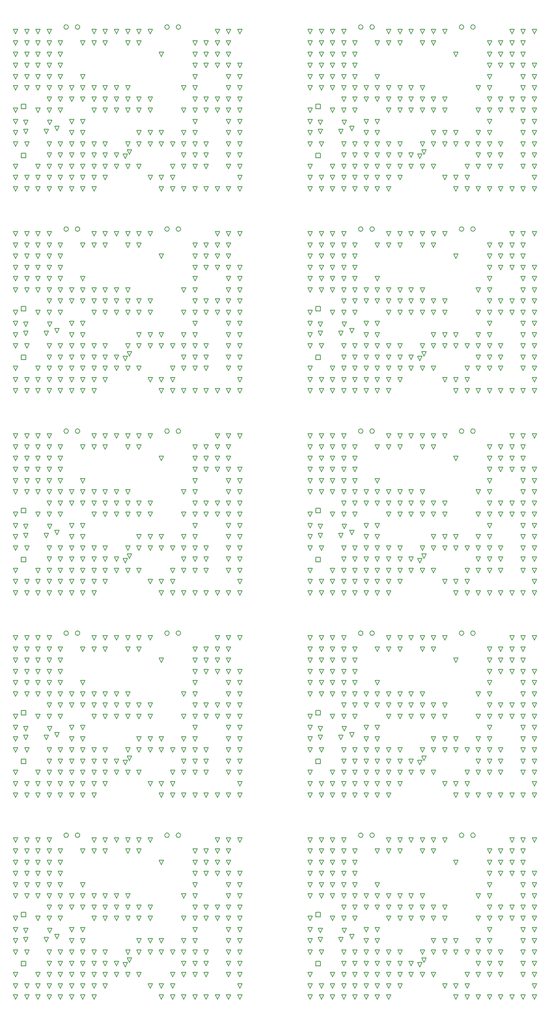
<source format=gbr>
%TF.GenerationSoftware,Altium Limited,Altium Designer,23.9.2 (47)*%
G04 Layer_Color=2752767*
%FSLAX45Y45*%
%MOMM*%
%TF.SameCoordinates,AD479AB8-1AF9-481E-9C01-A3E3F564F201*%
%TF.FilePolarity,Positive*%
%TF.FileFunction,Drawing*%
%TF.Part,CustomerPanel*%
G01*
G75*
%TA.AperFunction,NonConductor*%
%ADD50C,0.12700*%
%ADD61C,0.16933*%
D50*
X8029600Y9383345D02*
Y9484945D01*
X8131200D01*
Y9383345D01*
X8029600D01*
Y10473046D02*
Y10574646D01*
X8131200D01*
Y10473046D01*
X8029600D01*
X12901700Y12137600D02*
X12850900Y12239200D01*
X12952499D01*
X12901700Y12137600D01*
Y11387600D02*
X12850900Y11489200D01*
X12952499D01*
X12901700Y11387600D01*
Y11137600D02*
X12850900Y11239200D01*
X12952499D01*
X12901700Y11137600D01*
Y10887600D02*
X12850900Y10989200D01*
X12952499D01*
X12901700Y10887600D01*
Y10637600D02*
X12850900Y10739200D01*
X12952499D01*
X12901700Y10637600D01*
Y10387600D02*
X12850900Y10489200D01*
X12952499D01*
X12901700Y10387600D01*
Y10137600D02*
X12850900Y10239200D01*
X12952499D01*
X12901700Y10137600D01*
Y9887600D02*
X12850900Y9989200D01*
X12952499D01*
X12901700Y9887600D01*
Y9637600D02*
X12850900Y9739200D01*
X12952499D01*
X12901700Y9637600D01*
Y9387600D02*
X12850900Y9489200D01*
X12952499D01*
X12901700Y9387600D01*
Y9137600D02*
X12850900Y9239200D01*
X12952499D01*
X12901700Y9137600D01*
Y8887600D02*
X12850900Y8989200D01*
X12952499D01*
X12901700Y8887600D01*
Y8637600D02*
X12850900Y8739200D01*
X12952499D01*
X12901700Y8637600D01*
X12651700Y12137600D02*
X12600900Y12239200D01*
X12702500D01*
X12651700Y12137600D01*
Y11887600D02*
X12600900Y11989200D01*
X12702500D01*
X12651700Y11887600D01*
Y11637600D02*
X12600900Y11739200D01*
X12702500D01*
X12651700Y11637600D01*
Y11387600D02*
X12600900Y11489200D01*
X12702500D01*
X12651700Y11387600D01*
Y11137600D02*
X12600900Y11239200D01*
X12702500D01*
X12651700Y11137600D01*
Y10887600D02*
X12600900Y10989200D01*
X12702500D01*
X12651700Y10887600D01*
Y10637600D02*
X12600900Y10739200D01*
X12702500D01*
X12651700Y10637600D01*
Y10387600D02*
X12600900Y10489200D01*
X12702500D01*
X12651700Y10387600D01*
Y10137600D02*
X12600900Y10239200D01*
X12702500D01*
X12651700Y10137600D01*
Y9887600D02*
X12600900Y9989200D01*
X12702500D01*
X12651700Y9887600D01*
Y9637600D02*
X12600900Y9739200D01*
X12702500D01*
X12651700Y9637600D01*
Y9387600D02*
X12600900Y9489200D01*
X12702500D01*
X12651700Y9387600D01*
Y9137600D02*
X12600900Y9239200D01*
X12702500D01*
X12651700Y9137600D01*
Y8637600D02*
X12600900Y8739200D01*
X12702500D01*
X12651700Y8637600D01*
X12401700Y12137600D02*
X12350900Y12239200D01*
X12452500D01*
X12401700Y12137600D01*
Y11887600D02*
X12350900Y11989200D01*
X12452500D01*
X12401700Y11887600D01*
Y11637600D02*
X12350900Y11739200D01*
X12452500D01*
X12401700Y11637600D01*
Y11387600D02*
X12350900Y11489200D01*
X12452500D01*
X12401700Y11387600D01*
Y10637600D02*
X12350900Y10739200D01*
X12452500D01*
X12401700Y10637600D01*
Y10387600D02*
X12350900Y10489200D01*
X12452500D01*
X12401700Y10387600D01*
Y8637600D02*
X12350900Y8739200D01*
X12452500D01*
X12401700Y8637600D01*
X12151700Y11887600D02*
X12100900Y11989200D01*
X12202500D01*
X12151700Y11887600D01*
Y11637600D02*
X12100900Y11739200D01*
X12202500D01*
X12151700Y11637600D01*
Y11387600D02*
X12100900Y11489200D01*
X12202500D01*
X12151700Y11387600D01*
Y10637600D02*
X12100900Y10739200D01*
X12202500D01*
X12151700Y10637600D01*
Y10387600D02*
X12100900Y10489200D01*
X12202500D01*
X12151700Y10387600D01*
Y9637600D02*
X12100900Y9739200D01*
X12202500D01*
X12151700Y9637600D01*
Y9387600D02*
X12100900Y9489200D01*
X12202500D01*
X12151700Y9387600D01*
Y9137600D02*
X12100900Y9239200D01*
X12202500D01*
X12151700Y9137600D01*
Y8637600D02*
X12100900Y8739200D01*
X12202500D01*
X12151700Y8637600D01*
X11901700Y11887600D02*
X11850900Y11989200D01*
X11952500D01*
X11901700Y11887600D01*
Y11637600D02*
X11850900Y11739200D01*
X11952500D01*
X11901700Y11637600D01*
Y11387600D02*
X11850900Y11489200D01*
X11952500D01*
X11901700Y11387600D01*
Y11137600D02*
X11850900Y11239200D01*
X11952500D01*
X11901700Y11137600D01*
Y10887600D02*
X11850900Y10989200D01*
X11952500D01*
X11901700Y10887600D01*
Y10637600D02*
X11850900Y10739200D01*
X11952500D01*
X11901700Y10637600D01*
Y10387600D02*
X11850900Y10489200D01*
X11952500D01*
X11901700Y10387600D01*
Y10137600D02*
X11850900Y10239200D01*
X11952500D01*
X11901700Y10137600D01*
Y9887600D02*
X11850900Y9989200D01*
X11952500D01*
X11901700Y9887600D01*
Y9637600D02*
X11850900Y9739200D01*
X11952500D01*
X11901700Y9637600D01*
Y9387600D02*
X11850900Y9489200D01*
X11952500D01*
X11901700Y9387600D01*
Y9137600D02*
X11850900Y9239200D01*
X11952500D01*
X11901700Y9137600D01*
Y8637600D02*
X11850900Y8739200D01*
X11952500D01*
X11901700Y8637600D01*
X11651700Y10887600D02*
X11600900Y10989200D01*
X11702500D01*
X11651700Y10887600D01*
Y10387600D02*
X11600900Y10489200D01*
X11702500D01*
X11651700Y10387600D01*
Y9887600D02*
X11600900Y9989200D01*
X11702500D01*
X11651700Y9887600D01*
Y9637600D02*
X11600900Y9739200D01*
X11702500D01*
X11651700Y9637600D01*
Y9387600D02*
X11600900Y9489200D01*
X11702500D01*
X11651700Y9387600D01*
Y9137600D02*
X11600900Y9239200D01*
X11702500D01*
X11651700Y9137600D01*
Y8637600D02*
X11600900Y8739200D01*
X11702500D01*
X11651700Y8637600D01*
X11401700Y9637600D02*
X11350900Y9739200D01*
X11452500D01*
X11401700Y9637600D01*
Y9137600D02*
X11350900Y9239200D01*
X11452500D01*
X11401700Y9137600D01*
Y8887600D02*
X11350900Y8989200D01*
X11452500D01*
X11401700Y8887600D01*
Y8637600D02*
X11350900Y8739200D01*
X11452500D01*
X11401700Y8637600D01*
X11151700Y11637600D02*
X11100900Y11739200D01*
X11202500D01*
X11151700Y11637600D01*
Y9887600D02*
X11100900Y9989200D01*
X11202500D01*
X11151700Y9887600D01*
Y9637600D02*
X11100900Y9739200D01*
X11202500D01*
X11151700Y9637600D01*
Y8887600D02*
X11100900Y8989200D01*
X11202500D01*
X11151700Y8887600D01*
Y8637600D02*
X11100900Y8739200D01*
X11202500D01*
X11151700Y8637600D01*
X10901700Y12137600D02*
X10850900Y12239200D01*
X10952500D01*
X10901700Y12137600D01*
Y10637600D02*
X10850900Y10739200D01*
X10952500D01*
X10901700Y10637600D01*
Y10387600D02*
X10850900Y10489200D01*
X10952500D01*
X10901700Y10387600D01*
Y9887600D02*
X10850900Y9989200D01*
X10952500D01*
X10901700Y9887600D01*
Y9637600D02*
X10850900Y9739200D01*
X10952500D01*
X10901700Y9637600D01*
Y8887600D02*
X10850900Y8989200D01*
X10952500D01*
X10901700Y8887600D01*
X10651700Y12137600D02*
X10600900Y12239200D01*
X10702500D01*
X10651700Y12137600D01*
Y11887600D02*
X10600900Y11989200D01*
X10702500D01*
X10651700Y11887600D01*
Y10637600D02*
X10600900Y10739200D01*
X10702500D01*
X10651700Y10637600D01*
Y10387600D02*
X10600900Y10489200D01*
X10702500D01*
X10651700Y10387600D01*
Y9887600D02*
X10600900Y9989200D01*
X10702500D01*
X10651700Y9887600D01*
Y9637600D02*
X10600900Y9739200D01*
X10702500D01*
X10651700Y9637600D01*
Y9137600D02*
X10600900Y9239200D01*
X10702500D01*
X10651700Y9137600D01*
X10401700Y12137600D02*
X10350900Y12239200D01*
X10452500D01*
X10401700Y12137600D01*
Y11887600D02*
X10350900Y11989200D01*
X10452500D01*
X10401700Y11887600D01*
Y10887600D02*
X10350900Y10989200D01*
X10452500D01*
X10401700Y10887600D01*
Y10637600D02*
X10350900Y10739200D01*
X10452500D01*
X10401700Y10637600D01*
Y10387600D02*
X10350900Y10489200D01*
X10452500D01*
X10401700Y10387600D01*
Y9637600D02*
X10350900Y9739200D01*
X10452500D01*
X10401700Y9637600D01*
Y9137600D02*
X10350900Y9239200D01*
X10452500D01*
X10401700Y9137600D01*
X10151700Y12137600D02*
X10100900Y12239200D01*
X10202500D01*
X10151700Y12137600D01*
Y10887600D02*
X10100900Y10989200D01*
X10202500D01*
X10151700Y10887600D01*
Y10637600D02*
X10100900Y10739200D01*
X10202500D01*
X10151700Y10637600D01*
Y10387600D02*
X10100900Y10489200D01*
X10202500D01*
X10151700Y10387600D01*
Y9387600D02*
X10100900Y9489200D01*
X10202500D01*
X10151700Y9387600D01*
Y9137600D02*
X10100900Y9239200D01*
X10202500D01*
X10151700Y9137600D01*
X9901700Y12137600D02*
X9850900Y12239200D01*
X9952500D01*
X9901700Y12137600D01*
Y11887600D02*
X9850900Y11989200D01*
X9952500D01*
X9901700Y11887600D01*
Y10887600D02*
X9850900Y10989200D01*
X9952500D01*
X9901700Y10887600D01*
Y10637600D02*
X9850900Y10739200D01*
X9952500D01*
X9901700Y10637600D01*
Y10387600D02*
X9850900Y10489200D01*
X9952500D01*
X9901700Y10387600D01*
Y9637600D02*
X9850900Y9739200D01*
X9952500D01*
X9901700Y9637600D01*
Y9387600D02*
X9850900Y9489200D01*
X9952500D01*
X9901700Y9387600D01*
Y9137600D02*
X9850900Y9239200D01*
X9952500D01*
X9901700Y9137600D01*
Y8887600D02*
X9850900Y8989200D01*
X9952500D01*
X9901700Y8887600D01*
X9651700Y12137600D02*
X9600900Y12239200D01*
X9702500D01*
X9651700Y12137600D01*
Y11887600D02*
X9600900Y11989200D01*
X9702500D01*
X9651700Y11887600D01*
Y10887600D02*
X9600900Y10989200D01*
X9702500D01*
X9651700Y10887600D01*
Y10637600D02*
X9600900Y10739200D01*
X9702500D01*
X9651700Y10637600D01*
Y10387600D02*
X9600900Y10489200D01*
X9702500D01*
X9651700Y10387600D01*
Y9637600D02*
X9600900Y9739200D01*
X9702500D01*
X9651700Y9637600D01*
Y9387600D02*
X9600900Y9489200D01*
X9702500D01*
X9651700Y9387600D01*
Y9137600D02*
X9600900Y9239200D01*
X9702500D01*
X9651700Y9137600D01*
Y8887600D02*
X9600900Y8989200D01*
X9702500D01*
X9651700Y8887600D01*
Y8637600D02*
X9600900Y8739200D01*
X9702500D01*
X9651700Y8637600D01*
X9401700Y11887600D02*
X9350900Y11989200D01*
X9452500D01*
X9401700Y11887600D01*
Y11137600D02*
X9350900Y11239200D01*
X9452500D01*
X9401700Y11137600D01*
Y10887600D02*
X9350900Y10989200D01*
X9452500D01*
X9401700Y10887600D01*
Y10637600D02*
X9350900Y10739200D01*
X9452500D01*
X9401700Y10637600D01*
Y10137600D02*
X9350900Y10239200D01*
X9452500D01*
X9401700Y10137600D01*
Y9887600D02*
X9350900Y9989200D01*
X9452500D01*
X9401700Y9887600D01*
Y9637600D02*
X9350900Y9739200D01*
X9452500D01*
X9401700Y9637600D01*
Y9387600D02*
X9350900Y9489200D01*
X9452500D01*
X9401700Y9387600D01*
Y9137600D02*
X9350900Y9239200D01*
X9452500D01*
X9401700Y9137600D01*
Y8887600D02*
X9350900Y8989200D01*
X9452500D01*
X9401700Y8887600D01*
Y8637600D02*
X9350900Y8739200D01*
X9452500D01*
X9401700Y8637600D01*
X9151700Y10887600D02*
X9100900Y10989200D01*
X9202500D01*
X9151700Y10887600D01*
Y10637600D02*
X9100900Y10739200D01*
X9202500D01*
X9151700Y10637600D01*
Y10137600D02*
X9100900Y10239200D01*
X9202500D01*
X9151700Y10137600D01*
Y9887600D02*
X9100900Y9989200D01*
X9202500D01*
X9151700Y9887600D01*
Y9637600D02*
X9100900Y9739200D01*
X9202500D01*
X9151700Y9637600D01*
Y9387600D02*
X9100900Y9489200D01*
X9202500D01*
X9151700Y9387600D01*
Y9137600D02*
X9100900Y9239200D01*
X9202500D01*
X9151700Y9137600D01*
Y8887600D02*
X9100900Y8989200D01*
X9202500D01*
X9151700Y8887600D01*
Y8637600D02*
X9100900Y8739200D01*
X9202500D01*
X9151700Y8637600D01*
X8901700Y11887600D02*
X8850900Y11989200D01*
X8952500D01*
X8901700Y11887600D01*
Y11637600D02*
X8850900Y11739200D01*
X8952500D01*
X8901700Y11637600D01*
Y11387600D02*
X8850900Y11489200D01*
X8952500D01*
X8901700Y11387600D01*
Y11137600D02*
X8850900Y11239200D01*
X8952500D01*
X8901700Y11137600D01*
Y10887600D02*
X8850900Y10989200D01*
X8952500D01*
X8901700Y10887600D01*
Y10637600D02*
X8850900Y10739200D01*
X8952500D01*
X8901700Y10637600D01*
Y10387600D02*
X8850900Y10489200D01*
X8952500D01*
X8901700Y10387600D01*
Y9637600D02*
X8850900Y9739200D01*
X8952500D01*
X8901700Y9637600D01*
Y9387600D02*
X8850900Y9489200D01*
X8952500D01*
X8901700Y9387600D01*
Y9137600D02*
X8850900Y9239200D01*
X8952500D01*
X8901700Y9137600D01*
Y8887600D02*
X8850900Y8989200D01*
X8952500D01*
X8901700Y8887600D01*
Y8637600D02*
X8850900Y8739200D01*
X8952500D01*
X8901700Y8637600D01*
X8651700Y12137600D02*
X8600900Y12239200D01*
X8702500D01*
X8651700Y12137600D01*
Y11887600D02*
X8600900Y11989200D01*
X8702500D01*
X8651700Y11887600D01*
Y11637600D02*
X8600900Y11739200D01*
X8702500D01*
X8651700Y11637600D01*
Y11387600D02*
X8600900Y11489200D01*
X8702500D01*
X8651700Y11387600D01*
Y11137600D02*
X8600900Y11239200D01*
X8702500D01*
X8651700Y11137600D01*
Y10887600D02*
X8600900Y10989200D01*
X8702500D01*
X8651700Y10887600D01*
Y10637600D02*
X8600900Y10739200D01*
X8702500D01*
X8651700Y10637600D01*
Y10387600D02*
X8600900Y10489200D01*
X8702500D01*
X8651700Y10387600D01*
Y9637600D02*
X8600900Y9739200D01*
X8702500D01*
X8651700Y9637600D01*
Y9387600D02*
X8600900Y9489200D01*
X8702500D01*
X8651700Y9387600D01*
Y9137600D02*
X8600900Y9239200D01*
X8702500D01*
X8651700Y9137600D01*
Y8887600D02*
X8600900Y8989200D01*
X8702500D01*
X8651700Y8887600D01*
Y8637600D02*
X8600900Y8739200D01*
X8702500D01*
X8651700Y8637600D01*
X8401700Y12137600D02*
X8350900Y12239200D01*
X8452500D01*
X8401700Y12137600D01*
Y11887600D02*
X8350900Y11989200D01*
X8452500D01*
X8401700Y11887600D01*
Y11637600D02*
X8350900Y11739200D01*
X8452500D01*
X8401700Y11637600D01*
Y11387600D02*
X8350900Y11489200D01*
X8452500D01*
X8401700Y11387600D01*
Y11137600D02*
X8350900Y11239200D01*
X8452500D01*
X8401700Y11137600D01*
Y10887600D02*
X8350900Y10989200D01*
X8452500D01*
X8401700Y10887600D01*
Y10387600D02*
X8350900Y10489200D01*
X8452500D01*
X8401700Y10387600D01*
Y9137600D02*
X8350900Y9239200D01*
X8452500D01*
X8401700Y9137600D01*
Y8887600D02*
X8350900Y8989200D01*
X8452500D01*
X8401700Y8887600D01*
Y8637600D02*
X8350900Y8739200D01*
X8452500D01*
X8401700Y8637600D01*
X8151700Y12137600D02*
X8100900Y12239200D01*
X8202500D01*
X8151700Y12137600D01*
Y11887600D02*
X8100900Y11989200D01*
X8202500D01*
X8151700Y11887600D01*
Y11637600D02*
X8100900Y11739200D01*
X8202500D01*
X8151700Y11637600D01*
Y11387600D02*
X8100900Y11489200D01*
X8202500D01*
X8151700Y11387600D01*
Y11137600D02*
X8100900Y11239200D01*
X8202500D01*
X8151700Y11137600D01*
Y10887600D02*
X8100900Y10989200D01*
X8202500D01*
X8151700Y10887600D01*
Y9637600D02*
X8100900Y9739200D01*
X8202500D01*
X8151700Y9637600D01*
Y8887600D02*
X8100900Y8989200D01*
X8202500D01*
X8151700Y8887600D01*
Y8637600D02*
X8100900Y8739200D01*
X8202500D01*
X8151700Y8637600D01*
X7901700Y12137600D02*
X7850900Y12239200D01*
X7952500D01*
X7901700Y12137600D01*
Y11887600D02*
X7850900Y11989200D01*
X7952500D01*
X7901700Y11887600D01*
Y11637600D02*
X7850900Y11739200D01*
X7952500D01*
X7901700Y11637600D01*
Y11387600D02*
X7850900Y11489200D01*
X7952500D01*
X7901700Y11387600D01*
Y11137600D02*
X7850900Y11239200D01*
X7952500D01*
X7901700Y11137600D01*
Y10887600D02*
X7850900Y10989200D01*
X7952500D01*
X7901700Y10887600D01*
Y10387600D02*
X7850900Y10489200D01*
X7952500D01*
X7901700Y10387600D01*
Y10137600D02*
X7850900Y10239200D01*
X7952500D01*
X7901700Y10137600D01*
Y9887600D02*
X7850900Y9989200D01*
X7952500D01*
X7901700Y9887600D01*
Y9637600D02*
X7850900Y9739200D01*
X7952500D01*
X7901700Y9637600D01*
Y9137600D02*
X7850900Y9239200D01*
X7952500D01*
X7901700Y9137600D01*
Y8887600D02*
X7850900Y8989200D01*
X7952500D01*
X7901700Y8887600D01*
Y8637600D02*
X7850900Y8739200D01*
X7952500D01*
X7901700Y8637600D01*
X8826500Y9982200D02*
X8775700Y10083800D01*
X8877300D01*
X8826500Y9982200D01*
X10344709Y9360736D02*
X10293909Y9462336D01*
X10395509D01*
X10344709Y9360736D01*
X10442997Y9459023D02*
X10392197Y9560623D01*
X10493797D01*
X10442997Y9459023D01*
X8128000Y10119300D02*
X8077200Y10220900D01*
X8178800D01*
X8128000Y10119300D01*
X8661400D02*
X8610600Y10220900D01*
X8712200D01*
X8661400Y10119300D01*
X8128000Y9918700D02*
X8077200Y10020300D01*
X8178800D01*
X8128000Y9918700D01*
X8585200D02*
X8534400Y10020300D01*
X8636000D01*
X8585200Y9918700D01*
X14600200Y9383345D02*
Y9484945D01*
X14701801D01*
Y9383345D01*
X14600200D01*
Y10473046D02*
Y10574646D01*
X14701801D01*
Y10473046D01*
X14600200D01*
X19472301Y12137600D02*
X19421500Y12239200D01*
X19523100D01*
X19472301Y12137600D01*
Y11387600D02*
X19421500Y11489200D01*
X19523100D01*
X19472301Y11387600D01*
Y11137600D02*
X19421500Y11239200D01*
X19523100D01*
X19472301Y11137600D01*
Y10887600D02*
X19421500Y10989200D01*
X19523100D01*
X19472301Y10887600D01*
Y10637600D02*
X19421500Y10739200D01*
X19523100D01*
X19472301Y10637600D01*
Y10387600D02*
X19421500Y10489200D01*
X19523100D01*
X19472301Y10387600D01*
Y10137600D02*
X19421500Y10239200D01*
X19523100D01*
X19472301Y10137600D01*
Y9887600D02*
X19421500Y9989200D01*
X19523100D01*
X19472301Y9887600D01*
Y9637600D02*
X19421500Y9739200D01*
X19523100D01*
X19472301Y9637600D01*
Y9387600D02*
X19421500Y9489200D01*
X19523100D01*
X19472301Y9387600D01*
Y9137600D02*
X19421500Y9239200D01*
X19523100D01*
X19472301Y9137600D01*
Y8887600D02*
X19421500Y8989200D01*
X19523100D01*
X19472301Y8887600D01*
Y8637600D02*
X19421500Y8739200D01*
X19523100D01*
X19472301Y8637600D01*
X19222301Y12137600D02*
X19171500Y12239200D01*
X19273100D01*
X19222301Y12137600D01*
Y11887600D02*
X19171500Y11989200D01*
X19273100D01*
X19222301Y11887600D01*
Y11637600D02*
X19171500Y11739200D01*
X19273100D01*
X19222301Y11637600D01*
Y11387600D02*
X19171500Y11489200D01*
X19273100D01*
X19222301Y11387600D01*
Y11137600D02*
X19171500Y11239200D01*
X19273100D01*
X19222301Y11137600D01*
Y10887600D02*
X19171500Y10989200D01*
X19273100D01*
X19222301Y10887600D01*
Y10637600D02*
X19171500Y10739200D01*
X19273100D01*
X19222301Y10637600D01*
Y10387600D02*
X19171500Y10489200D01*
X19273100D01*
X19222301Y10387600D01*
Y10137600D02*
X19171500Y10239200D01*
X19273100D01*
X19222301Y10137600D01*
Y9887600D02*
X19171500Y9989200D01*
X19273100D01*
X19222301Y9887600D01*
Y9637600D02*
X19171500Y9739200D01*
X19273100D01*
X19222301Y9637600D01*
Y9387600D02*
X19171500Y9489200D01*
X19273100D01*
X19222301Y9387600D01*
Y9137600D02*
X19171500Y9239200D01*
X19273100D01*
X19222301Y9137600D01*
Y8637600D02*
X19171500Y8739200D01*
X19273100D01*
X19222301Y8637600D01*
X18972301Y12137600D02*
X18921500Y12239200D01*
X19023100D01*
X18972301Y12137600D01*
Y11887600D02*
X18921500Y11989200D01*
X19023100D01*
X18972301Y11887600D01*
Y11637600D02*
X18921500Y11739200D01*
X19023100D01*
X18972301Y11637600D01*
Y11387600D02*
X18921500Y11489200D01*
X19023100D01*
X18972301Y11387600D01*
Y10637600D02*
X18921500Y10739200D01*
X19023100D01*
X18972301Y10637600D01*
Y10387600D02*
X18921500Y10489200D01*
X19023100D01*
X18972301Y10387600D01*
Y8637600D02*
X18921500Y8739200D01*
X19023100D01*
X18972301Y8637600D01*
X18722301Y11887600D02*
X18671500Y11989200D01*
X18773100D01*
X18722301Y11887600D01*
Y11637600D02*
X18671500Y11739200D01*
X18773100D01*
X18722301Y11637600D01*
Y11387600D02*
X18671500Y11489200D01*
X18773100D01*
X18722301Y11387600D01*
Y10637600D02*
X18671500Y10739200D01*
X18773100D01*
X18722301Y10637600D01*
Y10387600D02*
X18671500Y10489200D01*
X18773100D01*
X18722301Y10387600D01*
Y9637600D02*
X18671500Y9739200D01*
X18773100D01*
X18722301Y9637600D01*
Y9387600D02*
X18671500Y9489200D01*
X18773100D01*
X18722301Y9387600D01*
Y9137600D02*
X18671500Y9239200D01*
X18773100D01*
X18722301Y9137600D01*
Y8637600D02*
X18671500Y8739200D01*
X18773100D01*
X18722301Y8637600D01*
X18472301Y11887600D02*
X18421500Y11989200D01*
X18523100D01*
X18472301Y11887600D01*
Y11637600D02*
X18421500Y11739200D01*
X18523100D01*
X18472301Y11637600D01*
Y11387600D02*
X18421500Y11489200D01*
X18523100D01*
X18472301Y11387600D01*
Y11137600D02*
X18421500Y11239200D01*
X18523100D01*
X18472301Y11137600D01*
Y10887600D02*
X18421500Y10989200D01*
X18523100D01*
X18472301Y10887600D01*
Y10637600D02*
X18421500Y10739200D01*
X18523100D01*
X18472301Y10637600D01*
Y10387600D02*
X18421500Y10489200D01*
X18523100D01*
X18472301Y10387600D01*
Y10137600D02*
X18421500Y10239200D01*
X18523100D01*
X18472301Y10137600D01*
Y9887600D02*
X18421500Y9989200D01*
X18523100D01*
X18472301Y9887600D01*
Y9637600D02*
X18421500Y9739200D01*
X18523100D01*
X18472301Y9637600D01*
Y9387600D02*
X18421500Y9489200D01*
X18523100D01*
X18472301Y9387600D01*
Y9137600D02*
X18421500Y9239200D01*
X18523100D01*
X18472301Y9137600D01*
Y8637600D02*
X18421500Y8739200D01*
X18523100D01*
X18472301Y8637600D01*
X18222301Y10887600D02*
X18171500Y10989200D01*
X18273100D01*
X18222301Y10887600D01*
Y10387600D02*
X18171500Y10489200D01*
X18273100D01*
X18222301Y10387600D01*
Y9887600D02*
X18171500Y9989200D01*
X18273100D01*
X18222301Y9887600D01*
Y9637600D02*
X18171500Y9739200D01*
X18273100D01*
X18222301Y9637600D01*
Y9387600D02*
X18171500Y9489200D01*
X18273100D01*
X18222301Y9387600D01*
Y9137600D02*
X18171500Y9239200D01*
X18273100D01*
X18222301Y9137600D01*
Y8637600D02*
X18171500Y8739200D01*
X18273100D01*
X18222301Y8637600D01*
X17972301Y9637600D02*
X17921500Y9739200D01*
X18023100D01*
X17972301Y9637600D01*
Y9137600D02*
X17921500Y9239200D01*
X18023100D01*
X17972301Y9137600D01*
Y8887600D02*
X17921500Y8989200D01*
X18023100D01*
X17972301Y8887600D01*
Y8637600D02*
X17921500Y8739200D01*
X18023100D01*
X17972301Y8637600D01*
X17722301Y11637600D02*
X17671500Y11739200D01*
X17773100D01*
X17722301Y11637600D01*
Y9887600D02*
X17671500Y9989200D01*
X17773100D01*
X17722301Y9887600D01*
Y9637600D02*
X17671500Y9739200D01*
X17773100D01*
X17722301Y9637600D01*
Y8887600D02*
X17671500Y8989200D01*
X17773100D01*
X17722301Y8887600D01*
Y8637600D02*
X17671500Y8739200D01*
X17773100D01*
X17722301Y8637600D01*
X17472301Y12137600D02*
X17421500Y12239200D01*
X17523100D01*
X17472301Y12137600D01*
Y10637600D02*
X17421500Y10739200D01*
X17523100D01*
X17472301Y10637600D01*
Y10387600D02*
X17421500Y10489200D01*
X17523100D01*
X17472301Y10387600D01*
Y9887600D02*
X17421500Y9989200D01*
X17523100D01*
X17472301Y9887600D01*
Y9637600D02*
X17421500Y9739200D01*
X17523100D01*
X17472301Y9637600D01*
Y8887600D02*
X17421500Y8989200D01*
X17523100D01*
X17472301Y8887600D01*
X17222301Y12137600D02*
X17171500Y12239200D01*
X17273100D01*
X17222301Y12137600D01*
Y11887600D02*
X17171500Y11989200D01*
X17273100D01*
X17222301Y11887600D01*
Y10637600D02*
X17171500Y10739200D01*
X17273100D01*
X17222301Y10637600D01*
Y10387600D02*
X17171500Y10489200D01*
X17273100D01*
X17222301Y10387600D01*
Y9887600D02*
X17171500Y9989200D01*
X17273100D01*
X17222301Y9887600D01*
Y9637600D02*
X17171500Y9739200D01*
X17273100D01*
X17222301Y9637600D01*
Y9137600D02*
X17171500Y9239200D01*
X17273100D01*
X17222301Y9137600D01*
X16972301Y12137600D02*
X16921500Y12239200D01*
X17023100D01*
X16972301Y12137600D01*
Y11887600D02*
X16921500Y11989200D01*
X17023100D01*
X16972301Y11887600D01*
Y10887600D02*
X16921500Y10989200D01*
X17023100D01*
X16972301Y10887600D01*
Y10637600D02*
X16921500Y10739200D01*
X17023100D01*
X16972301Y10637600D01*
Y10387600D02*
X16921500Y10489200D01*
X17023100D01*
X16972301Y10387600D01*
Y9637600D02*
X16921500Y9739200D01*
X17023100D01*
X16972301Y9637600D01*
Y9137600D02*
X16921500Y9239200D01*
X17023100D01*
X16972301Y9137600D01*
X16722301Y12137600D02*
X16671500Y12239200D01*
X16773100D01*
X16722301Y12137600D01*
Y10887600D02*
X16671500Y10989200D01*
X16773100D01*
X16722301Y10887600D01*
Y10637600D02*
X16671500Y10739200D01*
X16773100D01*
X16722301Y10637600D01*
Y10387600D02*
X16671500Y10489200D01*
X16773100D01*
X16722301Y10387600D01*
Y9387600D02*
X16671500Y9489200D01*
X16773100D01*
X16722301Y9387600D01*
Y9137600D02*
X16671500Y9239200D01*
X16773100D01*
X16722301Y9137600D01*
X16472301Y12137600D02*
X16421500Y12239200D01*
X16523100D01*
X16472301Y12137600D01*
Y11887600D02*
X16421500Y11989200D01*
X16523100D01*
X16472301Y11887600D01*
Y10887600D02*
X16421500Y10989200D01*
X16523100D01*
X16472301Y10887600D01*
Y10637600D02*
X16421500Y10739200D01*
X16523100D01*
X16472301Y10637600D01*
Y10387600D02*
X16421500Y10489200D01*
X16523100D01*
X16472301Y10387600D01*
Y9637600D02*
X16421500Y9739200D01*
X16523100D01*
X16472301Y9637600D01*
Y9387600D02*
X16421500Y9489200D01*
X16523100D01*
X16472301Y9387600D01*
Y9137600D02*
X16421500Y9239200D01*
X16523100D01*
X16472301Y9137600D01*
Y8887600D02*
X16421500Y8989200D01*
X16523100D01*
X16472301Y8887600D01*
X16222301Y12137600D02*
X16171500Y12239200D01*
X16273100D01*
X16222301Y12137600D01*
Y11887600D02*
X16171500Y11989200D01*
X16273100D01*
X16222301Y11887600D01*
Y10887600D02*
X16171500Y10989200D01*
X16273100D01*
X16222301Y10887600D01*
Y10637600D02*
X16171500Y10739200D01*
X16273100D01*
X16222301Y10637600D01*
Y10387600D02*
X16171500Y10489200D01*
X16273100D01*
X16222301Y10387600D01*
Y9637600D02*
X16171500Y9739200D01*
X16273100D01*
X16222301Y9637600D01*
Y9387600D02*
X16171500Y9489200D01*
X16273100D01*
X16222301Y9387600D01*
Y9137600D02*
X16171500Y9239200D01*
X16273100D01*
X16222301Y9137600D01*
Y8887600D02*
X16171500Y8989200D01*
X16273100D01*
X16222301Y8887600D01*
Y8637600D02*
X16171500Y8739200D01*
X16273100D01*
X16222301Y8637600D01*
X15972301Y11887600D02*
X15921500Y11989200D01*
X16023100D01*
X15972301Y11887600D01*
Y11137600D02*
X15921500Y11239200D01*
X16023100D01*
X15972301Y11137600D01*
Y10887600D02*
X15921500Y10989200D01*
X16023100D01*
X15972301Y10887600D01*
Y10637600D02*
X15921500Y10739200D01*
X16023100D01*
X15972301Y10637600D01*
Y10137600D02*
X15921500Y10239200D01*
X16023100D01*
X15972301Y10137600D01*
Y9887600D02*
X15921500Y9989200D01*
X16023100D01*
X15972301Y9887600D01*
Y9637600D02*
X15921500Y9739200D01*
X16023100D01*
X15972301Y9637600D01*
Y9387600D02*
X15921500Y9489200D01*
X16023100D01*
X15972301Y9387600D01*
Y9137600D02*
X15921500Y9239200D01*
X16023100D01*
X15972301Y9137600D01*
Y8887600D02*
X15921500Y8989200D01*
X16023100D01*
X15972301Y8887600D01*
Y8637600D02*
X15921500Y8739200D01*
X16023100D01*
X15972301Y8637600D01*
X15722301Y10887600D02*
X15671500Y10989200D01*
X15773100D01*
X15722301Y10887600D01*
Y10637600D02*
X15671500Y10739200D01*
X15773100D01*
X15722301Y10637600D01*
Y10137600D02*
X15671500Y10239200D01*
X15773100D01*
X15722301Y10137600D01*
Y9887600D02*
X15671500Y9989200D01*
X15773100D01*
X15722301Y9887600D01*
Y9637600D02*
X15671500Y9739200D01*
X15773100D01*
X15722301Y9637600D01*
Y9387600D02*
X15671500Y9489200D01*
X15773100D01*
X15722301Y9387600D01*
Y9137600D02*
X15671500Y9239200D01*
X15773100D01*
X15722301Y9137600D01*
Y8887600D02*
X15671500Y8989200D01*
X15773100D01*
X15722301Y8887600D01*
Y8637600D02*
X15671500Y8739200D01*
X15773100D01*
X15722301Y8637600D01*
X15472301Y11887600D02*
X15421500Y11989200D01*
X15523100D01*
X15472301Y11887600D01*
Y11637600D02*
X15421500Y11739200D01*
X15523100D01*
X15472301Y11637600D01*
Y11387600D02*
X15421500Y11489200D01*
X15523100D01*
X15472301Y11387600D01*
Y11137600D02*
X15421500Y11239200D01*
X15523100D01*
X15472301Y11137600D01*
Y10887600D02*
X15421500Y10989200D01*
X15523100D01*
X15472301Y10887600D01*
Y10637600D02*
X15421500Y10739200D01*
X15523100D01*
X15472301Y10637600D01*
Y10387600D02*
X15421500Y10489200D01*
X15523100D01*
X15472301Y10387600D01*
Y9637600D02*
X15421500Y9739200D01*
X15523100D01*
X15472301Y9637600D01*
Y9387600D02*
X15421500Y9489200D01*
X15523100D01*
X15472301Y9387600D01*
Y9137600D02*
X15421500Y9239200D01*
X15523100D01*
X15472301Y9137600D01*
Y8887600D02*
X15421500Y8989200D01*
X15523100D01*
X15472301Y8887600D01*
Y8637600D02*
X15421500Y8739200D01*
X15523100D01*
X15472301Y8637600D01*
X15222301Y12137600D02*
X15171500Y12239200D01*
X15273100D01*
X15222301Y12137600D01*
Y11887600D02*
X15171500Y11989200D01*
X15273100D01*
X15222301Y11887600D01*
Y11637600D02*
X15171500Y11739200D01*
X15273100D01*
X15222301Y11637600D01*
Y11387600D02*
X15171500Y11489200D01*
X15273100D01*
X15222301Y11387600D01*
Y11137600D02*
X15171500Y11239200D01*
X15273100D01*
X15222301Y11137600D01*
Y10887600D02*
X15171500Y10989200D01*
X15273100D01*
X15222301Y10887600D01*
Y10637600D02*
X15171500Y10739200D01*
X15273100D01*
X15222301Y10637600D01*
Y10387600D02*
X15171500Y10489200D01*
X15273100D01*
X15222301Y10387600D01*
Y9637600D02*
X15171500Y9739200D01*
X15273100D01*
X15222301Y9637600D01*
Y9387600D02*
X15171500Y9489200D01*
X15273100D01*
X15222301Y9387600D01*
Y9137600D02*
X15171500Y9239200D01*
X15273100D01*
X15222301Y9137600D01*
Y8887600D02*
X15171500Y8989200D01*
X15273100D01*
X15222301Y8887600D01*
Y8637600D02*
X15171500Y8739200D01*
X15273100D01*
X15222301Y8637600D01*
X14972301Y12137600D02*
X14921500Y12239200D01*
X15023100D01*
X14972301Y12137600D01*
Y11887600D02*
X14921500Y11989200D01*
X15023100D01*
X14972301Y11887600D01*
Y11637600D02*
X14921500Y11739200D01*
X15023100D01*
X14972301Y11637600D01*
Y11387600D02*
X14921500Y11489200D01*
X15023100D01*
X14972301Y11387600D01*
Y11137600D02*
X14921500Y11239200D01*
X15023100D01*
X14972301Y11137600D01*
Y10887600D02*
X14921500Y10989200D01*
X15023100D01*
X14972301Y10887600D01*
Y10387600D02*
X14921500Y10489200D01*
X15023100D01*
X14972301Y10387600D01*
Y9137600D02*
X14921500Y9239200D01*
X15023100D01*
X14972301Y9137600D01*
Y8887600D02*
X14921500Y8989200D01*
X15023100D01*
X14972301Y8887600D01*
Y8637600D02*
X14921500Y8739200D01*
X15023100D01*
X14972301Y8637600D01*
X14722301Y12137600D02*
X14671500Y12239200D01*
X14773100D01*
X14722301Y12137600D01*
Y11887600D02*
X14671500Y11989200D01*
X14773100D01*
X14722301Y11887600D01*
Y11637600D02*
X14671500Y11739200D01*
X14773100D01*
X14722301Y11637600D01*
Y11387600D02*
X14671500Y11489200D01*
X14773100D01*
X14722301Y11387600D01*
Y11137600D02*
X14671500Y11239200D01*
X14773100D01*
X14722301Y11137600D01*
Y10887600D02*
X14671500Y10989200D01*
X14773100D01*
X14722301Y10887600D01*
Y9637600D02*
X14671500Y9739200D01*
X14773100D01*
X14722301Y9637600D01*
Y8887600D02*
X14671500Y8989200D01*
X14773100D01*
X14722301Y8887600D01*
Y8637600D02*
X14671500Y8739200D01*
X14773100D01*
X14722301Y8637600D01*
X14472301Y12137600D02*
X14421500Y12239200D01*
X14523100D01*
X14472301Y12137600D01*
Y11887600D02*
X14421500Y11989200D01*
X14523100D01*
X14472301Y11887600D01*
Y11637600D02*
X14421500Y11739200D01*
X14523100D01*
X14472301Y11637600D01*
Y11387600D02*
X14421500Y11489200D01*
X14523100D01*
X14472301Y11387600D01*
Y11137600D02*
X14421500Y11239200D01*
X14523100D01*
X14472301Y11137600D01*
Y10887600D02*
X14421500Y10989200D01*
X14523100D01*
X14472301Y10887600D01*
Y10387600D02*
X14421500Y10489200D01*
X14523100D01*
X14472301Y10387600D01*
Y10137600D02*
X14421500Y10239200D01*
X14523100D01*
X14472301Y10137600D01*
Y9887600D02*
X14421500Y9989200D01*
X14523100D01*
X14472301Y9887600D01*
Y9637600D02*
X14421500Y9739200D01*
X14523100D01*
X14472301Y9637600D01*
Y9137600D02*
X14421500Y9239200D01*
X14523100D01*
X14472301Y9137600D01*
Y8887600D02*
X14421500Y8989200D01*
X14523100D01*
X14472301Y8887600D01*
Y8637600D02*
X14421500Y8739200D01*
X14523100D01*
X14472301Y8637600D01*
X15397099Y9982200D02*
X15346300Y10083800D01*
X15447900D01*
X15397099Y9982200D01*
X16915309Y9360736D02*
X16864510Y9462336D01*
X16966109D01*
X16915309Y9360736D01*
X17013597Y9459023D02*
X16962798Y9560623D01*
X17064397D01*
X17013597Y9459023D01*
X14698599Y10119300D02*
X14647800Y10220900D01*
X14749400D01*
X14698599Y10119300D01*
X15232001D02*
X15181200Y10220900D01*
X15282800D01*
X15232001Y10119300D01*
X14698599Y9918700D02*
X14647800Y10020300D01*
X14749400D01*
X14698599Y9918700D01*
X15155800D02*
X15105000Y10020300D01*
X15206599D01*
X15155800Y9918700D01*
X8029600Y13883846D02*
Y13985445D01*
X8131200D01*
Y13883846D01*
X8029600D01*
Y14973546D02*
Y15075146D01*
X8131200D01*
Y14973546D01*
X8029600D01*
X12901700Y16638100D02*
X12850900Y16739700D01*
X12952499D01*
X12901700Y16638100D01*
Y15888100D02*
X12850900Y15989700D01*
X12952499D01*
X12901700Y15888100D01*
Y15638100D02*
X12850900Y15739700D01*
X12952499D01*
X12901700Y15638100D01*
Y15388100D02*
X12850900Y15489700D01*
X12952499D01*
X12901700Y15388100D01*
Y15138100D02*
X12850900Y15239700D01*
X12952499D01*
X12901700Y15138100D01*
Y14888100D02*
X12850900Y14989700D01*
X12952499D01*
X12901700Y14888100D01*
Y14638100D02*
X12850900Y14739700D01*
X12952499D01*
X12901700Y14638100D01*
Y14388100D02*
X12850900Y14489700D01*
X12952499D01*
X12901700Y14388100D01*
Y14138100D02*
X12850900Y14239700D01*
X12952499D01*
X12901700Y14138100D01*
Y13888100D02*
X12850900Y13989700D01*
X12952499D01*
X12901700Y13888100D01*
Y13638100D02*
X12850900Y13739700D01*
X12952499D01*
X12901700Y13638100D01*
Y13388100D02*
X12850900Y13489700D01*
X12952499D01*
X12901700Y13388100D01*
Y13138100D02*
X12850900Y13239700D01*
X12952499D01*
X12901700Y13138100D01*
X12651700Y16638100D02*
X12600900Y16739700D01*
X12702500D01*
X12651700Y16638100D01*
Y16388100D02*
X12600900Y16489700D01*
X12702500D01*
X12651700Y16388100D01*
Y16138100D02*
X12600900Y16239700D01*
X12702500D01*
X12651700Y16138100D01*
Y15888100D02*
X12600900Y15989700D01*
X12702500D01*
X12651700Y15888100D01*
Y15638100D02*
X12600900Y15739700D01*
X12702500D01*
X12651700Y15638100D01*
Y15388100D02*
X12600900Y15489700D01*
X12702500D01*
X12651700Y15388100D01*
Y15138100D02*
X12600900Y15239700D01*
X12702500D01*
X12651700Y15138100D01*
Y14888100D02*
X12600900Y14989700D01*
X12702500D01*
X12651700Y14888100D01*
Y14638100D02*
X12600900Y14739700D01*
X12702500D01*
X12651700Y14638100D01*
Y14388100D02*
X12600900Y14489700D01*
X12702500D01*
X12651700Y14388100D01*
Y14138100D02*
X12600900Y14239700D01*
X12702500D01*
X12651700Y14138100D01*
Y13888100D02*
X12600900Y13989700D01*
X12702500D01*
X12651700Y13888100D01*
Y13638100D02*
X12600900Y13739700D01*
X12702500D01*
X12651700Y13638100D01*
Y13138100D02*
X12600900Y13239700D01*
X12702500D01*
X12651700Y13138100D01*
X12401700Y16638100D02*
X12350900Y16739700D01*
X12452500D01*
X12401700Y16638100D01*
Y16388100D02*
X12350900Y16489700D01*
X12452500D01*
X12401700Y16388100D01*
Y16138100D02*
X12350900Y16239700D01*
X12452500D01*
X12401700Y16138100D01*
Y15888100D02*
X12350900Y15989700D01*
X12452500D01*
X12401700Y15888100D01*
Y15138100D02*
X12350900Y15239700D01*
X12452500D01*
X12401700Y15138100D01*
Y14888100D02*
X12350900Y14989700D01*
X12452500D01*
X12401700Y14888100D01*
Y13138100D02*
X12350900Y13239700D01*
X12452500D01*
X12401700Y13138100D01*
X12151700Y16388100D02*
X12100900Y16489700D01*
X12202500D01*
X12151700Y16388100D01*
Y16138100D02*
X12100900Y16239700D01*
X12202500D01*
X12151700Y16138100D01*
Y15888100D02*
X12100900Y15989700D01*
X12202500D01*
X12151700Y15888100D01*
Y15138100D02*
X12100900Y15239700D01*
X12202500D01*
X12151700Y15138100D01*
Y14888100D02*
X12100900Y14989700D01*
X12202500D01*
X12151700Y14888100D01*
Y14138100D02*
X12100900Y14239700D01*
X12202500D01*
X12151700Y14138100D01*
Y13888100D02*
X12100900Y13989700D01*
X12202500D01*
X12151700Y13888100D01*
Y13638100D02*
X12100900Y13739700D01*
X12202500D01*
X12151700Y13638100D01*
Y13138100D02*
X12100900Y13239700D01*
X12202500D01*
X12151700Y13138100D01*
X11901700Y16388100D02*
X11850900Y16489700D01*
X11952500D01*
X11901700Y16388100D01*
Y16138100D02*
X11850900Y16239700D01*
X11952500D01*
X11901700Y16138100D01*
Y15888100D02*
X11850900Y15989700D01*
X11952500D01*
X11901700Y15888100D01*
Y15638100D02*
X11850900Y15739700D01*
X11952500D01*
X11901700Y15638100D01*
Y15388100D02*
X11850900Y15489700D01*
X11952500D01*
X11901700Y15388100D01*
Y15138100D02*
X11850900Y15239700D01*
X11952500D01*
X11901700Y15138100D01*
Y14888100D02*
X11850900Y14989700D01*
X11952500D01*
X11901700Y14888100D01*
Y14638100D02*
X11850900Y14739700D01*
X11952500D01*
X11901700Y14638100D01*
Y14388100D02*
X11850900Y14489700D01*
X11952500D01*
X11901700Y14388100D01*
Y14138100D02*
X11850900Y14239700D01*
X11952500D01*
X11901700Y14138100D01*
Y13888100D02*
X11850900Y13989700D01*
X11952500D01*
X11901700Y13888100D01*
Y13638100D02*
X11850900Y13739700D01*
X11952500D01*
X11901700Y13638100D01*
Y13138100D02*
X11850900Y13239700D01*
X11952500D01*
X11901700Y13138100D01*
X11651700Y15388100D02*
X11600900Y15489700D01*
X11702500D01*
X11651700Y15388100D01*
Y14888100D02*
X11600900Y14989700D01*
X11702500D01*
X11651700Y14888100D01*
Y14388100D02*
X11600900Y14489700D01*
X11702500D01*
X11651700Y14388100D01*
Y14138100D02*
X11600900Y14239700D01*
X11702500D01*
X11651700Y14138100D01*
Y13888100D02*
X11600900Y13989700D01*
X11702500D01*
X11651700Y13888100D01*
Y13638100D02*
X11600900Y13739700D01*
X11702500D01*
X11651700Y13638100D01*
Y13138100D02*
X11600900Y13239700D01*
X11702500D01*
X11651700Y13138100D01*
X11401700Y14138100D02*
X11350900Y14239700D01*
X11452500D01*
X11401700Y14138100D01*
Y13638100D02*
X11350900Y13739700D01*
X11452500D01*
X11401700Y13638100D01*
Y13388100D02*
X11350900Y13489700D01*
X11452500D01*
X11401700Y13388100D01*
Y13138100D02*
X11350900Y13239700D01*
X11452500D01*
X11401700Y13138100D01*
X11151700Y16138100D02*
X11100900Y16239700D01*
X11202500D01*
X11151700Y16138100D01*
Y14388100D02*
X11100900Y14489700D01*
X11202500D01*
X11151700Y14388100D01*
Y14138100D02*
X11100900Y14239700D01*
X11202500D01*
X11151700Y14138100D01*
Y13388100D02*
X11100900Y13489700D01*
X11202500D01*
X11151700Y13388100D01*
Y13138100D02*
X11100900Y13239700D01*
X11202500D01*
X11151700Y13138100D01*
X10901700Y16638100D02*
X10850900Y16739700D01*
X10952500D01*
X10901700Y16638100D01*
Y15138100D02*
X10850900Y15239700D01*
X10952500D01*
X10901700Y15138100D01*
Y14888100D02*
X10850900Y14989700D01*
X10952500D01*
X10901700Y14888100D01*
Y14388100D02*
X10850900Y14489700D01*
X10952500D01*
X10901700Y14388100D01*
Y14138100D02*
X10850900Y14239700D01*
X10952500D01*
X10901700Y14138100D01*
Y13388100D02*
X10850900Y13489700D01*
X10952500D01*
X10901700Y13388100D01*
X10651700Y16638100D02*
X10600900Y16739700D01*
X10702500D01*
X10651700Y16638100D01*
Y16388100D02*
X10600900Y16489700D01*
X10702500D01*
X10651700Y16388100D01*
Y15138100D02*
X10600900Y15239700D01*
X10702500D01*
X10651700Y15138100D01*
Y14888100D02*
X10600900Y14989700D01*
X10702500D01*
X10651700Y14888100D01*
Y14388100D02*
X10600900Y14489700D01*
X10702500D01*
X10651700Y14388100D01*
Y14138100D02*
X10600900Y14239700D01*
X10702500D01*
X10651700Y14138100D01*
Y13638100D02*
X10600900Y13739700D01*
X10702500D01*
X10651700Y13638100D01*
X10401700Y16638100D02*
X10350900Y16739700D01*
X10452500D01*
X10401700Y16638100D01*
Y16388100D02*
X10350900Y16489700D01*
X10452500D01*
X10401700Y16388100D01*
Y15388100D02*
X10350900Y15489700D01*
X10452500D01*
X10401700Y15388100D01*
Y15138100D02*
X10350900Y15239700D01*
X10452500D01*
X10401700Y15138100D01*
Y14888100D02*
X10350900Y14989700D01*
X10452500D01*
X10401700Y14888100D01*
Y14138100D02*
X10350900Y14239700D01*
X10452500D01*
X10401700Y14138100D01*
Y13638100D02*
X10350900Y13739700D01*
X10452500D01*
X10401700Y13638100D01*
X10151700Y16638100D02*
X10100900Y16739700D01*
X10202500D01*
X10151700Y16638100D01*
Y15388100D02*
X10100900Y15489700D01*
X10202500D01*
X10151700Y15388100D01*
Y15138100D02*
X10100900Y15239700D01*
X10202500D01*
X10151700Y15138100D01*
Y14888100D02*
X10100900Y14989700D01*
X10202500D01*
X10151700Y14888100D01*
Y13888100D02*
X10100900Y13989700D01*
X10202500D01*
X10151700Y13888100D01*
Y13638100D02*
X10100900Y13739700D01*
X10202500D01*
X10151700Y13638100D01*
X9901700Y16638100D02*
X9850900Y16739700D01*
X9952500D01*
X9901700Y16638100D01*
Y16388100D02*
X9850900Y16489700D01*
X9952500D01*
X9901700Y16388100D01*
Y15388100D02*
X9850900Y15489700D01*
X9952500D01*
X9901700Y15388100D01*
Y15138100D02*
X9850900Y15239700D01*
X9952500D01*
X9901700Y15138100D01*
Y14888100D02*
X9850900Y14989700D01*
X9952500D01*
X9901700Y14888100D01*
Y14138100D02*
X9850900Y14239700D01*
X9952500D01*
X9901700Y14138100D01*
Y13888100D02*
X9850900Y13989700D01*
X9952500D01*
X9901700Y13888100D01*
Y13638100D02*
X9850900Y13739700D01*
X9952500D01*
X9901700Y13638100D01*
Y13388100D02*
X9850900Y13489700D01*
X9952500D01*
X9901700Y13388100D01*
X9651700Y16638100D02*
X9600900Y16739700D01*
X9702500D01*
X9651700Y16638100D01*
Y16388100D02*
X9600900Y16489700D01*
X9702500D01*
X9651700Y16388100D01*
Y15388100D02*
X9600900Y15489700D01*
X9702500D01*
X9651700Y15388100D01*
Y15138100D02*
X9600900Y15239700D01*
X9702500D01*
X9651700Y15138100D01*
Y14888100D02*
X9600900Y14989700D01*
X9702500D01*
X9651700Y14888100D01*
Y14138100D02*
X9600900Y14239700D01*
X9702500D01*
X9651700Y14138100D01*
Y13888100D02*
X9600900Y13989700D01*
X9702500D01*
X9651700Y13888100D01*
Y13638100D02*
X9600900Y13739700D01*
X9702500D01*
X9651700Y13638100D01*
Y13388100D02*
X9600900Y13489700D01*
X9702500D01*
X9651700Y13388100D01*
Y13138100D02*
X9600900Y13239700D01*
X9702500D01*
X9651700Y13138100D01*
X9401700Y16388100D02*
X9350900Y16489700D01*
X9452500D01*
X9401700Y16388100D01*
Y15638100D02*
X9350900Y15739700D01*
X9452500D01*
X9401700Y15638100D01*
Y15388100D02*
X9350900Y15489700D01*
X9452500D01*
X9401700Y15388100D01*
Y15138100D02*
X9350900Y15239700D01*
X9452500D01*
X9401700Y15138100D01*
Y14638100D02*
X9350900Y14739700D01*
X9452500D01*
X9401700Y14638100D01*
Y14388100D02*
X9350900Y14489700D01*
X9452500D01*
X9401700Y14388100D01*
Y14138100D02*
X9350900Y14239700D01*
X9452500D01*
X9401700Y14138100D01*
Y13888100D02*
X9350900Y13989700D01*
X9452500D01*
X9401700Y13888100D01*
Y13638100D02*
X9350900Y13739700D01*
X9452500D01*
X9401700Y13638100D01*
Y13388100D02*
X9350900Y13489700D01*
X9452500D01*
X9401700Y13388100D01*
Y13138100D02*
X9350900Y13239700D01*
X9452500D01*
X9401700Y13138100D01*
X9151700Y15388100D02*
X9100900Y15489700D01*
X9202500D01*
X9151700Y15388100D01*
Y15138100D02*
X9100900Y15239700D01*
X9202500D01*
X9151700Y15138100D01*
Y14638100D02*
X9100900Y14739700D01*
X9202500D01*
X9151700Y14638100D01*
Y14388100D02*
X9100900Y14489700D01*
X9202500D01*
X9151700Y14388100D01*
Y14138100D02*
X9100900Y14239700D01*
X9202500D01*
X9151700Y14138100D01*
Y13888100D02*
X9100900Y13989700D01*
X9202500D01*
X9151700Y13888100D01*
Y13638100D02*
X9100900Y13739700D01*
X9202500D01*
X9151700Y13638100D01*
Y13388100D02*
X9100900Y13489700D01*
X9202500D01*
X9151700Y13388100D01*
Y13138100D02*
X9100900Y13239700D01*
X9202500D01*
X9151700Y13138100D01*
X8901700Y16388100D02*
X8850900Y16489700D01*
X8952500D01*
X8901700Y16388100D01*
Y16138100D02*
X8850900Y16239700D01*
X8952500D01*
X8901700Y16138100D01*
Y15888100D02*
X8850900Y15989700D01*
X8952500D01*
X8901700Y15888100D01*
Y15638100D02*
X8850900Y15739700D01*
X8952500D01*
X8901700Y15638100D01*
Y15388100D02*
X8850900Y15489700D01*
X8952500D01*
X8901700Y15388100D01*
Y15138100D02*
X8850900Y15239700D01*
X8952500D01*
X8901700Y15138100D01*
Y14888100D02*
X8850900Y14989700D01*
X8952500D01*
X8901700Y14888100D01*
Y14138100D02*
X8850900Y14239700D01*
X8952500D01*
X8901700Y14138100D01*
Y13888100D02*
X8850900Y13989700D01*
X8952500D01*
X8901700Y13888100D01*
Y13638100D02*
X8850900Y13739700D01*
X8952500D01*
X8901700Y13638100D01*
Y13388100D02*
X8850900Y13489700D01*
X8952500D01*
X8901700Y13388100D01*
Y13138100D02*
X8850900Y13239700D01*
X8952500D01*
X8901700Y13138100D01*
X8651700Y16638100D02*
X8600900Y16739700D01*
X8702500D01*
X8651700Y16638100D01*
Y16388100D02*
X8600900Y16489700D01*
X8702500D01*
X8651700Y16388100D01*
Y16138100D02*
X8600900Y16239700D01*
X8702500D01*
X8651700Y16138100D01*
Y15888100D02*
X8600900Y15989700D01*
X8702500D01*
X8651700Y15888100D01*
Y15638100D02*
X8600900Y15739700D01*
X8702500D01*
X8651700Y15638100D01*
Y15388100D02*
X8600900Y15489700D01*
X8702500D01*
X8651700Y15388100D01*
Y15138100D02*
X8600900Y15239700D01*
X8702500D01*
X8651700Y15138100D01*
Y14888100D02*
X8600900Y14989700D01*
X8702500D01*
X8651700Y14888100D01*
Y14138100D02*
X8600900Y14239700D01*
X8702500D01*
X8651700Y14138100D01*
Y13888100D02*
X8600900Y13989700D01*
X8702500D01*
X8651700Y13888100D01*
Y13638100D02*
X8600900Y13739700D01*
X8702500D01*
X8651700Y13638100D01*
Y13388100D02*
X8600900Y13489700D01*
X8702500D01*
X8651700Y13388100D01*
Y13138100D02*
X8600900Y13239700D01*
X8702500D01*
X8651700Y13138100D01*
X8401700Y16638100D02*
X8350900Y16739700D01*
X8452500D01*
X8401700Y16638100D01*
Y16388100D02*
X8350900Y16489700D01*
X8452500D01*
X8401700Y16388100D01*
Y16138100D02*
X8350900Y16239700D01*
X8452500D01*
X8401700Y16138100D01*
Y15888100D02*
X8350900Y15989700D01*
X8452500D01*
X8401700Y15888100D01*
Y15638100D02*
X8350900Y15739700D01*
X8452500D01*
X8401700Y15638100D01*
Y15388100D02*
X8350900Y15489700D01*
X8452500D01*
X8401700Y15388100D01*
Y14888100D02*
X8350900Y14989700D01*
X8452500D01*
X8401700Y14888100D01*
Y13638100D02*
X8350900Y13739700D01*
X8452500D01*
X8401700Y13638100D01*
Y13388100D02*
X8350900Y13489700D01*
X8452500D01*
X8401700Y13388100D01*
Y13138100D02*
X8350900Y13239700D01*
X8452500D01*
X8401700Y13138100D01*
X8151700Y16638100D02*
X8100900Y16739700D01*
X8202500D01*
X8151700Y16638100D01*
Y16388100D02*
X8100900Y16489700D01*
X8202500D01*
X8151700Y16388100D01*
Y16138100D02*
X8100900Y16239700D01*
X8202500D01*
X8151700Y16138100D01*
Y15888100D02*
X8100900Y15989700D01*
X8202500D01*
X8151700Y15888100D01*
Y15638100D02*
X8100900Y15739700D01*
X8202500D01*
X8151700Y15638100D01*
Y15388100D02*
X8100900Y15489700D01*
X8202500D01*
X8151700Y15388100D01*
Y14138100D02*
X8100900Y14239700D01*
X8202500D01*
X8151700Y14138100D01*
Y13388100D02*
X8100900Y13489700D01*
X8202500D01*
X8151700Y13388100D01*
Y13138100D02*
X8100900Y13239700D01*
X8202500D01*
X8151700Y13138100D01*
X7901700Y16638100D02*
X7850900Y16739700D01*
X7952500D01*
X7901700Y16638100D01*
Y16388100D02*
X7850900Y16489700D01*
X7952500D01*
X7901700Y16388100D01*
Y16138100D02*
X7850900Y16239700D01*
X7952500D01*
X7901700Y16138100D01*
Y15888100D02*
X7850900Y15989700D01*
X7952500D01*
X7901700Y15888100D01*
Y15638100D02*
X7850900Y15739700D01*
X7952500D01*
X7901700Y15638100D01*
Y15388100D02*
X7850900Y15489700D01*
X7952500D01*
X7901700Y15388100D01*
Y14888100D02*
X7850900Y14989700D01*
X7952500D01*
X7901700Y14888100D01*
Y14638100D02*
X7850900Y14739700D01*
X7952500D01*
X7901700Y14638100D01*
Y14388100D02*
X7850900Y14489700D01*
X7952500D01*
X7901700Y14388100D01*
Y14138100D02*
X7850900Y14239700D01*
X7952500D01*
X7901700Y14138100D01*
Y13638100D02*
X7850900Y13739700D01*
X7952500D01*
X7901700Y13638100D01*
Y13388100D02*
X7850900Y13489700D01*
X7952500D01*
X7901700Y13388100D01*
Y13138100D02*
X7850900Y13239700D01*
X7952500D01*
X7901700Y13138100D01*
X8826500Y14482700D02*
X8775700Y14584300D01*
X8877300D01*
X8826500Y14482700D01*
X10344709Y13861237D02*
X10293909Y13962836D01*
X10395509D01*
X10344709Y13861237D01*
X10442997Y13959525D02*
X10392197Y14061124D01*
X10493797D01*
X10442997Y13959525D01*
X8128000Y14619800D02*
X8077200Y14721400D01*
X8178800D01*
X8128000Y14619800D01*
X8661400D02*
X8610600Y14721400D01*
X8712200D01*
X8661400Y14619800D01*
X8128000Y14419200D02*
X8077200Y14520799D01*
X8178800D01*
X8128000Y14419200D01*
X8585200D02*
X8534400Y14520799D01*
X8636000D01*
X8585200Y14419200D01*
X14600200Y13883846D02*
Y13985445D01*
X14701801D01*
Y13883846D01*
X14600200D01*
Y14973546D02*
Y15075146D01*
X14701801D01*
Y14973546D01*
X14600200D01*
X19472301Y16638100D02*
X19421500Y16739700D01*
X19523100D01*
X19472301Y16638100D01*
Y15888100D02*
X19421500Y15989700D01*
X19523100D01*
X19472301Y15888100D01*
Y15638100D02*
X19421500Y15739700D01*
X19523100D01*
X19472301Y15638100D01*
Y15388100D02*
X19421500Y15489700D01*
X19523100D01*
X19472301Y15388100D01*
Y15138100D02*
X19421500Y15239700D01*
X19523100D01*
X19472301Y15138100D01*
Y14888100D02*
X19421500Y14989700D01*
X19523100D01*
X19472301Y14888100D01*
Y14638100D02*
X19421500Y14739700D01*
X19523100D01*
X19472301Y14638100D01*
Y14388100D02*
X19421500Y14489700D01*
X19523100D01*
X19472301Y14388100D01*
Y14138100D02*
X19421500Y14239700D01*
X19523100D01*
X19472301Y14138100D01*
Y13888100D02*
X19421500Y13989700D01*
X19523100D01*
X19472301Y13888100D01*
Y13638100D02*
X19421500Y13739700D01*
X19523100D01*
X19472301Y13638100D01*
Y13388100D02*
X19421500Y13489700D01*
X19523100D01*
X19472301Y13388100D01*
Y13138100D02*
X19421500Y13239700D01*
X19523100D01*
X19472301Y13138100D01*
X19222301Y16638100D02*
X19171500Y16739700D01*
X19273100D01*
X19222301Y16638100D01*
Y16388100D02*
X19171500Y16489700D01*
X19273100D01*
X19222301Y16388100D01*
Y16138100D02*
X19171500Y16239700D01*
X19273100D01*
X19222301Y16138100D01*
Y15888100D02*
X19171500Y15989700D01*
X19273100D01*
X19222301Y15888100D01*
Y15638100D02*
X19171500Y15739700D01*
X19273100D01*
X19222301Y15638100D01*
Y15388100D02*
X19171500Y15489700D01*
X19273100D01*
X19222301Y15388100D01*
Y15138100D02*
X19171500Y15239700D01*
X19273100D01*
X19222301Y15138100D01*
Y14888100D02*
X19171500Y14989700D01*
X19273100D01*
X19222301Y14888100D01*
Y14638100D02*
X19171500Y14739700D01*
X19273100D01*
X19222301Y14638100D01*
Y14388100D02*
X19171500Y14489700D01*
X19273100D01*
X19222301Y14388100D01*
Y14138100D02*
X19171500Y14239700D01*
X19273100D01*
X19222301Y14138100D01*
Y13888100D02*
X19171500Y13989700D01*
X19273100D01*
X19222301Y13888100D01*
Y13638100D02*
X19171500Y13739700D01*
X19273100D01*
X19222301Y13638100D01*
Y13138100D02*
X19171500Y13239700D01*
X19273100D01*
X19222301Y13138100D01*
X18972301Y16638100D02*
X18921500Y16739700D01*
X19023100D01*
X18972301Y16638100D01*
Y16388100D02*
X18921500Y16489700D01*
X19023100D01*
X18972301Y16388100D01*
Y16138100D02*
X18921500Y16239700D01*
X19023100D01*
X18972301Y16138100D01*
Y15888100D02*
X18921500Y15989700D01*
X19023100D01*
X18972301Y15888100D01*
Y15138100D02*
X18921500Y15239700D01*
X19023100D01*
X18972301Y15138100D01*
Y14888100D02*
X18921500Y14989700D01*
X19023100D01*
X18972301Y14888100D01*
Y13138100D02*
X18921500Y13239700D01*
X19023100D01*
X18972301Y13138100D01*
X18722301Y16388100D02*
X18671500Y16489700D01*
X18773100D01*
X18722301Y16388100D01*
Y16138100D02*
X18671500Y16239700D01*
X18773100D01*
X18722301Y16138100D01*
Y15888100D02*
X18671500Y15989700D01*
X18773100D01*
X18722301Y15888100D01*
Y15138100D02*
X18671500Y15239700D01*
X18773100D01*
X18722301Y15138100D01*
Y14888100D02*
X18671500Y14989700D01*
X18773100D01*
X18722301Y14888100D01*
Y14138100D02*
X18671500Y14239700D01*
X18773100D01*
X18722301Y14138100D01*
Y13888100D02*
X18671500Y13989700D01*
X18773100D01*
X18722301Y13888100D01*
Y13638100D02*
X18671500Y13739700D01*
X18773100D01*
X18722301Y13638100D01*
Y13138100D02*
X18671500Y13239700D01*
X18773100D01*
X18722301Y13138100D01*
X18472301Y16388100D02*
X18421500Y16489700D01*
X18523100D01*
X18472301Y16388100D01*
Y16138100D02*
X18421500Y16239700D01*
X18523100D01*
X18472301Y16138100D01*
Y15888100D02*
X18421500Y15989700D01*
X18523100D01*
X18472301Y15888100D01*
Y15638100D02*
X18421500Y15739700D01*
X18523100D01*
X18472301Y15638100D01*
Y15388100D02*
X18421500Y15489700D01*
X18523100D01*
X18472301Y15388100D01*
Y15138100D02*
X18421500Y15239700D01*
X18523100D01*
X18472301Y15138100D01*
Y14888100D02*
X18421500Y14989700D01*
X18523100D01*
X18472301Y14888100D01*
Y14638100D02*
X18421500Y14739700D01*
X18523100D01*
X18472301Y14638100D01*
Y14388100D02*
X18421500Y14489700D01*
X18523100D01*
X18472301Y14388100D01*
Y14138100D02*
X18421500Y14239700D01*
X18523100D01*
X18472301Y14138100D01*
Y13888100D02*
X18421500Y13989700D01*
X18523100D01*
X18472301Y13888100D01*
Y13638100D02*
X18421500Y13739700D01*
X18523100D01*
X18472301Y13638100D01*
Y13138100D02*
X18421500Y13239700D01*
X18523100D01*
X18472301Y13138100D01*
X18222301Y15388100D02*
X18171500Y15489700D01*
X18273100D01*
X18222301Y15388100D01*
Y14888100D02*
X18171500Y14989700D01*
X18273100D01*
X18222301Y14888100D01*
Y14388100D02*
X18171500Y14489700D01*
X18273100D01*
X18222301Y14388100D01*
Y14138100D02*
X18171500Y14239700D01*
X18273100D01*
X18222301Y14138100D01*
Y13888100D02*
X18171500Y13989700D01*
X18273100D01*
X18222301Y13888100D01*
Y13638100D02*
X18171500Y13739700D01*
X18273100D01*
X18222301Y13638100D01*
Y13138100D02*
X18171500Y13239700D01*
X18273100D01*
X18222301Y13138100D01*
X17972301Y14138100D02*
X17921500Y14239700D01*
X18023100D01*
X17972301Y14138100D01*
Y13638100D02*
X17921500Y13739700D01*
X18023100D01*
X17972301Y13638100D01*
Y13388100D02*
X17921500Y13489700D01*
X18023100D01*
X17972301Y13388100D01*
Y13138100D02*
X17921500Y13239700D01*
X18023100D01*
X17972301Y13138100D01*
X17722301Y16138100D02*
X17671500Y16239700D01*
X17773100D01*
X17722301Y16138100D01*
Y14388100D02*
X17671500Y14489700D01*
X17773100D01*
X17722301Y14388100D01*
Y14138100D02*
X17671500Y14239700D01*
X17773100D01*
X17722301Y14138100D01*
Y13388100D02*
X17671500Y13489700D01*
X17773100D01*
X17722301Y13388100D01*
Y13138100D02*
X17671500Y13239700D01*
X17773100D01*
X17722301Y13138100D01*
X17472301Y16638100D02*
X17421500Y16739700D01*
X17523100D01*
X17472301Y16638100D01*
Y15138100D02*
X17421500Y15239700D01*
X17523100D01*
X17472301Y15138100D01*
Y14888100D02*
X17421500Y14989700D01*
X17523100D01*
X17472301Y14888100D01*
Y14388100D02*
X17421500Y14489700D01*
X17523100D01*
X17472301Y14388100D01*
Y14138100D02*
X17421500Y14239700D01*
X17523100D01*
X17472301Y14138100D01*
Y13388100D02*
X17421500Y13489700D01*
X17523100D01*
X17472301Y13388100D01*
X17222301Y16638100D02*
X17171500Y16739700D01*
X17273100D01*
X17222301Y16638100D01*
Y16388100D02*
X17171500Y16489700D01*
X17273100D01*
X17222301Y16388100D01*
Y15138100D02*
X17171500Y15239700D01*
X17273100D01*
X17222301Y15138100D01*
Y14888100D02*
X17171500Y14989700D01*
X17273100D01*
X17222301Y14888100D01*
Y14388100D02*
X17171500Y14489700D01*
X17273100D01*
X17222301Y14388100D01*
Y14138100D02*
X17171500Y14239700D01*
X17273100D01*
X17222301Y14138100D01*
Y13638100D02*
X17171500Y13739700D01*
X17273100D01*
X17222301Y13638100D01*
X16972301Y16638100D02*
X16921500Y16739700D01*
X17023100D01*
X16972301Y16638100D01*
Y16388100D02*
X16921500Y16489700D01*
X17023100D01*
X16972301Y16388100D01*
Y15388100D02*
X16921500Y15489700D01*
X17023100D01*
X16972301Y15388100D01*
Y15138100D02*
X16921500Y15239700D01*
X17023100D01*
X16972301Y15138100D01*
Y14888100D02*
X16921500Y14989700D01*
X17023100D01*
X16972301Y14888100D01*
Y14138100D02*
X16921500Y14239700D01*
X17023100D01*
X16972301Y14138100D01*
Y13638100D02*
X16921500Y13739700D01*
X17023100D01*
X16972301Y13638100D01*
X16722301Y16638100D02*
X16671500Y16739700D01*
X16773100D01*
X16722301Y16638100D01*
Y15388100D02*
X16671500Y15489700D01*
X16773100D01*
X16722301Y15388100D01*
Y15138100D02*
X16671500Y15239700D01*
X16773100D01*
X16722301Y15138100D01*
Y14888100D02*
X16671500Y14989700D01*
X16773100D01*
X16722301Y14888100D01*
Y13888100D02*
X16671500Y13989700D01*
X16773100D01*
X16722301Y13888100D01*
Y13638100D02*
X16671500Y13739700D01*
X16773100D01*
X16722301Y13638100D01*
X16472301Y16638100D02*
X16421500Y16739700D01*
X16523100D01*
X16472301Y16638100D01*
Y16388100D02*
X16421500Y16489700D01*
X16523100D01*
X16472301Y16388100D01*
Y15388100D02*
X16421500Y15489700D01*
X16523100D01*
X16472301Y15388100D01*
Y15138100D02*
X16421500Y15239700D01*
X16523100D01*
X16472301Y15138100D01*
Y14888100D02*
X16421500Y14989700D01*
X16523100D01*
X16472301Y14888100D01*
Y14138100D02*
X16421500Y14239700D01*
X16523100D01*
X16472301Y14138100D01*
Y13888100D02*
X16421500Y13989700D01*
X16523100D01*
X16472301Y13888100D01*
Y13638100D02*
X16421500Y13739700D01*
X16523100D01*
X16472301Y13638100D01*
Y13388100D02*
X16421500Y13489700D01*
X16523100D01*
X16472301Y13388100D01*
X16222301Y16638100D02*
X16171500Y16739700D01*
X16273100D01*
X16222301Y16638100D01*
Y16388100D02*
X16171500Y16489700D01*
X16273100D01*
X16222301Y16388100D01*
Y15388100D02*
X16171500Y15489700D01*
X16273100D01*
X16222301Y15388100D01*
Y15138100D02*
X16171500Y15239700D01*
X16273100D01*
X16222301Y15138100D01*
Y14888100D02*
X16171500Y14989700D01*
X16273100D01*
X16222301Y14888100D01*
Y14138100D02*
X16171500Y14239700D01*
X16273100D01*
X16222301Y14138100D01*
Y13888100D02*
X16171500Y13989700D01*
X16273100D01*
X16222301Y13888100D01*
Y13638100D02*
X16171500Y13739700D01*
X16273100D01*
X16222301Y13638100D01*
Y13388100D02*
X16171500Y13489700D01*
X16273100D01*
X16222301Y13388100D01*
Y13138100D02*
X16171500Y13239700D01*
X16273100D01*
X16222301Y13138100D01*
X15972301Y16388100D02*
X15921500Y16489700D01*
X16023100D01*
X15972301Y16388100D01*
Y15638100D02*
X15921500Y15739700D01*
X16023100D01*
X15972301Y15638100D01*
Y15388100D02*
X15921500Y15489700D01*
X16023100D01*
X15972301Y15388100D01*
Y15138100D02*
X15921500Y15239700D01*
X16023100D01*
X15972301Y15138100D01*
Y14638100D02*
X15921500Y14739700D01*
X16023100D01*
X15972301Y14638100D01*
Y14388100D02*
X15921500Y14489700D01*
X16023100D01*
X15972301Y14388100D01*
Y14138100D02*
X15921500Y14239700D01*
X16023100D01*
X15972301Y14138100D01*
Y13888100D02*
X15921500Y13989700D01*
X16023100D01*
X15972301Y13888100D01*
Y13638100D02*
X15921500Y13739700D01*
X16023100D01*
X15972301Y13638100D01*
Y13388100D02*
X15921500Y13489700D01*
X16023100D01*
X15972301Y13388100D01*
Y13138100D02*
X15921500Y13239700D01*
X16023100D01*
X15972301Y13138100D01*
X15722301Y15388100D02*
X15671500Y15489700D01*
X15773100D01*
X15722301Y15388100D01*
Y15138100D02*
X15671500Y15239700D01*
X15773100D01*
X15722301Y15138100D01*
Y14638100D02*
X15671500Y14739700D01*
X15773100D01*
X15722301Y14638100D01*
Y14388100D02*
X15671500Y14489700D01*
X15773100D01*
X15722301Y14388100D01*
Y14138100D02*
X15671500Y14239700D01*
X15773100D01*
X15722301Y14138100D01*
Y13888100D02*
X15671500Y13989700D01*
X15773100D01*
X15722301Y13888100D01*
Y13638100D02*
X15671500Y13739700D01*
X15773100D01*
X15722301Y13638100D01*
Y13388100D02*
X15671500Y13489700D01*
X15773100D01*
X15722301Y13388100D01*
Y13138100D02*
X15671500Y13239700D01*
X15773100D01*
X15722301Y13138100D01*
X15472301Y16388100D02*
X15421500Y16489700D01*
X15523100D01*
X15472301Y16388100D01*
Y16138100D02*
X15421500Y16239700D01*
X15523100D01*
X15472301Y16138100D01*
Y15888100D02*
X15421500Y15989700D01*
X15523100D01*
X15472301Y15888100D01*
Y15638100D02*
X15421500Y15739700D01*
X15523100D01*
X15472301Y15638100D01*
Y15388100D02*
X15421500Y15489700D01*
X15523100D01*
X15472301Y15388100D01*
Y15138100D02*
X15421500Y15239700D01*
X15523100D01*
X15472301Y15138100D01*
Y14888100D02*
X15421500Y14989700D01*
X15523100D01*
X15472301Y14888100D01*
Y14138100D02*
X15421500Y14239700D01*
X15523100D01*
X15472301Y14138100D01*
Y13888100D02*
X15421500Y13989700D01*
X15523100D01*
X15472301Y13888100D01*
Y13638100D02*
X15421500Y13739700D01*
X15523100D01*
X15472301Y13638100D01*
Y13388100D02*
X15421500Y13489700D01*
X15523100D01*
X15472301Y13388100D01*
Y13138100D02*
X15421500Y13239700D01*
X15523100D01*
X15472301Y13138100D01*
X15222301Y16638100D02*
X15171500Y16739700D01*
X15273100D01*
X15222301Y16638100D01*
Y16388100D02*
X15171500Y16489700D01*
X15273100D01*
X15222301Y16388100D01*
Y16138100D02*
X15171500Y16239700D01*
X15273100D01*
X15222301Y16138100D01*
Y15888100D02*
X15171500Y15989700D01*
X15273100D01*
X15222301Y15888100D01*
Y15638100D02*
X15171500Y15739700D01*
X15273100D01*
X15222301Y15638100D01*
Y15388100D02*
X15171500Y15489700D01*
X15273100D01*
X15222301Y15388100D01*
Y15138100D02*
X15171500Y15239700D01*
X15273100D01*
X15222301Y15138100D01*
Y14888100D02*
X15171500Y14989700D01*
X15273100D01*
X15222301Y14888100D01*
Y14138100D02*
X15171500Y14239700D01*
X15273100D01*
X15222301Y14138100D01*
Y13888100D02*
X15171500Y13989700D01*
X15273100D01*
X15222301Y13888100D01*
Y13638100D02*
X15171500Y13739700D01*
X15273100D01*
X15222301Y13638100D01*
Y13388100D02*
X15171500Y13489700D01*
X15273100D01*
X15222301Y13388100D01*
Y13138100D02*
X15171500Y13239700D01*
X15273100D01*
X15222301Y13138100D01*
X14972301Y16638100D02*
X14921500Y16739700D01*
X15023100D01*
X14972301Y16638100D01*
Y16388100D02*
X14921500Y16489700D01*
X15023100D01*
X14972301Y16388100D01*
Y16138100D02*
X14921500Y16239700D01*
X15023100D01*
X14972301Y16138100D01*
Y15888100D02*
X14921500Y15989700D01*
X15023100D01*
X14972301Y15888100D01*
Y15638100D02*
X14921500Y15739700D01*
X15023100D01*
X14972301Y15638100D01*
Y15388100D02*
X14921500Y15489700D01*
X15023100D01*
X14972301Y15388100D01*
Y14888100D02*
X14921500Y14989700D01*
X15023100D01*
X14972301Y14888100D01*
Y13638100D02*
X14921500Y13739700D01*
X15023100D01*
X14972301Y13638100D01*
Y13388100D02*
X14921500Y13489700D01*
X15023100D01*
X14972301Y13388100D01*
Y13138100D02*
X14921500Y13239700D01*
X15023100D01*
X14972301Y13138100D01*
X14722301Y16638100D02*
X14671500Y16739700D01*
X14773100D01*
X14722301Y16638100D01*
Y16388100D02*
X14671500Y16489700D01*
X14773100D01*
X14722301Y16388100D01*
Y16138100D02*
X14671500Y16239700D01*
X14773100D01*
X14722301Y16138100D01*
Y15888100D02*
X14671500Y15989700D01*
X14773100D01*
X14722301Y15888100D01*
Y15638100D02*
X14671500Y15739700D01*
X14773100D01*
X14722301Y15638100D01*
Y15388100D02*
X14671500Y15489700D01*
X14773100D01*
X14722301Y15388100D01*
Y14138100D02*
X14671500Y14239700D01*
X14773100D01*
X14722301Y14138100D01*
Y13388100D02*
X14671500Y13489700D01*
X14773100D01*
X14722301Y13388100D01*
Y13138100D02*
X14671500Y13239700D01*
X14773100D01*
X14722301Y13138100D01*
X14472301Y16638100D02*
X14421500Y16739700D01*
X14523100D01*
X14472301Y16638100D01*
Y16388100D02*
X14421500Y16489700D01*
X14523100D01*
X14472301Y16388100D01*
Y16138100D02*
X14421500Y16239700D01*
X14523100D01*
X14472301Y16138100D01*
Y15888100D02*
X14421500Y15989700D01*
X14523100D01*
X14472301Y15888100D01*
Y15638100D02*
X14421500Y15739700D01*
X14523100D01*
X14472301Y15638100D01*
Y15388100D02*
X14421500Y15489700D01*
X14523100D01*
X14472301Y15388100D01*
Y14888100D02*
X14421500Y14989700D01*
X14523100D01*
X14472301Y14888100D01*
Y14638100D02*
X14421500Y14739700D01*
X14523100D01*
X14472301Y14638100D01*
Y14388100D02*
X14421500Y14489700D01*
X14523100D01*
X14472301Y14388100D01*
Y14138100D02*
X14421500Y14239700D01*
X14523100D01*
X14472301Y14138100D01*
Y13638100D02*
X14421500Y13739700D01*
X14523100D01*
X14472301Y13638100D01*
Y13388100D02*
X14421500Y13489700D01*
X14523100D01*
X14472301Y13388100D01*
Y13138100D02*
X14421500Y13239700D01*
X14523100D01*
X14472301Y13138100D01*
X15397099Y14482700D02*
X15346300Y14584300D01*
X15447900D01*
X15397099Y14482700D01*
X16915309Y13861237D02*
X16864510Y13962836D01*
X16966109D01*
X16915309Y13861237D01*
X17013597Y13959525D02*
X16962798Y14061124D01*
X17064397D01*
X17013597Y13959525D01*
X14698599Y14619800D02*
X14647800Y14721400D01*
X14749400D01*
X14698599Y14619800D01*
X15232001D02*
X15181200Y14721400D01*
X15282800D01*
X15232001Y14619800D01*
X14698599Y14419200D02*
X14647800Y14520799D01*
X14749400D01*
X14698599Y14419200D01*
X15155800D02*
X15105000Y14520799D01*
X15206599D01*
X15155800Y14419200D01*
X8029600Y18384346D02*
Y18485947D01*
X8131200D01*
Y18384346D01*
X8029600D01*
Y19474046D02*
Y19575645D01*
X8131200D01*
Y19474046D01*
X8029600D01*
X12901700Y21138600D02*
X12850900Y21240199D01*
X12952499D01*
X12901700Y21138600D01*
Y20388600D02*
X12850900Y20490199D01*
X12952499D01*
X12901700Y20388600D01*
Y20138600D02*
X12850900Y20240199D01*
X12952499D01*
X12901700Y20138600D01*
Y19888600D02*
X12850900Y19990199D01*
X12952499D01*
X12901700Y19888600D01*
Y19638600D02*
X12850900Y19740199D01*
X12952499D01*
X12901700Y19638600D01*
Y19388600D02*
X12850900Y19490199D01*
X12952499D01*
X12901700Y19388600D01*
Y19138600D02*
X12850900Y19240199D01*
X12952499D01*
X12901700Y19138600D01*
Y18888600D02*
X12850900Y18990199D01*
X12952499D01*
X12901700Y18888600D01*
Y18638600D02*
X12850900Y18740199D01*
X12952499D01*
X12901700Y18638600D01*
Y18388600D02*
X12850900Y18490199D01*
X12952499D01*
X12901700Y18388600D01*
Y18138600D02*
X12850900Y18240199D01*
X12952499D01*
X12901700Y18138600D01*
Y17888600D02*
X12850900Y17990199D01*
X12952499D01*
X12901700Y17888600D01*
Y17638600D02*
X12850900Y17740199D01*
X12952499D01*
X12901700Y17638600D01*
X12651700Y21138600D02*
X12600900Y21240199D01*
X12702500D01*
X12651700Y21138600D01*
Y20888600D02*
X12600900Y20990199D01*
X12702500D01*
X12651700Y20888600D01*
Y20638600D02*
X12600900Y20740199D01*
X12702500D01*
X12651700Y20638600D01*
Y20388600D02*
X12600900Y20490199D01*
X12702500D01*
X12651700Y20388600D01*
Y20138600D02*
X12600900Y20240199D01*
X12702500D01*
X12651700Y20138600D01*
Y19888600D02*
X12600900Y19990199D01*
X12702500D01*
X12651700Y19888600D01*
Y19638600D02*
X12600900Y19740199D01*
X12702500D01*
X12651700Y19638600D01*
Y19388600D02*
X12600900Y19490199D01*
X12702500D01*
X12651700Y19388600D01*
Y19138600D02*
X12600900Y19240199D01*
X12702500D01*
X12651700Y19138600D01*
Y18888600D02*
X12600900Y18990199D01*
X12702500D01*
X12651700Y18888600D01*
Y18638600D02*
X12600900Y18740199D01*
X12702500D01*
X12651700Y18638600D01*
Y18388600D02*
X12600900Y18490199D01*
X12702500D01*
X12651700Y18388600D01*
Y18138600D02*
X12600900Y18240199D01*
X12702500D01*
X12651700Y18138600D01*
Y17638600D02*
X12600900Y17740199D01*
X12702500D01*
X12651700Y17638600D01*
X12401700Y21138600D02*
X12350900Y21240199D01*
X12452500D01*
X12401700Y21138600D01*
Y20888600D02*
X12350900Y20990199D01*
X12452500D01*
X12401700Y20888600D01*
Y20638600D02*
X12350900Y20740199D01*
X12452500D01*
X12401700Y20638600D01*
Y20388600D02*
X12350900Y20490199D01*
X12452500D01*
X12401700Y20388600D01*
Y19638600D02*
X12350900Y19740199D01*
X12452500D01*
X12401700Y19638600D01*
Y19388600D02*
X12350900Y19490199D01*
X12452500D01*
X12401700Y19388600D01*
Y17638600D02*
X12350900Y17740199D01*
X12452500D01*
X12401700Y17638600D01*
X12151700Y20888600D02*
X12100900Y20990199D01*
X12202500D01*
X12151700Y20888600D01*
Y20638600D02*
X12100900Y20740199D01*
X12202500D01*
X12151700Y20638600D01*
Y20388600D02*
X12100900Y20490199D01*
X12202500D01*
X12151700Y20388600D01*
Y19638600D02*
X12100900Y19740199D01*
X12202500D01*
X12151700Y19638600D01*
Y19388600D02*
X12100900Y19490199D01*
X12202500D01*
X12151700Y19388600D01*
Y18638600D02*
X12100900Y18740199D01*
X12202500D01*
X12151700Y18638600D01*
Y18388600D02*
X12100900Y18490199D01*
X12202500D01*
X12151700Y18388600D01*
Y18138600D02*
X12100900Y18240199D01*
X12202500D01*
X12151700Y18138600D01*
Y17638600D02*
X12100900Y17740199D01*
X12202500D01*
X12151700Y17638600D01*
X11901700Y20888600D02*
X11850900Y20990199D01*
X11952500D01*
X11901700Y20888600D01*
Y20638600D02*
X11850900Y20740199D01*
X11952500D01*
X11901700Y20638600D01*
Y20388600D02*
X11850900Y20490199D01*
X11952500D01*
X11901700Y20388600D01*
Y20138600D02*
X11850900Y20240199D01*
X11952500D01*
X11901700Y20138600D01*
Y19888600D02*
X11850900Y19990199D01*
X11952500D01*
X11901700Y19888600D01*
Y19638600D02*
X11850900Y19740199D01*
X11952500D01*
X11901700Y19638600D01*
Y19388600D02*
X11850900Y19490199D01*
X11952500D01*
X11901700Y19388600D01*
Y19138600D02*
X11850900Y19240199D01*
X11952500D01*
X11901700Y19138600D01*
Y18888600D02*
X11850900Y18990199D01*
X11952500D01*
X11901700Y18888600D01*
Y18638600D02*
X11850900Y18740199D01*
X11952500D01*
X11901700Y18638600D01*
Y18388600D02*
X11850900Y18490199D01*
X11952500D01*
X11901700Y18388600D01*
Y18138600D02*
X11850900Y18240199D01*
X11952500D01*
X11901700Y18138600D01*
Y17638600D02*
X11850900Y17740199D01*
X11952500D01*
X11901700Y17638600D01*
X11651700Y19888600D02*
X11600900Y19990199D01*
X11702500D01*
X11651700Y19888600D01*
Y19388600D02*
X11600900Y19490199D01*
X11702500D01*
X11651700Y19388600D01*
Y18888600D02*
X11600900Y18990199D01*
X11702500D01*
X11651700Y18888600D01*
Y18638600D02*
X11600900Y18740199D01*
X11702500D01*
X11651700Y18638600D01*
Y18388600D02*
X11600900Y18490199D01*
X11702500D01*
X11651700Y18388600D01*
Y18138600D02*
X11600900Y18240199D01*
X11702500D01*
X11651700Y18138600D01*
Y17638600D02*
X11600900Y17740199D01*
X11702500D01*
X11651700Y17638600D01*
X11401700Y18638600D02*
X11350900Y18740199D01*
X11452500D01*
X11401700Y18638600D01*
Y18138600D02*
X11350900Y18240199D01*
X11452500D01*
X11401700Y18138600D01*
Y17888600D02*
X11350900Y17990199D01*
X11452500D01*
X11401700Y17888600D01*
Y17638600D02*
X11350900Y17740199D01*
X11452500D01*
X11401700Y17638600D01*
X11151700Y20638600D02*
X11100900Y20740199D01*
X11202500D01*
X11151700Y20638600D01*
Y18888600D02*
X11100900Y18990199D01*
X11202500D01*
X11151700Y18888600D01*
Y18638600D02*
X11100900Y18740199D01*
X11202500D01*
X11151700Y18638600D01*
Y17888600D02*
X11100900Y17990199D01*
X11202500D01*
X11151700Y17888600D01*
Y17638600D02*
X11100900Y17740199D01*
X11202500D01*
X11151700Y17638600D01*
X10901700Y21138600D02*
X10850900Y21240199D01*
X10952500D01*
X10901700Y21138600D01*
Y19638600D02*
X10850900Y19740199D01*
X10952500D01*
X10901700Y19638600D01*
Y19388600D02*
X10850900Y19490199D01*
X10952500D01*
X10901700Y19388600D01*
Y18888600D02*
X10850900Y18990199D01*
X10952500D01*
X10901700Y18888600D01*
Y18638600D02*
X10850900Y18740199D01*
X10952500D01*
X10901700Y18638600D01*
Y17888600D02*
X10850900Y17990199D01*
X10952500D01*
X10901700Y17888600D01*
X10651700Y21138600D02*
X10600900Y21240199D01*
X10702500D01*
X10651700Y21138600D01*
Y20888600D02*
X10600900Y20990199D01*
X10702500D01*
X10651700Y20888600D01*
Y19638600D02*
X10600900Y19740199D01*
X10702500D01*
X10651700Y19638600D01*
Y19388600D02*
X10600900Y19490199D01*
X10702500D01*
X10651700Y19388600D01*
Y18888600D02*
X10600900Y18990199D01*
X10702500D01*
X10651700Y18888600D01*
Y18638600D02*
X10600900Y18740199D01*
X10702500D01*
X10651700Y18638600D01*
Y18138600D02*
X10600900Y18240199D01*
X10702500D01*
X10651700Y18138600D01*
X10401700Y21138600D02*
X10350900Y21240199D01*
X10452500D01*
X10401700Y21138600D01*
Y20888600D02*
X10350900Y20990199D01*
X10452500D01*
X10401700Y20888600D01*
Y19888600D02*
X10350900Y19990199D01*
X10452500D01*
X10401700Y19888600D01*
Y19638600D02*
X10350900Y19740199D01*
X10452500D01*
X10401700Y19638600D01*
Y19388600D02*
X10350900Y19490199D01*
X10452500D01*
X10401700Y19388600D01*
Y18638600D02*
X10350900Y18740199D01*
X10452500D01*
X10401700Y18638600D01*
Y18138600D02*
X10350900Y18240199D01*
X10452500D01*
X10401700Y18138600D01*
X10151700Y21138600D02*
X10100900Y21240199D01*
X10202500D01*
X10151700Y21138600D01*
Y19888600D02*
X10100900Y19990199D01*
X10202500D01*
X10151700Y19888600D01*
Y19638600D02*
X10100900Y19740199D01*
X10202500D01*
X10151700Y19638600D01*
Y19388600D02*
X10100900Y19490199D01*
X10202500D01*
X10151700Y19388600D01*
Y18388600D02*
X10100900Y18490199D01*
X10202500D01*
X10151700Y18388600D01*
Y18138600D02*
X10100900Y18240199D01*
X10202500D01*
X10151700Y18138600D01*
X9901700Y21138600D02*
X9850900Y21240199D01*
X9952500D01*
X9901700Y21138600D01*
Y20888600D02*
X9850900Y20990199D01*
X9952500D01*
X9901700Y20888600D01*
Y19888600D02*
X9850900Y19990199D01*
X9952500D01*
X9901700Y19888600D01*
Y19638600D02*
X9850900Y19740199D01*
X9952500D01*
X9901700Y19638600D01*
Y19388600D02*
X9850900Y19490199D01*
X9952500D01*
X9901700Y19388600D01*
Y18638600D02*
X9850900Y18740199D01*
X9952500D01*
X9901700Y18638600D01*
Y18388600D02*
X9850900Y18490199D01*
X9952500D01*
X9901700Y18388600D01*
Y18138600D02*
X9850900Y18240199D01*
X9952500D01*
X9901700Y18138600D01*
Y17888600D02*
X9850900Y17990199D01*
X9952500D01*
X9901700Y17888600D01*
X9651700Y21138600D02*
X9600900Y21240199D01*
X9702500D01*
X9651700Y21138600D01*
Y20888600D02*
X9600900Y20990199D01*
X9702500D01*
X9651700Y20888600D01*
Y19888600D02*
X9600900Y19990199D01*
X9702500D01*
X9651700Y19888600D01*
Y19638600D02*
X9600900Y19740199D01*
X9702500D01*
X9651700Y19638600D01*
Y19388600D02*
X9600900Y19490199D01*
X9702500D01*
X9651700Y19388600D01*
Y18638600D02*
X9600900Y18740199D01*
X9702500D01*
X9651700Y18638600D01*
Y18388600D02*
X9600900Y18490199D01*
X9702500D01*
X9651700Y18388600D01*
Y18138600D02*
X9600900Y18240199D01*
X9702500D01*
X9651700Y18138600D01*
Y17888600D02*
X9600900Y17990199D01*
X9702500D01*
X9651700Y17888600D01*
Y17638600D02*
X9600900Y17740199D01*
X9702500D01*
X9651700Y17638600D01*
X9401700Y20888600D02*
X9350900Y20990199D01*
X9452500D01*
X9401700Y20888600D01*
Y20138600D02*
X9350900Y20240199D01*
X9452500D01*
X9401700Y20138600D01*
Y19888600D02*
X9350900Y19990199D01*
X9452500D01*
X9401700Y19888600D01*
Y19638600D02*
X9350900Y19740199D01*
X9452500D01*
X9401700Y19638600D01*
Y19138600D02*
X9350900Y19240199D01*
X9452500D01*
X9401700Y19138600D01*
Y18888600D02*
X9350900Y18990199D01*
X9452500D01*
X9401700Y18888600D01*
Y18638600D02*
X9350900Y18740199D01*
X9452500D01*
X9401700Y18638600D01*
Y18388600D02*
X9350900Y18490199D01*
X9452500D01*
X9401700Y18388600D01*
Y18138600D02*
X9350900Y18240199D01*
X9452500D01*
X9401700Y18138600D01*
Y17888600D02*
X9350900Y17990199D01*
X9452500D01*
X9401700Y17888600D01*
Y17638600D02*
X9350900Y17740199D01*
X9452500D01*
X9401700Y17638600D01*
X9151700Y19888600D02*
X9100900Y19990199D01*
X9202500D01*
X9151700Y19888600D01*
Y19638600D02*
X9100900Y19740199D01*
X9202500D01*
X9151700Y19638600D01*
Y19138600D02*
X9100900Y19240199D01*
X9202500D01*
X9151700Y19138600D01*
Y18888600D02*
X9100900Y18990199D01*
X9202500D01*
X9151700Y18888600D01*
Y18638600D02*
X9100900Y18740199D01*
X9202500D01*
X9151700Y18638600D01*
Y18388600D02*
X9100900Y18490199D01*
X9202500D01*
X9151700Y18388600D01*
Y18138600D02*
X9100900Y18240199D01*
X9202500D01*
X9151700Y18138600D01*
Y17888600D02*
X9100900Y17990199D01*
X9202500D01*
X9151700Y17888600D01*
Y17638600D02*
X9100900Y17740199D01*
X9202500D01*
X9151700Y17638600D01*
X8901700Y20888600D02*
X8850900Y20990199D01*
X8952500D01*
X8901700Y20888600D01*
Y20638600D02*
X8850900Y20740199D01*
X8952500D01*
X8901700Y20638600D01*
Y20388600D02*
X8850900Y20490199D01*
X8952500D01*
X8901700Y20388600D01*
Y20138600D02*
X8850900Y20240199D01*
X8952500D01*
X8901700Y20138600D01*
Y19888600D02*
X8850900Y19990199D01*
X8952500D01*
X8901700Y19888600D01*
Y19638600D02*
X8850900Y19740199D01*
X8952500D01*
X8901700Y19638600D01*
Y19388600D02*
X8850900Y19490199D01*
X8952500D01*
X8901700Y19388600D01*
Y18638600D02*
X8850900Y18740199D01*
X8952500D01*
X8901700Y18638600D01*
Y18388600D02*
X8850900Y18490199D01*
X8952500D01*
X8901700Y18388600D01*
Y18138600D02*
X8850900Y18240199D01*
X8952500D01*
X8901700Y18138600D01*
Y17888600D02*
X8850900Y17990199D01*
X8952500D01*
X8901700Y17888600D01*
Y17638600D02*
X8850900Y17740199D01*
X8952500D01*
X8901700Y17638600D01*
X8651700Y21138600D02*
X8600900Y21240199D01*
X8702500D01*
X8651700Y21138600D01*
Y20888600D02*
X8600900Y20990199D01*
X8702500D01*
X8651700Y20888600D01*
Y20638600D02*
X8600900Y20740199D01*
X8702500D01*
X8651700Y20638600D01*
Y20388600D02*
X8600900Y20490199D01*
X8702500D01*
X8651700Y20388600D01*
Y20138600D02*
X8600900Y20240199D01*
X8702500D01*
X8651700Y20138600D01*
Y19888600D02*
X8600900Y19990199D01*
X8702500D01*
X8651700Y19888600D01*
Y19638600D02*
X8600900Y19740199D01*
X8702500D01*
X8651700Y19638600D01*
Y19388600D02*
X8600900Y19490199D01*
X8702500D01*
X8651700Y19388600D01*
Y18638600D02*
X8600900Y18740199D01*
X8702500D01*
X8651700Y18638600D01*
Y18388600D02*
X8600900Y18490199D01*
X8702500D01*
X8651700Y18388600D01*
Y18138600D02*
X8600900Y18240199D01*
X8702500D01*
X8651700Y18138600D01*
Y17888600D02*
X8600900Y17990199D01*
X8702500D01*
X8651700Y17888600D01*
Y17638600D02*
X8600900Y17740199D01*
X8702500D01*
X8651700Y17638600D01*
X8401700Y21138600D02*
X8350900Y21240199D01*
X8452500D01*
X8401700Y21138600D01*
Y20888600D02*
X8350900Y20990199D01*
X8452500D01*
X8401700Y20888600D01*
Y20638600D02*
X8350900Y20740199D01*
X8452500D01*
X8401700Y20638600D01*
Y20388600D02*
X8350900Y20490199D01*
X8452500D01*
X8401700Y20388600D01*
Y20138600D02*
X8350900Y20240199D01*
X8452500D01*
X8401700Y20138600D01*
Y19888600D02*
X8350900Y19990199D01*
X8452500D01*
X8401700Y19888600D01*
Y19388600D02*
X8350900Y19490199D01*
X8452500D01*
X8401700Y19388600D01*
Y18138600D02*
X8350900Y18240199D01*
X8452500D01*
X8401700Y18138600D01*
Y17888600D02*
X8350900Y17990199D01*
X8452500D01*
X8401700Y17888600D01*
Y17638600D02*
X8350900Y17740199D01*
X8452500D01*
X8401700Y17638600D01*
X8151700Y21138600D02*
X8100900Y21240199D01*
X8202500D01*
X8151700Y21138600D01*
Y20888600D02*
X8100900Y20990199D01*
X8202500D01*
X8151700Y20888600D01*
Y20638600D02*
X8100900Y20740199D01*
X8202500D01*
X8151700Y20638600D01*
Y20388600D02*
X8100900Y20490199D01*
X8202500D01*
X8151700Y20388600D01*
Y20138600D02*
X8100900Y20240199D01*
X8202500D01*
X8151700Y20138600D01*
Y19888600D02*
X8100900Y19990199D01*
X8202500D01*
X8151700Y19888600D01*
Y18638600D02*
X8100900Y18740199D01*
X8202500D01*
X8151700Y18638600D01*
Y17888600D02*
X8100900Y17990199D01*
X8202500D01*
X8151700Y17888600D01*
Y17638600D02*
X8100900Y17740199D01*
X8202500D01*
X8151700Y17638600D01*
X7901700Y21138600D02*
X7850900Y21240199D01*
X7952500D01*
X7901700Y21138600D01*
Y20888600D02*
X7850900Y20990199D01*
X7952500D01*
X7901700Y20888600D01*
Y20638600D02*
X7850900Y20740199D01*
X7952500D01*
X7901700Y20638600D01*
Y20388600D02*
X7850900Y20490199D01*
X7952500D01*
X7901700Y20388600D01*
Y20138600D02*
X7850900Y20240199D01*
X7952500D01*
X7901700Y20138600D01*
Y19888600D02*
X7850900Y19990199D01*
X7952500D01*
X7901700Y19888600D01*
Y19388600D02*
X7850900Y19490199D01*
X7952500D01*
X7901700Y19388600D01*
Y19138600D02*
X7850900Y19240199D01*
X7952500D01*
X7901700Y19138600D01*
Y18888600D02*
X7850900Y18990199D01*
X7952500D01*
X7901700Y18888600D01*
Y18638600D02*
X7850900Y18740199D01*
X7952500D01*
X7901700Y18638600D01*
Y18138600D02*
X7850900Y18240199D01*
X7952500D01*
X7901700Y18138600D01*
Y17888600D02*
X7850900Y17990199D01*
X7952500D01*
X7901700Y17888600D01*
Y17638600D02*
X7850900Y17740199D01*
X7952500D01*
X7901700Y17638600D01*
X8826500Y18983200D02*
X8775700Y19084801D01*
X8877300D01*
X8826500Y18983200D01*
X10344709Y18361736D02*
X10293909Y18463336D01*
X10395509D01*
X10344709Y18361736D01*
X10442997Y18460023D02*
X10392197Y18561624D01*
X10493797D01*
X10442997Y18460023D01*
X8128000Y19120300D02*
X8077200Y19221899D01*
X8178800D01*
X8128000Y19120300D01*
X8661400D02*
X8610600Y19221899D01*
X8712200D01*
X8661400Y19120300D01*
X8128000Y18919701D02*
X8077200Y19021300D01*
X8178800D01*
X8128000Y18919701D01*
X8585200D02*
X8534400Y19021300D01*
X8636000D01*
X8585200Y18919701D01*
X14600200Y18384346D02*
Y18485947D01*
X14701801D01*
Y18384346D01*
X14600200D01*
Y19474046D02*
Y19575645D01*
X14701801D01*
Y19474046D01*
X14600200D01*
X19472301Y21138600D02*
X19421500Y21240199D01*
X19523100D01*
X19472301Y21138600D01*
Y20388600D02*
X19421500Y20490199D01*
X19523100D01*
X19472301Y20388600D01*
Y20138600D02*
X19421500Y20240199D01*
X19523100D01*
X19472301Y20138600D01*
Y19888600D02*
X19421500Y19990199D01*
X19523100D01*
X19472301Y19888600D01*
Y19638600D02*
X19421500Y19740199D01*
X19523100D01*
X19472301Y19638600D01*
Y19388600D02*
X19421500Y19490199D01*
X19523100D01*
X19472301Y19388600D01*
Y19138600D02*
X19421500Y19240199D01*
X19523100D01*
X19472301Y19138600D01*
Y18888600D02*
X19421500Y18990199D01*
X19523100D01*
X19472301Y18888600D01*
Y18638600D02*
X19421500Y18740199D01*
X19523100D01*
X19472301Y18638600D01*
Y18388600D02*
X19421500Y18490199D01*
X19523100D01*
X19472301Y18388600D01*
Y18138600D02*
X19421500Y18240199D01*
X19523100D01*
X19472301Y18138600D01*
Y17888600D02*
X19421500Y17990199D01*
X19523100D01*
X19472301Y17888600D01*
Y17638600D02*
X19421500Y17740199D01*
X19523100D01*
X19472301Y17638600D01*
X19222301Y21138600D02*
X19171500Y21240199D01*
X19273100D01*
X19222301Y21138600D01*
Y20888600D02*
X19171500Y20990199D01*
X19273100D01*
X19222301Y20888600D01*
Y20638600D02*
X19171500Y20740199D01*
X19273100D01*
X19222301Y20638600D01*
Y20388600D02*
X19171500Y20490199D01*
X19273100D01*
X19222301Y20388600D01*
Y20138600D02*
X19171500Y20240199D01*
X19273100D01*
X19222301Y20138600D01*
Y19888600D02*
X19171500Y19990199D01*
X19273100D01*
X19222301Y19888600D01*
Y19638600D02*
X19171500Y19740199D01*
X19273100D01*
X19222301Y19638600D01*
Y19388600D02*
X19171500Y19490199D01*
X19273100D01*
X19222301Y19388600D01*
Y19138600D02*
X19171500Y19240199D01*
X19273100D01*
X19222301Y19138600D01*
Y18888600D02*
X19171500Y18990199D01*
X19273100D01*
X19222301Y18888600D01*
Y18638600D02*
X19171500Y18740199D01*
X19273100D01*
X19222301Y18638600D01*
Y18388600D02*
X19171500Y18490199D01*
X19273100D01*
X19222301Y18388600D01*
Y18138600D02*
X19171500Y18240199D01*
X19273100D01*
X19222301Y18138600D01*
Y17638600D02*
X19171500Y17740199D01*
X19273100D01*
X19222301Y17638600D01*
X18972301Y21138600D02*
X18921500Y21240199D01*
X19023100D01*
X18972301Y21138600D01*
Y20888600D02*
X18921500Y20990199D01*
X19023100D01*
X18972301Y20888600D01*
Y20638600D02*
X18921500Y20740199D01*
X19023100D01*
X18972301Y20638600D01*
Y20388600D02*
X18921500Y20490199D01*
X19023100D01*
X18972301Y20388600D01*
Y19638600D02*
X18921500Y19740199D01*
X19023100D01*
X18972301Y19638600D01*
Y19388600D02*
X18921500Y19490199D01*
X19023100D01*
X18972301Y19388600D01*
Y17638600D02*
X18921500Y17740199D01*
X19023100D01*
X18972301Y17638600D01*
X18722301Y20888600D02*
X18671500Y20990199D01*
X18773100D01*
X18722301Y20888600D01*
Y20638600D02*
X18671500Y20740199D01*
X18773100D01*
X18722301Y20638600D01*
Y20388600D02*
X18671500Y20490199D01*
X18773100D01*
X18722301Y20388600D01*
Y19638600D02*
X18671500Y19740199D01*
X18773100D01*
X18722301Y19638600D01*
Y19388600D02*
X18671500Y19490199D01*
X18773100D01*
X18722301Y19388600D01*
Y18638600D02*
X18671500Y18740199D01*
X18773100D01*
X18722301Y18638600D01*
Y18388600D02*
X18671500Y18490199D01*
X18773100D01*
X18722301Y18388600D01*
Y18138600D02*
X18671500Y18240199D01*
X18773100D01*
X18722301Y18138600D01*
Y17638600D02*
X18671500Y17740199D01*
X18773100D01*
X18722301Y17638600D01*
X18472301Y20888600D02*
X18421500Y20990199D01*
X18523100D01*
X18472301Y20888600D01*
Y20638600D02*
X18421500Y20740199D01*
X18523100D01*
X18472301Y20638600D01*
Y20388600D02*
X18421500Y20490199D01*
X18523100D01*
X18472301Y20388600D01*
Y20138600D02*
X18421500Y20240199D01*
X18523100D01*
X18472301Y20138600D01*
Y19888600D02*
X18421500Y19990199D01*
X18523100D01*
X18472301Y19888600D01*
Y19638600D02*
X18421500Y19740199D01*
X18523100D01*
X18472301Y19638600D01*
Y19388600D02*
X18421500Y19490199D01*
X18523100D01*
X18472301Y19388600D01*
Y19138600D02*
X18421500Y19240199D01*
X18523100D01*
X18472301Y19138600D01*
Y18888600D02*
X18421500Y18990199D01*
X18523100D01*
X18472301Y18888600D01*
Y18638600D02*
X18421500Y18740199D01*
X18523100D01*
X18472301Y18638600D01*
Y18388600D02*
X18421500Y18490199D01*
X18523100D01*
X18472301Y18388600D01*
Y18138600D02*
X18421500Y18240199D01*
X18523100D01*
X18472301Y18138600D01*
Y17638600D02*
X18421500Y17740199D01*
X18523100D01*
X18472301Y17638600D01*
X18222301Y19888600D02*
X18171500Y19990199D01*
X18273100D01*
X18222301Y19888600D01*
Y19388600D02*
X18171500Y19490199D01*
X18273100D01*
X18222301Y19388600D01*
Y18888600D02*
X18171500Y18990199D01*
X18273100D01*
X18222301Y18888600D01*
Y18638600D02*
X18171500Y18740199D01*
X18273100D01*
X18222301Y18638600D01*
Y18388600D02*
X18171500Y18490199D01*
X18273100D01*
X18222301Y18388600D01*
Y18138600D02*
X18171500Y18240199D01*
X18273100D01*
X18222301Y18138600D01*
Y17638600D02*
X18171500Y17740199D01*
X18273100D01*
X18222301Y17638600D01*
X17972301Y18638600D02*
X17921500Y18740199D01*
X18023100D01*
X17972301Y18638600D01*
Y18138600D02*
X17921500Y18240199D01*
X18023100D01*
X17972301Y18138600D01*
Y17888600D02*
X17921500Y17990199D01*
X18023100D01*
X17972301Y17888600D01*
Y17638600D02*
X17921500Y17740199D01*
X18023100D01*
X17972301Y17638600D01*
X17722301Y20638600D02*
X17671500Y20740199D01*
X17773100D01*
X17722301Y20638600D01*
Y18888600D02*
X17671500Y18990199D01*
X17773100D01*
X17722301Y18888600D01*
Y18638600D02*
X17671500Y18740199D01*
X17773100D01*
X17722301Y18638600D01*
Y17888600D02*
X17671500Y17990199D01*
X17773100D01*
X17722301Y17888600D01*
Y17638600D02*
X17671500Y17740199D01*
X17773100D01*
X17722301Y17638600D01*
X17472301Y21138600D02*
X17421500Y21240199D01*
X17523100D01*
X17472301Y21138600D01*
Y19638600D02*
X17421500Y19740199D01*
X17523100D01*
X17472301Y19638600D01*
Y19388600D02*
X17421500Y19490199D01*
X17523100D01*
X17472301Y19388600D01*
Y18888600D02*
X17421500Y18990199D01*
X17523100D01*
X17472301Y18888600D01*
Y18638600D02*
X17421500Y18740199D01*
X17523100D01*
X17472301Y18638600D01*
Y17888600D02*
X17421500Y17990199D01*
X17523100D01*
X17472301Y17888600D01*
X17222301Y21138600D02*
X17171500Y21240199D01*
X17273100D01*
X17222301Y21138600D01*
Y20888600D02*
X17171500Y20990199D01*
X17273100D01*
X17222301Y20888600D01*
Y19638600D02*
X17171500Y19740199D01*
X17273100D01*
X17222301Y19638600D01*
Y19388600D02*
X17171500Y19490199D01*
X17273100D01*
X17222301Y19388600D01*
Y18888600D02*
X17171500Y18990199D01*
X17273100D01*
X17222301Y18888600D01*
Y18638600D02*
X17171500Y18740199D01*
X17273100D01*
X17222301Y18638600D01*
Y18138600D02*
X17171500Y18240199D01*
X17273100D01*
X17222301Y18138600D01*
X16972301Y21138600D02*
X16921500Y21240199D01*
X17023100D01*
X16972301Y21138600D01*
Y20888600D02*
X16921500Y20990199D01*
X17023100D01*
X16972301Y20888600D01*
Y19888600D02*
X16921500Y19990199D01*
X17023100D01*
X16972301Y19888600D01*
Y19638600D02*
X16921500Y19740199D01*
X17023100D01*
X16972301Y19638600D01*
Y19388600D02*
X16921500Y19490199D01*
X17023100D01*
X16972301Y19388600D01*
Y18638600D02*
X16921500Y18740199D01*
X17023100D01*
X16972301Y18638600D01*
Y18138600D02*
X16921500Y18240199D01*
X17023100D01*
X16972301Y18138600D01*
X16722301Y21138600D02*
X16671500Y21240199D01*
X16773100D01*
X16722301Y21138600D01*
Y19888600D02*
X16671500Y19990199D01*
X16773100D01*
X16722301Y19888600D01*
Y19638600D02*
X16671500Y19740199D01*
X16773100D01*
X16722301Y19638600D01*
Y19388600D02*
X16671500Y19490199D01*
X16773100D01*
X16722301Y19388600D01*
Y18388600D02*
X16671500Y18490199D01*
X16773100D01*
X16722301Y18388600D01*
Y18138600D02*
X16671500Y18240199D01*
X16773100D01*
X16722301Y18138600D01*
X16472301Y21138600D02*
X16421500Y21240199D01*
X16523100D01*
X16472301Y21138600D01*
Y20888600D02*
X16421500Y20990199D01*
X16523100D01*
X16472301Y20888600D01*
Y19888600D02*
X16421500Y19990199D01*
X16523100D01*
X16472301Y19888600D01*
Y19638600D02*
X16421500Y19740199D01*
X16523100D01*
X16472301Y19638600D01*
Y19388600D02*
X16421500Y19490199D01*
X16523100D01*
X16472301Y19388600D01*
Y18638600D02*
X16421500Y18740199D01*
X16523100D01*
X16472301Y18638600D01*
Y18388600D02*
X16421500Y18490199D01*
X16523100D01*
X16472301Y18388600D01*
Y18138600D02*
X16421500Y18240199D01*
X16523100D01*
X16472301Y18138600D01*
Y17888600D02*
X16421500Y17990199D01*
X16523100D01*
X16472301Y17888600D01*
X16222301Y21138600D02*
X16171500Y21240199D01*
X16273100D01*
X16222301Y21138600D01*
Y20888600D02*
X16171500Y20990199D01*
X16273100D01*
X16222301Y20888600D01*
Y19888600D02*
X16171500Y19990199D01*
X16273100D01*
X16222301Y19888600D01*
Y19638600D02*
X16171500Y19740199D01*
X16273100D01*
X16222301Y19638600D01*
Y19388600D02*
X16171500Y19490199D01*
X16273100D01*
X16222301Y19388600D01*
Y18638600D02*
X16171500Y18740199D01*
X16273100D01*
X16222301Y18638600D01*
Y18388600D02*
X16171500Y18490199D01*
X16273100D01*
X16222301Y18388600D01*
Y18138600D02*
X16171500Y18240199D01*
X16273100D01*
X16222301Y18138600D01*
Y17888600D02*
X16171500Y17990199D01*
X16273100D01*
X16222301Y17888600D01*
Y17638600D02*
X16171500Y17740199D01*
X16273100D01*
X16222301Y17638600D01*
X15972301Y20888600D02*
X15921500Y20990199D01*
X16023100D01*
X15972301Y20888600D01*
Y20138600D02*
X15921500Y20240199D01*
X16023100D01*
X15972301Y20138600D01*
Y19888600D02*
X15921500Y19990199D01*
X16023100D01*
X15972301Y19888600D01*
Y19638600D02*
X15921500Y19740199D01*
X16023100D01*
X15972301Y19638600D01*
Y19138600D02*
X15921500Y19240199D01*
X16023100D01*
X15972301Y19138600D01*
Y18888600D02*
X15921500Y18990199D01*
X16023100D01*
X15972301Y18888600D01*
Y18638600D02*
X15921500Y18740199D01*
X16023100D01*
X15972301Y18638600D01*
Y18388600D02*
X15921500Y18490199D01*
X16023100D01*
X15972301Y18388600D01*
Y18138600D02*
X15921500Y18240199D01*
X16023100D01*
X15972301Y18138600D01*
Y17888600D02*
X15921500Y17990199D01*
X16023100D01*
X15972301Y17888600D01*
Y17638600D02*
X15921500Y17740199D01*
X16023100D01*
X15972301Y17638600D01*
X15722301Y19888600D02*
X15671500Y19990199D01*
X15773100D01*
X15722301Y19888600D01*
Y19638600D02*
X15671500Y19740199D01*
X15773100D01*
X15722301Y19638600D01*
Y19138600D02*
X15671500Y19240199D01*
X15773100D01*
X15722301Y19138600D01*
Y18888600D02*
X15671500Y18990199D01*
X15773100D01*
X15722301Y18888600D01*
Y18638600D02*
X15671500Y18740199D01*
X15773100D01*
X15722301Y18638600D01*
Y18388600D02*
X15671500Y18490199D01*
X15773100D01*
X15722301Y18388600D01*
Y18138600D02*
X15671500Y18240199D01*
X15773100D01*
X15722301Y18138600D01*
Y17888600D02*
X15671500Y17990199D01*
X15773100D01*
X15722301Y17888600D01*
Y17638600D02*
X15671500Y17740199D01*
X15773100D01*
X15722301Y17638600D01*
X15472301Y20888600D02*
X15421500Y20990199D01*
X15523100D01*
X15472301Y20888600D01*
Y20638600D02*
X15421500Y20740199D01*
X15523100D01*
X15472301Y20638600D01*
Y20388600D02*
X15421500Y20490199D01*
X15523100D01*
X15472301Y20388600D01*
Y20138600D02*
X15421500Y20240199D01*
X15523100D01*
X15472301Y20138600D01*
Y19888600D02*
X15421500Y19990199D01*
X15523100D01*
X15472301Y19888600D01*
Y19638600D02*
X15421500Y19740199D01*
X15523100D01*
X15472301Y19638600D01*
Y19388600D02*
X15421500Y19490199D01*
X15523100D01*
X15472301Y19388600D01*
Y18638600D02*
X15421500Y18740199D01*
X15523100D01*
X15472301Y18638600D01*
Y18388600D02*
X15421500Y18490199D01*
X15523100D01*
X15472301Y18388600D01*
Y18138600D02*
X15421500Y18240199D01*
X15523100D01*
X15472301Y18138600D01*
Y17888600D02*
X15421500Y17990199D01*
X15523100D01*
X15472301Y17888600D01*
Y17638600D02*
X15421500Y17740199D01*
X15523100D01*
X15472301Y17638600D01*
X15222301Y21138600D02*
X15171500Y21240199D01*
X15273100D01*
X15222301Y21138600D01*
Y20888600D02*
X15171500Y20990199D01*
X15273100D01*
X15222301Y20888600D01*
Y20638600D02*
X15171500Y20740199D01*
X15273100D01*
X15222301Y20638600D01*
Y20388600D02*
X15171500Y20490199D01*
X15273100D01*
X15222301Y20388600D01*
Y20138600D02*
X15171500Y20240199D01*
X15273100D01*
X15222301Y20138600D01*
Y19888600D02*
X15171500Y19990199D01*
X15273100D01*
X15222301Y19888600D01*
Y19638600D02*
X15171500Y19740199D01*
X15273100D01*
X15222301Y19638600D01*
Y19388600D02*
X15171500Y19490199D01*
X15273100D01*
X15222301Y19388600D01*
Y18638600D02*
X15171500Y18740199D01*
X15273100D01*
X15222301Y18638600D01*
Y18388600D02*
X15171500Y18490199D01*
X15273100D01*
X15222301Y18388600D01*
Y18138600D02*
X15171500Y18240199D01*
X15273100D01*
X15222301Y18138600D01*
Y17888600D02*
X15171500Y17990199D01*
X15273100D01*
X15222301Y17888600D01*
Y17638600D02*
X15171500Y17740199D01*
X15273100D01*
X15222301Y17638600D01*
X14972301Y21138600D02*
X14921500Y21240199D01*
X15023100D01*
X14972301Y21138600D01*
Y20888600D02*
X14921500Y20990199D01*
X15023100D01*
X14972301Y20888600D01*
Y20638600D02*
X14921500Y20740199D01*
X15023100D01*
X14972301Y20638600D01*
Y20388600D02*
X14921500Y20490199D01*
X15023100D01*
X14972301Y20388600D01*
Y20138600D02*
X14921500Y20240199D01*
X15023100D01*
X14972301Y20138600D01*
Y19888600D02*
X14921500Y19990199D01*
X15023100D01*
X14972301Y19888600D01*
Y19388600D02*
X14921500Y19490199D01*
X15023100D01*
X14972301Y19388600D01*
Y18138600D02*
X14921500Y18240199D01*
X15023100D01*
X14972301Y18138600D01*
Y17888600D02*
X14921500Y17990199D01*
X15023100D01*
X14972301Y17888600D01*
Y17638600D02*
X14921500Y17740199D01*
X15023100D01*
X14972301Y17638600D01*
X14722301Y21138600D02*
X14671500Y21240199D01*
X14773100D01*
X14722301Y21138600D01*
Y20888600D02*
X14671500Y20990199D01*
X14773100D01*
X14722301Y20888600D01*
Y20638600D02*
X14671500Y20740199D01*
X14773100D01*
X14722301Y20638600D01*
Y20388600D02*
X14671500Y20490199D01*
X14773100D01*
X14722301Y20388600D01*
Y20138600D02*
X14671500Y20240199D01*
X14773100D01*
X14722301Y20138600D01*
Y19888600D02*
X14671500Y19990199D01*
X14773100D01*
X14722301Y19888600D01*
Y18638600D02*
X14671500Y18740199D01*
X14773100D01*
X14722301Y18638600D01*
Y17888600D02*
X14671500Y17990199D01*
X14773100D01*
X14722301Y17888600D01*
Y17638600D02*
X14671500Y17740199D01*
X14773100D01*
X14722301Y17638600D01*
X14472301Y21138600D02*
X14421500Y21240199D01*
X14523100D01*
X14472301Y21138600D01*
Y20888600D02*
X14421500Y20990199D01*
X14523100D01*
X14472301Y20888600D01*
Y20638600D02*
X14421500Y20740199D01*
X14523100D01*
X14472301Y20638600D01*
Y20388600D02*
X14421500Y20490199D01*
X14523100D01*
X14472301Y20388600D01*
Y20138600D02*
X14421500Y20240199D01*
X14523100D01*
X14472301Y20138600D01*
Y19888600D02*
X14421500Y19990199D01*
X14523100D01*
X14472301Y19888600D01*
Y19388600D02*
X14421500Y19490199D01*
X14523100D01*
X14472301Y19388600D01*
Y19138600D02*
X14421500Y19240199D01*
X14523100D01*
X14472301Y19138600D01*
Y18888600D02*
X14421500Y18990199D01*
X14523100D01*
X14472301Y18888600D01*
Y18638600D02*
X14421500Y18740199D01*
X14523100D01*
X14472301Y18638600D01*
Y18138600D02*
X14421500Y18240199D01*
X14523100D01*
X14472301Y18138600D01*
Y17888600D02*
X14421500Y17990199D01*
X14523100D01*
X14472301Y17888600D01*
Y17638600D02*
X14421500Y17740199D01*
X14523100D01*
X14472301Y17638600D01*
X15397099Y18983200D02*
X15346300Y19084801D01*
X15447900D01*
X15397099Y18983200D01*
X16915309Y18361736D02*
X16864510Y18463336D01*
X16966109D01*
X16915309Y18361736D01*
X17013597Y18460023D02*
X16962798Y18561624D01*
X17064397D01*
X17013597Y18460023D01*
X14698599Y19120300D02*
X14647800Y19221899D01*
X14749400D01*
X14698599Y19120300D01*
X15232001D02*
X15181200Y19221899D01*
X15282800D01*
X15232001Y19120300D01*
X14698599Y18919701D02*
X14647800Y19021300D01*
X14749400D01*
X14698599Y18919701D01*
X15155800D02*
X15105000Y19021300D01*
X15206599D01*
X15155800Y18919701D01*
X8029600Y22884846D02*
Y22986446D01*
X8131200D01*
Y22884846D01*
X8029600D01*
Y23974545D02*
Y24076146D01*
X8131200D01*
Y23974545D01*
X8029600D01*
X12901700Y25639099D02*
X12850900Y25740701D01*
X12952499D01*
X12901700Y25639099D01*
Y24889101D02*
X12850900Y24990700D01*
X12952499D01*
X12901700Y24889101D01*
Y24639101D02*
X12850900Y24740700D01*
X12952499D01*
X12901700Y24639101D01*
Y24389101D02*
X12850900Y24490700D01*
X12952499D01*
X12901700Y24389101D01*
Y24139101D02*
X12850900Y24240700D01*
X12952499D01*
X12901700Y24139101D01*
Y23889101D02*
X12850900Y23990700D01*
X12952499D01*
X12901700Y23889101D01*
Y23639101D02*
X12850900Y23740700D01*
X12952499D01*
X12901700Y23639101D01*
Y23389101D02*
X12850900Y23490700D01*
X12952499D01*
X12901700Y23389101D01*
Y23139101D02*
X12850900Y23240700D01*
X12952499D01*
X12901700Y23139101D01*
Y22889101D02*
X12850900Y22990700D01*
X12952499D01*
X12901700Y22889101D01*
Y22639101D02*
X12850900Y22740700D01*
X12952499D01*
X12901700Y22639101D01*
Y22389101D02*
X12850900Y22490700D01*
X12952499D01*
X12901700Y22389101D01*
Y22139101D02*
X12850900Y22240700D01*
X12952499D01*
X12901700Y22139101D01*
X12651700Y25639099D02*
X12600900Y25740701D01*
X12702500D01*
X12651700Y25639099D01*
Y25389101D02*
X12600900Y25490700D01*
X12702500D01*
X12651700Y25389101D01*
Y25139101D02*
X12600900Y25240700D01*
X12702500D01*
X12651700Y25139101D01*
Y24889101D02*
X12600900Y24990700D01*
X12702500D01*
X12651700Y24889101D01*
Y24639101D02*
X12600900Y24740700D01*
X12702500D01*
X12651700Y24639101D01*
Y24389101D02*
X12600900Y24490700D01*
X12702500D01*
X12651700Y24389101D01*
Y24139101D02*
X12600900Y24240700D01*
X12702500D01*
X12651700Y24139101D01*
Y23889101D02*
X12600900Y23990700D01*
X12702500D01*
X12651700Y23889101D01*
Y23639101D02*
X12600900Y23740700D01*
X12702500D01*
X12651700Y23639101D01*
Y23389101D02*
X12600900Y23490700D01*
X12702500D01*
X12651700Y23389101D01*
Y23139101D02*
X12600900Y23240700D01*
X12702500D01*
X12651700Y23139101D01*
Y22889101D02*
X12600900Y22990700D01*
X12702500D01*
X12651700Y22889101D01*
Y22639101D02*
X12600900Y22740700D01*
X12702500D01*
X12651700Y22639101D01*
Y22139101D02*
X12600900Y22240700D01*
X12702500D01*
X12651700Y22139101D01*
X12401700Y25639099D02*
X12350900Y25740701D01*
X12452500D01*
X12401700Y25639099D01*
Y25389101D02*
X12350900Y25490700D01*
X12452500D01*
X12401700Y25389101D01*
Y25139101D02*
X12350900Y25240700D01*
X12452500D01*
X12401700Y25139101D01*
Y24889101D02*
X12350900Y24990700D01*
X12452500D01*
X12401700Y24889101D01*
Y24139101D02*
X12350900Y24240700D01*
X12452500D01*
X12401700Y24139101D01*
Y23889101D02*
X12350900Y23990700D01*
X12452500D01*
X12401700Y23889101D01*
Y22139101D02*
X12350900Y22240700D01*
X12452500D01*
X12401700Y22139101D01*
X12151700Y25389101D02*
X12100900Y25490700D01*
X12202500D01*
X12151700Y25389101D01*
Y25139101D02*
X12100900Y25240700D01*
X12202500D01*
X12151700Y25139101D01*
Y24889101D02*
X12100900Y24990700D01*
X12202500D01*
X12151700Y24889101D01*
Y24139101D02*
X12100900Y24240700D01*
X12202500D01*
X12151700Y24139101D01*
Y23889101D02*
X12100900Y23990700D01*
X12202500D01*
X12151700Y23889101D01*
Y23139101D02*
X12100900Y23240700D01*
X12202500D01*
X12151700Y23139101D01*
Y22889101D02*
X12100900Y22990700D01*
X12202500D01*
X12151700Y22889101D01*
Y22639101D02*
X12100900Y22740700D01*
X12202500D01*
X12151700Y22639101D01*
Y22139101D02*
X12100900Y22240700D01*
X12202500D01*
X12151700Y22139101D01*
X11901700Y25389101D02*
X11850900Y25490700D01*
X11952500D01*
X11901700Y25389101D01*
Y25139101D02*
X11850900Y25240700D01*
X11952500D01*
X11901700Y25139101D01*
Y24889101D02*
X11850900Y24990700D01*
X11952500D01*
X11901700Y24889101D01*
Y24639101D02*
X11850900Y24740700D01*
X11952500D01*
X11901700Y24639101D01*
Y24389101D02*
X11850900Y24490700D01*
X11952500D01*
X11901700Y24389101D01*
Y24139101D02*
X11850900Y24240700D01*
X11952500D01*
X11901700Y24139101D01*
Y23889101D02*
X11850900Y23990700D01*
X11952500D01*
X11901700Y23889101D01*
Y23639101D02*
X11850900Y23740700D01*
X11952500D01*
X11901700Y23639101D01*
Y23389101D02*
X11850900Y23490700D01*
X11952500D01*
X11901700Y23389101D01*
Y23139101D02*
X11850900Y23240700D01*
X11952500D01*
X11901700Y23139101D01*
Y22889101D02*
X11850900Y22990700D01*
X11952500D01*
X11901700Y22889101D01*
Y22639101D02*
X11850900Y22740700D01*
X11952500D01*
X11901700Y22639101D01*
Y22139101D02*
X11850900Y22240700D01*
X11952500D01*
X11901700Y22139101D01*
X11651700Y24389101D02*
X11600900Y24490700D01*
X11702500D01*
X11651700Y24389101D01*
Y23889101D02*
X11600900Y23990700D01*
X11702500D01*
X11651700Y23889101D01*
Y23389101D02*
X11600900Y23490700D01*
X11702500D01*
X11651700Y23389101D01*
Y23139101D02*
X11600900Y23240700D01*
X11702500D01*
X11651700Y23139101D01*
Y22889101D02*
X11600900Y22990700D01*
X11702500D01*
X11651700Y22889101D01*
Y22639101D02*
X11600900Y22740700D01*
X11702500D01*
X11651700Y22639101D01*
Y22139101D02*
X11600900Y22240700D01*
X11702500D01*
X11651700Y22139101D01*
X11401700Y23139101D02*
X11350900Y23240700D01*
X11452500D01*
X11401700Y23139101D01*
Y22639101D02*
X11350900Y22740700D01*
X11452500D01*
X11401700Y22639101D01*
Y22389101D02*
X11350900Y22490700D01*
X11452500D01*
X11401700Y22389101D01*
Y22139101D02*
X11350900Y22240700D01*
X11452500D01*
X11401700Y22139101D01*
X11151700Y25139101D02*
X11100900Y25240700D01*
X11202500D01*
X11151700Y25139101D01*
Y23389101D02*
X11100900Y23490700D01*
X11202500D01*
X11151700Y23389101D01*
Y23139101D02*
X11100900Y23240700D01*
X11202500D01*
X11151700Y23139101D01*
Y22389101D02*
X11100900Y22490700D01*
X11202500D01*
X11151700Y22389101D01*
Y22139101D02*
X11100900Y22240700D01*
X11202500D01*
X11151700Y22139101D01*
X10901700Y25639099D02*
X10850900Y25740701D01*
X10952500D01*
X10901700Y25639099D01*
Y24139101D02*
X10850900Y24240700D01*
X10952500D01*
X10901700Y24139101D01*
Y23889101D02*
X10850900Y23990700D01*
X10952500D01*
X10901700Y23889101D01*
Y23389101D02*
X10850900Y23490700D01*
X10952500D01*
X10901700Y23389101D01*
Y23139101D02*
X10850900Y23240700D01*
X10952500D01*
X10901700Y23139101D01*
Y22389101D02*
X10850900Y22490700D01*
X10952500D01*
X10901700Y22389101D01*
X10651700Y25639099D02*
X10600900Y25740701D01*
X10702500D01*
X10651700Y25639099D01*
Y25389101D02*
X10600900Y25490700D01*
X10702500D01*
X10651700Y25389101D01*
Y24139101D02*
X10600900Y24240700D01*
X10702500D01*
X10651700Y24139101D01*
Y23889101D02*
X10600900Y23990700D01*
X10702500D01*
X10651700Y23889101D01*
Y23389101D02*
X10600900Y23490700D01*
X10702500D01*
X10651700Y23389101D01*
Y23139101D02*
X10600900Y23240700D01*
X10702500D01*
X10651700Y23139101D01*
Y22639101D02*
X10600900Y22740700D01*
X10702500D01*
X10651700Y22639101D01*
X10401700Y25639099D02*
X10350900Y25740701D01*
X10452500D01*
X10401700Y25639099D01*
Y25389101D02*
X10350900Y25490700D01*
X10452500D01*
X10401700Y25389101D01*
Y24389101D02*
X10350900Y24490700D01*
X10452500D01*
X10401700Y24389101D01*
Y24139101D02*
X10350900Y24240700D01*
X10452500D01*
X10401700Y24139101D01*
Y23889101D02*
X10350900Y23990700D01*
X10452500D01*
X10401700Y23889101D01*
Y23139101D02*
X10350900Y23240700D01*
X10452500D01*
X10401700Y23139101D01*
Y22639101D02*
X10350900Y22740700D01*
X10452500D01*
X10401700Y22639101D01*
X10151700Y25639099D02*
X10100900Y25740701D01*
X10202500D01*
X10151700Y25639099D01*
Y24389101D02*
X10100900Y24490700D01*
X10202500D01*
X10151700Y24389101D01*
Y24139101D02*
X10100900Y24240700D01*
X10202500D01*
X10151700Y24139101D01*
Y23889101D02*
X10100900Y23990700D01*
X10202500D01*
X10151700Y23889101D01*
Y22889101D02*
X10100900Y22990700D01*
X10202500D01*
X10151700Y22889101D01*
Y22639101D02*
X10100900Y22740700D01*
X10202500D01*
X10151700Y22639101D01*
X9901700Y25639099D02*
X9850900Y25740701D01*
X9952500D01*
X9901700Y25639099D01*
Y25389101D02*
X9850900Y25490700D01*
X9952500D01*
X9901700Y25389101D01*
Y24389101D02*
X9850900Y24490700D01*
X9952500D01*
X9901700Y24389101D01*
Y24139101D02*
X9850900Y24240700D01*
X9952500D01*
X9901700Y24139101D01*
Y23889101D02*
X9850900Y23990700D01*
X9952500D01*
X9901700Y23889101D01*
Y23139101D02*
X9850900Y23240700D01*
X9952500D01*
X9901700Y23139101D01*
Y22889101D02*
X9850900Y22990700D01*
X9952500D01*
X9901700Y22889101D01*
Y22639101D02*
X9850900Y22740700D01*
X9952500D01*
X9901700Y22639101D01*
Y22389101D02*
X9850900Y22490700D01*
X9952500D01*
X9901700Y22389101D01*
X9651700Y25639099D02*
X9600900Y25740701D01*
X9702500D01*
X9651700Y25639099D01*
Y25389101D02*
X9600900Y25490700D01*
X9702500D01*
X9651700Y25389101D01*
Y24389101D02*
X9600900Y24490700D01*
X9702500D01*
X9651700Y24389101D01*
Y24139101D02*
X9600900Y24240700D01*
X9702500D01*
X9651700Y24139101D01*
Y23889101D02*
X9600900Y23990700D01*
X9702500D01*
X9651700Y23889101D01*
Y23139101D02*
X9600900Y23240700D01*
X9702500D01*
X9651700Y23139101D01*
Y22889101D02*
X9600900Y22990700D01*
X9702500D01*
X9651700Y22889101D01*
Y22639101D02*
X9600900Y22740700D01*
X9702500D01*
X9651700Y22639101D01*
Y22389101D02*
X9600900Y22490700D01*
X9702500D01*
X9651700Y22389101D01*
Y22139101D02*
X9600900Y22240700D01*
X9702500D01*
X9651700Y22139101D01*
X9401700Y25389101D02*
X9350900Y25490700D01*
X9452500D01*
X9401700Y25389101D01*
Y24639101D02*
X9350900Y24740700D01*
X9452500D01*
X9401700Y24639101D01*
Y24389101D02*
X9350900Y24490700D01*
X9452500D01*
X9401700Y24389101D01*
Y24139101D02*
X9350900Y24240700D01*
X9452500D01*
X9401700Y24139101D01*
Y23639101D02*
X9350900Y23740700D01*
X9452500D01*
X9401700Y23639101D01*
Y23389101D02*
X9350900Y23490700D01*
X9452500D01*
X9401700Y23389101D01*
Y23139101D02*
X9350900Y23240700D01*
X9452500D01*
X9401700Y23139101D01*
Y22889101D02*
X9350900Y22990700D01*
X9452500D01*
X9401700Y22889101D01*
Y22639101D02*
X9350900Y22740700D01*
X9452500D01*
X9401700Y22639101D01*
Y22389101D02*
X9350900Y22490700D01*
X9452500D01*
X9401700Y22389101D01*
Y22139101D02*
X9350900Y22240700D01*
X9452500D01*
X9401700Y22139101D01*
X9151700Y24389101D02*
X9100900Y24490700D01*
X9202500D01*
X9151700Y24389101D01*
Y24139101D02*
X9100900Y24240700D01*
X9202500D01*
X9151700Y24139101D01*
Y23639101D02*
X9100900Y23740700D01*
X9202500D01*
X9151700Y23639101D01*
Y23389101D02*
X9100900Y23490700D01*
X9202500D01*
X9151700Y23389101D01*
Y23139101D02*
X9100900Y23240700D01*
X9202500D01*
X9151700Y23139101D01*
Y22889101D02*
X9100900Y22990700D01*
X9202500D01*
X9151700Y22889101D01*
Y22639101D02*
X9100900Y22740700D01*
X9202500D01*
X9151700Y22639101D01*
Y22389101D02*
X9100900Y22490700D01*
X9202500D01*
X9151700Y22389101D01*
Y22139101D02*
X9100900Y22240700D01*
X9202500D01*
X9151700Y22139101D01*
X8901700Y25389101D02*
X8850900Y25490700D01*
X8952500D01*
X8901700Y25389101D01*
Y25139101D02*
X8850900Y25240700D01*
X8952500D01*
X8901700Y25139101D01*
Y24889101D02*
X8850900Y24990700D01*
X8952500D01*
X8901700Y24889101D01*
Y24639101D02*
X8850900Y24740700D01*
X8952500D01*
X8901700Y24639101D01*
Y24389101D02*
X8850900Y24490700D01*
X8952500D01*
X8901700Y24389101D01*
Y24139101D02*
X8850900Y24240700D01*
X8952500D01*
X8901700Y24139101D01*
Y23889101D02*
X8850900Y23990700D01*
X8952500D01*
X8901700Y23889101D01*
Y23139101D02*
X8850900Y23240700D01*
X8952500D01*
X8901700Y23139101D01*
Y22889101D02*
X8850900Y22990700D01*
X8952500D01*
X8901700Y22889101D01*
Y22639101D02*
X8850900Y22740700D01*
X8952500D01*
X8901700Y22639101D01*
Y22389101D02*
X8850900Y22490700D01*
X8952500D01*
X8901700Y22389101D01*
Y22139101D02*
X8850900Y22240700D01*
X8952500D01*
X8901700Y22139101D01*
X8651700Y25639099D02*
X8600900Y25740701D01*
X8702500D01*
X8651700Y25639099D01*
Y25389101D02*
X8600900Y25490700D01*
X8702500D01*
X8651700Y25389101D01*
Y25139101D02*
X8600900Y25240700D01*
X8702500D01*
X8651700Y25139101D01*
Y24889101D02*
X8600900Y24990700D01*
X8702500D01*
X8651700Y24889101D01*
Y24639101D02*
X8600900Y24740700D01*
X8702500D01*
X8651700Y24639101D01*
Y24389101D02*
X8600900Y24490700D01*
X8702500D01*
X8651700Y24389101D01*
Y24139101D02*
X8600900Y24240700D01*
X8702500D01*
X8651700Y24139101D01*
Y23889101D02*
X8600900Y23990700D01*
X8702500D01*
X8651700Y23889101D01*
Y23139101D02*
X8600900Y23240700D01*
X8702500D01*
X8651700Y23139101D01*
Y22889101D02*
X8600900Y22990700D01*
X8702500D01*
X8651700Y22889101D01*
Y22639101D02*
X8600900Y22740700D01*
X8702500D01*
X8651700Y22639101D01*
Y22389101D02*
X8600900Y22490700D01*
X8702500D01*
X8651700Y22389101D01*
Y22139101D02*
X8600900Y22240700D01*
X8702500D01*
X8651700Y22139101D01*
X8401700Y25639099D02*
X8350900Y25740701D01*
X8452500D01*
X8401700Y25639099D01*
Y25389101D02*
X8350900Y25490700D01*
X8452500D01*
X8401700Y25389101D01*
Y25139101D02*
X8350900Y25240700D01*
X8452500D01*
X8401700Y25139101D01*
Y24889101D02*
X8350900Y24990700D01*
X8452500D01*
X8401700Y24889101D01*
Y24639101D02*
X8350900Y24740700D01*
X8452500D01*
X8401700Y24639101D01*
Y24389101D02*
X8350900Y24490700D01*
X8452500D01*
X8401700Y24389101D01*
Y23889101D02*
X8350900Y23990700D01*
X8452500D01*
X8401700Y23889101D01*
Y22639101D02*
X8350900Y22740700D01*
X8452500D01*
X8401700Y22639101D01*
Y22389101D02*
X8350900Y22490700D01*
X8452500D01*
X8401700Y22389101D01*
Y22139101D02*
X8350900Y22240700D01*
X8452500D01*
X8401700Y22139101D01*
X8151700Y25639099D02*
X8100900Y25740701D01*
X8202500D01*
X8151700Y25639099D01*
Y25389101D02*
X8100900Y25490700D01*
X8202500D01*
X8151700Y25389101D01*
Y25139101D02*
X8100900Y25240700D01*
X8202500D01*
X8151700Y25139101D01*
Y24889101D02*
X8100900Y24990700D01*
X8202500D01*
X8151700Y24889101D01*
Y24639101D02*
X8100900Y24740700D01*
X8202500D01*
X8151700Y24639101D01*
Y24389101D02*
X8100900Y24490700D01*
X8202500D01*
X8151700Y24389101D01*
Y23139101D02*
X8100900Y23240700D01*
X8202500D01*
X8151700Y23139101D01*
Y22389101D02*
X8100900Y22490700D01*
X8202500D01*
X8151700Y22389101D01*
Y22139101D02*
X8100900Y22240700D01*
X8202500D01*
X8151700Y22139101D01*
X7901700Y25639099D02*
X7850900Y25740701D01*
X7952500D01*
X7901700Y25639099D01*
Y25389101D02*
X7850900Y25490700D01*
X7952500D01*
X7901700Y25389101D01*
Y25139101D02*
X7850900Y25240700D01*
X7952500D01*
X7901700Y25139101D01*
Y24889101D02*
X7850900Y24990700D01*
X7952500D01*
X7901700Y24889101D01*
Y24639101D02*
X7850900Y24740700D01*
X7952500D01*
X7901700Y24639101D01*
Y24389101D02*
X7850900Y24490700D01*
X7952500D01*
X7901700Y24389101D01*
Y23889101D02*
X7850900Y23990700D01*
X7952500D01*
X7901700Y23889101D01*
Y23639101D02*
X7850900Y23740700D01*
X7952500D01*
X7901700Y23639101D01*
Y23389101D02*
X7850900Y23490700D01*
X7952500D01*
X7901700Y23389101D01*
Y23139101D02*
X7850900Y23240700D01*
X7952500D01*
X7901700Y23139101D01*
Y22639101D02*
X7850900Y22740700D01*
X7952500D01*
X7901700Y22639101D01*
Y22389101D02*
X7850900Y22490700D01*
X7952500D01*
X7901700Y22389101D01*
Y22139101D02*
X7850900Y22240700D01*
X7952500D01*
X7901700Y22139101D01*
X8826500Y23483701D02*
X8775700Y23585300D01*
X8877300D01*
X8826500Y23483701D01*
X10344709Y22862236D02*
X10293909Y22963837D01*
X10395509D01*
X10344709Y22862236D01*
X10442997Y22960524D02*
X10392197Y23062125D01*
X10493797D01*
X10442997Y22960524D01*
X8128000Y23620799D02*
X8077200Y23722400D01*
X8178800D01*
X8128000Y23620799D01*
X8661400D02*
X8610600Y23722400D01*
X8712200D01*
X8661400Y23620799D01*
X8128000Y23420200D02*
X8077200Y23521800D01*
X8178800D01*
X8128000Y23420200D01*
X8585200D02*
X8534400Y23521800D01*
X8636000D01*
X8585200Y23420200D01*
X14600200Y22884846D02*
Y22986446D01*
X14701801D01*
Y22884846D01*
X14600200D01*
Y23974545D02*
Y24076146D01*
X14701801D01*
Y23974545D01*
X14600200D01*
X19472301Y25639099D02*
X19421500Y25740701D01*
X19523100D01*
X19472301Y25639099D01*
Y24889101D02*
X19421500Y24990700D01*
X19523100D01*
X19472301Y24889101D01*
Y24639101D02*
X19421500Y24740700D01*
X19523100D01*
X19472301Y24639101D01*
Y24389101D02*
X19421500Y24490700D01*
X19523100D01*
X19472301Y24389101D01*
Y24139101D02*
X19421500Y24240700D01*
X19523100D01*
X19472301Y24139101D01*
Y23889101D02*
X19421500Y23990700D01*
X19523100D01*
X19472301Y23889101D01*
Y23639101D02*
X19421500Y23740700D01*
X19523100D01*
X19472301Y23639101D01*
Y23389101D02*
X19421500Y23490700D01*
X19523100D01*
X19472301Y23389101D01*
Y23139101D02*
X19421500Y23240700D01*
X19523100D01*
X19472301Y23139101D01*
Y22889101D02*
X19421500Y22990700D01*
X19523100D01*
X19472301Y22889101D01*
Y22639101D02*
X19421500Y22740700D01*
X19523100D01*
X19472301Y22639101D01*
Y22389101D02*
X19421500Y22490700D01*
X19523100D01*
X19472301Y22389101D01*
Y22139101D02*
X19421500Y22240700D01*
X19523100D01*
X19472301Y22139101D01*
X19222301Y25639099D02*
X19171500Y25740701D01*
X19273100D01*
X19222301Y25639099D01*
Y25389101D02*
X19171500Y25490700D01*
X19273100D01*
X19222301Y25389101D01*
Y25139101D02*
X19171500Y25240700D01*
X19273100D01*
X19222301Y25139101D01*
Y24889101D02*
X19171500Y24990700D01*
X19273100D01*
X19222301Y24889101D01*
Y24639101D02*
X19171500Y24740700D01*
X19273100D01*
X19222301Y24639101D01*
Y24389101D02*
X19171500Y24490700D01*
X19273100D01*
X19222301Y24389101D01*
Y24139101D02*
X19171500Y24240700D01*
X19273100D01*
X19222301Y24139101D01*
Y23889101D02*
X19171500Y23990700D01*
X19273100D01*
X19222301Y23889101D01*
Y23639101D02*
X19171500Y23740700D01*
X19273100D01*
X19222301Y23639101D01*
Y23389101D02*
X19171500Y23490700D01*
X19273100D01*
X19222301Y23389101D01*
Y23139101D02*
X19171500Y23240700D01*
X19273100D01*
X19222301Y23139101D01*
Y22889101D02*
X19171500Y22990700D01*
X19273100D01*
X19222301Y22889101D01*
Y22639101D02*
X19171500Y22740700D01*
X19273100D01*
X19222301Y22639101D01*
Y22139101D02*
X19171500Y22240700D01*
X19273100D01*
X19222301Y22139101D01*
X18972301Y25639099D02*
X18921500Y25740701D01*
X19023100D01*
X18972301Y25639099D01*
Y25389101D02*
X18921500Y25490700D01*
X19023100D01*
X18972301Y25389101D01*
Y25139101D02*
X18921500Y25240700D01*
X19023100D01*
X18972301Y25139101D01*
Y24889101D02*
X18921500Y24990700D01*
X19023100D01*
X18972301Y24889101D01*
Y24139101D02*
X18921500Y24240700D01*
X19023100D01*
X18972301Y24139101D01*
Y23889101D02*
X18921500Y23990700D01*
X19023100D01*
X18972301Y23889101D01*
Y22139101D02*
X18921500Y22240700D01*
X19023100D01*
X18972301Y22139101D01*
X18722301Y25389101D02*
X18671500Y25490700D01*
X18773100D01*
X18722301Y25389101D01*
Y25139101D02*
X18671500Y25240700D01*
X18773100D01*
X18722301Y25139101D01*
Y24889101D02*
X18671500Y24990700D01*
X18773100D01*
X18722301Y24889101D01*
Y24139101D02*
X18671500Y24240700D01*
X18773100D01*
X18722301Y24139101D01*
Y23889101D02*
X18671500Y23990700D01*
X18773100D01*
X18722301Y23889101D01*
Y23139101D02*
X18671500Y23240700D01*
X18773100D01*
X18722301Y23139101D01*
Y22889101D02*
X18671500Y22990700D01*
X18773100D01*
X18722301Y22889101D01*
Y22639101D02*
X18671500Y22740700D01*
X18773100D01*
X18722301Y22639101D01*
Y22139101D02*
X18671500Y22240700D01*
X18773100D01*
X18722301Y22139101D01*
X18472301Y25389101D02*
X18421500Y25490700D01*
X18523100D01*
X18472301Y25389101D01*
Y25139101D02*
X18421500Y25240700D01*
X18523100D01*
X18472301Y25139101D01*
Y24889101D02*
X18421500Y24990700D01*
X18523100D01*
X18472301Y24889101D01*
Y24639101D02*
X18421500Y24740700D01*
X18523100D01*
X18472301Y24639101D01*
Y24389101D02*
X18421500Y24490700D01*
X18523100D01*
X18472301Y24389101D01*
Y24139101D02*
X18421500Y24240700D01*
X18523100D01*
X18472301Y24139101D01*
Y23889101D02*
X18421500Y23990700D01*
X18523100D01*
X18472301Y23889101D01*
Y23639101D02*
X18421500Y23740700D01*
X18523100D01*
X18472301Y23639101D01*
Y23389101D02*
X18421500Y23490700D01*
X18523100D01*
X18472301Y23389101D01*
Y23139101D02*
X18421500Y23240700D01*
X18523100D01*
X18472301Y23139101D01*
Y22889101D02*
X18421500Y22990700D01*
X18523100D01*
X18472301Y22889101D01*
Y22639101D02*
X18421500Y22740700D01*
X18523100D01*
X18472301Y22639101D01*
Y22139101D02*
X18421500Y22240700D01*
X18523100D01*
X18472301Y22139101D01*
X18222301Y24389101D02*
X18171500Y24490700D01*
X18273100D01*
X18222301Y24389101D01*
Y23889101D02*
X18171500Y23990700D01*
X18273100D01*
X18222301Y23889101D01*
Y23389101D02*
X18171500Y23490700D01*
X18273100D01*
X18222301Y23389101D01*
Y23139101D02*
X18171500Y23240700D01*
X18273100D01*
X18222301Y23139101D01*
Y22889101D02*
X18171500Y22990700D01*
X18273100D01*
X18222301Y22889101D01*
Y22639101D02*
X18171500Y22740700D01*
X18273100D01*
X18222301Y22639101D01*
Y22139101D02*
X18171500Y22240700D01*
X18273100D01*
X18222301Y22139101D01*
X17972301Y23139101D02*
X17921500Y23240700D01*
X18023100D01*
X17972301Y23139101D01*
Y22639101D02*
X17921500Y22740700D01*
X18023100D01*
X17972301Y22639101D01*
Y22389101D02*
X17921500Y22490700D01*
X18023100D01*
X17972301Y22389101D01*
Y22139101D02*
X17921500Y22240700D01*
X18023100D01*
X17972301Y22139101D01*
X17722301Y25139101D02*
X17671500Y25240700D01*
X17773100D01*
X17722301Y25139101D01*
Y23389101D02*
X17671500Y23490700D01*
X17773100D01*
X17722301Y23389101D01*
Y23139101D02*
X17671500Y23240700D01*
X17773100D01*
X17722301Y23139101D01*
Y22389101D02*
X17671500Y22490700D01*
X17773100D01*
X17722301Y22389101D01*
Y22139101D02*
X17671500Y22240700D01*
X17773100D01*
X17722301Y22139101D01*
X17472301Y25639099D02*
X17421500Y25740701D01*
X17523100D01*
X17472301Y25639099D01*
Y24139101D02*
X17421500Y24240700D01*
X17523100D01*
X17472301Y24139101D01*
Y23889101D02*
X17421500Y23990700D01*
X17523100D01*
X17472301Y23889101D01*
Y23389101D02*
X17421500Y23490700D01*
X17523100D01*
X17472301Y23389101D01*
Y23139101D02*
X17421500Y23240700D01*
X17523100D01*
X17472301Y23139101D01*
Y22389101D02*
X17421500Y22490700D01*
X17523100D01*
X17472301Y22389101D01*
X17222301Y25639099D02*
X17171500Y25740701D01*
X17273100D01*
X17222301Y25639099D01*
Y25389101D02*
X17171500Y25490700D01*
X17273100D01*
X17222301Y25389101D01*
Y24139101D02*
X17171500Y24240700D01*
X17273100D01*
X17222301Y24139101D01*
Y23889101D02*
X17171500Y23990700D01*
X17273100D01*
X17222301Y23889101D01*
Y23389101D02*
X17171500Y23490700D01*
X17273100D01*
X17222301Y23389101D01*
Y23139101D02*
X17171500Y23240700D01*
X17273100D01*
X17222301Y23139101D01*
Y22639101D02*
X17171500Y22740700D01*
X17273100D01*
X17222301Y22639101D01*
X16972301Y25639099D02*
X16921500Y25740701D01*
X17023100D01*
X16972301Y25639099D01*
Y25389101D02*
X16921500Y25490700D01*
X17023100D01*
X16972301Y25389101D01*
Y24389101D02*
X16921500Y24490700D01*
X17023100D01*
X16972301Y24389101D01*
Y24139101D02*
X16921500Y24240700D01*
X17023100D01*
X16972301Y24139101D01*
Y23889101D02*
X16921500Y23990700D01*
X17023100D01*
X16972301Y23889101D01*
Y23139101D02*
X16921500Y23240700D01*
X17023100D01*
X16972301Y23139101D01*
Y22639101D02*
X16921500Y22740700D01*
X17023100D01*
X16972301Y22639101D01*
X16722301Y25639099D02*
X16671500Y25740701D01*
X16773100D01*
X16722301Y25639099D01*
Y24389101D02*
X16671500Y24490700D01*
X16773100D01*
X16722301Y24389101D01*
Y24139101D02*
X16671500Y24240700D01*
X16773100D01*
X16722301Y24139101D01*
Y23889101D02*
X16671500Y23990700D01*
X16773100D01*
X16722301Y23889101D01*
Y22889101D02*
X16671500Y22990700D01*
X16773100D01*
X16722301Y22889101D01*
Y22639101D02*
X16671500Y22740700D01*
X16773100D01*
X16722301Y22639101D01*
X16472301Y25639099D02*
X16421500Y25740701D01*
X16523100D01*
X16472301Y25639099D01*
Y25389101D02*
X16421500Y25490700D01*
X16523100D01*
X16472301Y25389101D01*
Y24389101D02*
X16421500Y24490700D01*
X16523100D01*
X16472301Y24389101D01*
Y24139101D02*
X16421500Y24240700D01*
X16523100D01*
X16472301Y24139101D01*
Y23889101D02*
X16421500Y23990700D01*
X16523100D01*
X16472301Y23889101D01*
Y23139101D02*
X16421500Y23240700D01*
X16523100D01*
X16472301Y23139101D01*
Y22889101D02*
X16421500Y22990700D01*
X16523100D01*
X16472301Y22889101D01*
Y22639101D02*
X16421500Y22740700D01*
X16523100D01*
X16472301Y22639101D01*
Y22389101D02*
X16421500Y22490700D01*
X16523100D01*
X16472301Y22389101D01*
X16222301Y25639099D02*
X16171500Y25740701D01*
X16273100D01*
X16222301Y25639099D01*
Y25389101D02*
X16171500Y25490700D01*
X16273100D01*
X16222301Y25389101D01*
Y24389101D02*
X16171500Y24490700D01*
X16273100D01*
X16222301Y24389101D01*
Y24139101D02*
X16171500Y24240700D01*
X16273100D01*
X16222301Y24139101D01*
Y23889101D02*
X16171500Y23990700D01*
X16273100D01*
X16222301Y23889101D01*
Y23139101D02*
X16171500Y23240700D01*
X16273100D01*
X16222301Y23139101D01*
Y22889101D02*
X16171500Y22990700D01*
X16273100D01*
X16222301Y22889101D01*
Y22639101D02*
X16171500Y22740700D01*
X16273100D01*
X16222301Y22639101D01*
Y22389101D02*
X16171500Y22490700D01*
X16273100D01*
X16222301Y22389101D01*
Y22139101D02*
X16171500Y22240700D01*
X16273100D01*
X16222301Y22139101D01*
X15972301Y25389101D02*
X15921500Y25490700D01*
X16023100D01*
X15972301Y25389101D01*
Y24639101D02*
X15921500Y24740700D01*
X16023100D01*
X15972301Y24639101D01*
Y24389101D02*
X15921500Y24490700D01*
X16023100D01*
X15972301Y24389101D01*
Y24139101D02*
X15921500Y24240700D01*
X16023100D01*
X15972301Y24139101D01*
Y23639101D02*
X15921500Y23740700D01*
X16023100D01*
X15972301Y23639101D01*
Y23389101D02*
X15921500Y23490700D01*
X16023100D01*
X15972301Y23389101D01*
Y23139101D02*
X15921500Y23240700D01*
X16023100D01*
X15972301Y23139101D01*
Y22889101D02*
X15921500Y22990700D01*
X16023100D01*
X15972301Y22889101D01*
Y22639101D02*
X15921500Y22740700D01*
X16023100D01*
X15972301Y22639101D01*
Y22389101D02*
X15921500Y22490700D01*
X16023100D01*
X15972301Y22389101D01*
Y22139101D02*
X15921500Y22240700D01*
X16023100D01*
X15972301Y22139101D01*
X15722301Y24389101D02*
X15671500Y24490700D01*
X15773100D01*
X15722301Y24389101D01*
Y24139101D02*
X15671500Y24240700D01*
X15773100D01*
X15722301Y24139101D01*
Y23639101D02*
X15671500Y23740700D01*
X15773100D01*
X15722301Y23639101D01*
Y23389101D02*
X15671500Y23490700D01*
X15773100D01*
X15722301Y23389101D01*
Y23139101D02*
X15671500Y23240700D01*
X15773100D01*
X15722301Y23139101D01*
Y22889101D02*
X15671500Y22990700D01*
X15773100D01*
X15722301Y22889101D01*
Y22639101D02*
X15671500Y22740700D01*
X15773100D01*
X15722301Y22639101D01*
Y22389101D02*
X15671500Y22490700D01*
X15773100D01*
X15722301Y22389101D01*
Y22139101D02*
X15671500Y22240700D01*
X15773100D01*
X15722301Y22139101D01*
X15472301Y25389101D02*
X15421500Y25490700D01*
X15523100D01*
X15472301Y25389101D01*
Y25139101D02*
X15421500Y25240700D01*
X15523100D01*
X15472301Y25139101D01*
Y24889101D02*
X15421500Y24990700D01*
X15523100D01*
X15472301Y24889101D01*
Y24639101D02*
X15421500Y24740700D01*
X15523100D01*
X15472301Y24639101D01*
Y24389101D02*
X15421500Y24490700D01*
X15523100D01*
X15472301Y24389101D01*
Y24139101D02*
X15421500Y24240700D01*
X15523100D01*
X15472301Y24139101D01*
Y23889101D02*
X15421500Y23990700D01*
X15523100D01*
X15472301Y23889101D01*
Y23139101D02*
X15421500Y23240700D01*
X15523100D01*
X15472301Y23139101D01*
Y22889101D02*
X15421500Y22990700D01*
X15523100D01*
X15472301Y22889101D01*
Y22639101D02*
X15421500Y22740700D01*
X15523100D01*
X15472301Y22639101D01*
Y22389101D02*
X15421500Y22490700D01*
X15523100D01*
X15472301Y22389101D01*
Y22139101D02*
X15421500Y22240700D01*
X15523100D01*
X15472301Y22139101D01*
X15222301Y25639099D02*
X15171500Y25740701D01*
X15273100D01*
X15222301Y25639099D01*
Y25389101D02*
X15171500Y25490700D01*
X15273100D01*
X15222301Y25389101D01*
Y25139101D02*
X15171500Y25240700D01*
X15273100D01*
X15222301Y25139101D01*
Y24889101D02*
X15171500Y24990700D01*
X15273100D01*
X15222301Y24889101D01*
Y24639101D02*
X15171500Y24740700D01*
X15273100D01*
X15222301Y24639101D01*
Y24389101D02*
X15171500Y24490700D01*
X15273100D01*
X15222301Y24389101D01*
Y24139101D02*
X15171500Y24240700D01*
X15273100D01*
X15222301Y24139101D01*
Y23889101D02*
X15171500Y23990700D01*
X15273100D01*
X15222301Y23889101D01*
Y23139101D02*
X15171500Y23240700D01*
X15273100D01*
X15222301Y23139101D01*
Y22889101D02*
X15171500Y22990700D01*
X15273100D01*
X15222301Y22889101D01*
Y22639101D02*
X15171500Y22740700D01*
X15273100D01*
X15222301Y22639101D01*
Y22389101D02*
X15171500Y22490700D01*
X15273100D01*
X15222301Y22389101D01*
Y22139101D02*
X15171500Y22240700D01*
X15273100D01*
X15222301Y22139101D01*
X14972301Y25639099D02*
X14921500Y25740701D01*
X15023100D01*
X14972301Y25639099D01*
Y25389101D02*
X14921500Y25490700D01*
X15023100D01*
X14972301Y25389101D01*
Y25139101D02*
X14921500Y25240700D01*
X15023100D01*
X14972301Y25139101D01*
Y24889101D02*
X14921500Y24990700D01*
X15023100D01*
X14972301Y24889101D01*
Y24639101D02*
X14921500Y24740700D01*
X15023100D01*
X14972301Y24639101D01*
Y24389101D02*
X14921500Y24490700D01*
X15023100D01*
X14972301Y24389101D01*
Y23889101D02*
X14921500Y23990700D01*
X15023100D01*
X14972301Y23889101D01*
Y22639101D02*
X14921500Y22740700D01*
X15023100D01*
X14972301Y22639101D01*
Y22389101D02*
X14921500Y22490700D01*
X15023100D01*
X14972301Y22389101D01*
Y22139101D02*
X14921500Y22240700D01*
X15023100D01*
X14972301Y22139101D01*
X14722301Y25639099D02*
X14671500Y25740701D01*
X14773100D01*
X14722301Y25639099D01*
Y25389101D02*
X14671500Y25490700D01*
X14773100D01*
X14722301Y25389101D01*
Y25139101D02*
X14671500Y25240700D01*
X14773100D01*
X14722301Y25139101D01*
Y24889101D02*
X14671500Y24990700D01*
X14773100D01*
X14722301Y24889101D01*
Y24639101D02*
X14671500Y24740700D01*
X14773100D01*
X14722301Y24639101D01*
Y24389101D02*
X14671500Y24490700D01*
X14773100D01*
X14722301Y24389101D01*
Y23139101D02*
X14671500Y23240700D01*
X14773100D01*
X14722301Y23139101D01*
Y22389101D02*
X14671500Y22490700D01*
X14773100D01*
X14722301Y22389101D01*
Y22139101D02*
X14671500Y22240700D01*
X14773100D01*
X14722301Y22139101D01*
X14472301Y25639099D02*
X14421500Y25740701D01*
X14523100D01*
X14472301Y25639099D01*
Y25389101D02*
X14421500Y25490700D01*
X14523100D01*
X14472301Y25389101D01*
Y25139101D02*
X14421500Y25240700D01*
X14523100D01*
X14472301Y25139101D01*
Y24889101D02*
X14421500Y24990700D01*
X14523100D01*
X14472301Y24889101D01*
Y24639101D02*
X14421500Y24740700D01*
X14523100D01*
X14472301Y24639101D01*
Y24389101D02*
X14421500Y24490700D01*
X14523100D01*
X14472301Y24389101D01*
Y23889101D02*
X14421500Y23990700D01*
X14523100D01*
X14472301Y23889101D01*
Y23639101D02*
X14421500Y23740700D01*
X14523100D01*
X14472301Y23639101D01*
Y23389101D02*
X14421500Y23490700D01*
X14523100D01*
X14472301Y23389101D01*
Y23139101D02*
X14421500Y23240700D01*
X14523100D01*
X14472301Y23139101D01*
Y22639101D02*
X14421500Y22740700D01*
X14523100D01*
X14472301Y22639101D01*
Y22389101D02*
X14421500Y22490700D01*
X14523100D01*
X14472301Y22389101D01*
Y22139101D02*
X14421500Y22240700D01*
X14523100D01*
X14472301Y22139101D01*
X15397099Y23483701D02*
X15346300Y23585300D01*
X15447900D01*
X15397099Y23483701D01*
X16915309Y22862236D02*
X16864510Y22963837D01*
X16966109D01*
X16915309Y22862236D01*
X17013597Y22960524D02*
X16962798Y23062125D01*
X17064397D01*
X17013597Y22960524D01*
X14698599Y23620799D02*
X14647800Y23722400D01*
X14749400D01*
X14698599Y23620799D01*
X15232001D02*
X15181200Y23722400D01*
X15282800D01*
X15232001Y23620799D01*
X14698599Y23420200D02*
X14647800Y23521800D01*
X14749400D01*
X14698599Y23420200D01*
X15155800D02*
X15105000Y23521800D01*
X15206599D01*
X15155800Y23420200D01*
X8029600Y27385345D02*
Y27486945D01*
X8131200D01*
Y27385345D01*
X8029600D01*
Y28475046D02*
Y28576645D01*
X8131200D01*
Y28475046D01*
X8029600D01*
X12901700Y30139600D02*
X12850900Y30241199D01*
X12952499D01*
X12901700Y30139600D01*
Y29389600D02*
X12850900Y29491199D01*
X12952499D01*
X12901700Y29389600D01*
Y29139600D02*
X12850900Y29241199D01*
X12952499D01*
X12901700Y29139600D01*
Y28889600D02*
X12850900Y28991199D01*
X12952499D01*
X12901700Y28889600D01*
Y28639600D02*
X12850900Y28741199D01*
X12952499D01*
X12901700Y28639600D01*
Y28389600D02*
X12850900Y28491199D01*
X12952499D01*
X12901700Y28389600D01*
Y28139600D02*
X12850900Y28241199D01*
X12952499D01*
X12901700Y28139600D01*
Y27889600D02*
X12850900Y27991199D01*
X12952499D01*
X12901700Y27889600D01*
Y27639600D02*
X12850900Y27741199D01*
X12952499D01*
X12901700Y27639600D01*
Y27389600D02*
X12850900Y27491199D01*
X12952499D01*
X12901700Y27389600D01*
Y27139600D02*
X12850900Y27241199D01*
X12952499D01*
X12901700Y27139600D01*
Y26889600D02*
X12850900Y26991199D01*
X12952499D01*
X12901700Y26889600D01*
Y26639600D02*
X12850900Y26741199D01*
X12952499D01*
X12901700Y26639600D01*
X12651700Y30139600D02*
X12600900Y30241199D01*
X12702500D01*
X12651700Y30139600D01*
Y29889600D02*
X12600900Y29991199D01*
X12702500D01*
X12651700Y29889600D01*
Y29639600D02*
X12600900Y29741199D01*
X12702500D01*
X12651700Y29639600D01*
Y29389600D02*
X12600900Y29491199D01*
X12702500D01*
X12651700Y29389600D01*
Y29139600D02*
X12600900Y29241199D01*
X12702500D01*
X12651700Y29139600D01*
Y28889600D02*
X12600900Y28991199D01*
X12702500D01*
X12651700Y28889600D01*
Y28639600D02*
X12600900Y28741199D01*
X12702500D01*
X12651700Y28639600D01*
Y28389600D02*
X12600900Y28491199D01*
X12702500D01*
X12651700Y28389600D01*
Y28139600D02*
X12600900Y28241199D01*
X12702500D01*
X12651700Y28139600D01*
Y27889600D02*
X12600900Y27991199D01*
X12702500D01*
X12651700Y27889600D01*
Y27639600D02*
X12600900Y27741199D01*
X12702500D01*
X12651700Y27639600D01*
Y27389600D02*
X12600900Y27491199D01*
X12702500D01*
X12651700Y27389600D01*
Y27139600D02*
X12600900Y27241199D01*
X12702500D01*
X12651700Y27139600D01*
Y26639600D02*
X12600900Y26741199D01*
X12702500D01*
X12651700Y26639600D01*
X12401700Y30139600D02*
X12350900Y30241199D01*
X12452500D01*
X12401700Y30139600D01*
Y29889600D02*
X12350900Y29991199D01*
X12452500D01*
X12401700Y29889600D01*
Y29639600D02*
X12350900Y29741199D01*
X12452500D01*
X12401700Y29639600D01*
Y29389600D02*
X12350900Y29491199D01*
X12452500D01*
X12401700Y29389600D01*
Y28639600D02*
X12350900Y28741199D01*
X12452500D01*
X12401700Y28639600D01*
Y28389600D02*
X12350900Y28491199D01*
X12452500D01*
X12401700Y28389600D01*
Y26639600D02*
X12350900Y26741199D01*
X12452500D01*
X12401700Y26639600D01*
X12151700Y29889600D02*
X12100900Y29991199D01*
X12202500D01*
X12151700Y29889600D01*
Y29639600D02*
X12100900Y29741199D01*
X12202500D01*
X12151700Y29639600D01*
Y29389600D02*
X12100900Y29491199D01*
X12202500D01*
X12151700Y29389600D01*
Y28639600D02*
X12100900Y28741199D01*
X12202500D01*
X12151700Y28639600D01*
Y28389600D02*
X12100900Y28491199D01*
X12202500D01*
X12151700Y28389600D01*
Y27639600D02*
X12100900Y27741199D01*
X12202500D01*
X12151700Y27639600D01*
Y27389600D02*
X12100900Y27491199D01*
X12202500D01*
X12151700Y27389600D01*
Y27139600D02*
X12100900Y27241199D01*
X12202500D01*
X12151700Y27139600D01*
Y26639600D02*
X12100900Y26741199D01*
X12202500D01*
X12151700Y26639600D01*
X11901700Y29889600D02*
X11850900Y29991199D01*
X11952500D01*
X11901700Y29889600D01*
Y29639600D02*
X11850900Y29741199D01*
X11952500D01*
X11901700Y29639600D01*
Y29389600D02*
X11850900Y29491199D01*
X11952500D01*
X11901700Y29389600D01*
Y29139600D02*
X11850900Y29241199D01*
X11952500D01*
X11901700Y29139600D01*
Y28889600D02*
X11850900Y28991199D01*
X11952500D01*
X11901700Y28889600D01*
Y28639600D02*
X11850900Y28741199D01*
X11952500D01*
X11901700Y28639600D01*
Y28389600D02*
X11850900Y28491199D01*
X11952500D01*
X11901700Y28389600D01*
Y28139600D02*
X11850900Y28241199D01*
X11952500D01*
X11901700Y28139600D01*
Y27889600D02*
X11850900Y27991199D01*
X11952500D01*
X11901700Y27889600D01*
Y27639600D02*
X11850900Y27741199D01*
X11952500D01*
X11901700Y27639600D01*
Y27389600D02*
X11850900Y27491199D01*
X11952500D01*
X11901700Y27389600D01*
Y27139600D02*
X11850900Y27241199D01*
X11952500D01*
X11901700Y27139600D01*
Y26639600D02*
X11850900Y26741199D01*
X11952500D01*
X11901700Y26639600D01*
X11651700Y28889600D02*
X11600900Y28991199D01*
X11702500D01*
X11651700Y28889600D01*
Y28389600D02*
X11600900Y28491199D01*
X11702500D01*
X11651700Y28389600D01*
Y27889600D02*
X11600900Y27991199D01*
X11702500D01*
X11651700Y27889600D01*
Y27639600D02*
X11600900Y27741199D01*
X11702500D01*
X11651700Y27639600D01*
Y27389600D02*
X11600900Y27491199D01*
X11702500D01*
X11651700Y27389600D01*
Y27139600D02*
X11600900Y27241199D01*
X11702500D01*
X11651700Y27139600D01*
Y26639600D02*
X11600900Y26741199D01*
X11702500D01*
X11651700Y26639600D01*
X11401700Y27639600D02*
X11350900Y27741199D01*
X11452500D01*
X11401700Y27639600D01*
Y27139600D02*
X11350900Y27241199D01*
X11452500D01*
X11401700Y27139600D01*
Y26889600D02*
X11350900Y26991199D01*
X11452500D01*
X11401700Y26889600D01*
Y26639600D02*
X11350900Y26741199D01*
X11452500D01*
X11401700Y26639600D01*
X11151700Y29639600D02*
X11100900Y29741199D01*
X11202500D01*
X11151700Y29639600D01*
Y27889600D02*
X11100900Y27991199D01*
X11202500D01*
X11151700Y27889600D01*
Y27639600D02*
X11100900Y27741199D01*
X11202500D01*
X11151700Y27639600D01*
Y26889600D02*
X11100900Y26991199D01*
X11202500D01*
X11151700Y26889600D01*
Y26639600D02*
X11100900Y26741199D01*
X11202500D01*
X11151700Y26639600D01*
X10901700Y30139600D02*
X10850900Y30241199D01*
X10952500D01*
X10901700Y30139600D01*
Y28639600D02*
X10850900Y28741199D01*
X10952500D01*
X10901700Y28639600D01*
Y28389600D02*
X10850900Y28491199D01*
X10952500D01*
X10901700Y28389600D01*
Y27889600D02*
X10850900Y27991199D01*
X10952500D01*
X10901700Y27889600D01*
Y27639600D02*
X10850900Y27741199D01*
X10952500D01*
X10901700Y27639600D01*
Y26889600D02*
X10850900Y26991199D01*
X10952500D01*
X10901700Y26889600D01*
X10651700Y30139600D02*
X10600900Y30241199D01*
X10702500D01*
X10651700Y30139600D01*
Y29889600D02*
X10600900Y29991199D01*
X10702500D01*
X10651700Y29889600D01*
Y28639600D02*
X10600900Y28741199D01*
X10702500D01*
X10651700Y28639600D01*
Y28389600D02*
X10600900Y28491199D01*
X10702500D01*
X10651700Y28389600D01*
Y27889600D02*
X10600900Y27991199D01*
X10702500D01*
X10651700Y27889600D01*
Y27639600D02*
X10600900Y27741199D01*
X10702500D01*
X10651700Y27639600D01*
Y27139600D02*
X10600900Y27241199D01*
X10702500D01*
X10651700Y27139600D01*
X10401700Y30139600D02*
X10350900Y30241199D01*
X10452500D01*
X10401700Y30139600D01*
Y29889600D02*
X10350900Y29991199D01*
X10452500D01*
X10401700Y29889600D01*
Y28889600D02*
X10350900Y28991199D01*
X10452500D01*
X10401700Y28889600D01*
Y28639600D02*
X10350900Y28741199D01*
X10452500D01*
X10401700Y28639600D01*
Y28389600D02*
X10350900Y28491199D01*
X10452500D01*
X10401700Y28389600D01*
Y27639600D02*
X10350900Y27741199D01*
X10452500D01*
X10401700Y27639600D01*
Y27139600D02*
X10350900Y27241199D01*
X10452500D01*
X10401700Y27139600D01*
X10151700Y30139600D02*
X10100900Y30241199D01*
X10202500D01*
X10151700Y30139600D01*
Y28889600D02*
X10100900Y28991199D01*
X10202500D01*
X10151700Y28889600D01*
Y28639600D02*
X10100900Y28741199D01*
X10202500D01*
X10151700Y28639600D01*
Y28389600D02*
X10100900Y28491199D01*
X10202500D01*
X10151700Y28389600D01*
Y27389600D02*
X10100900Y27491199D01*
X10202500D01*
X10151700Y27389600D01*
Y27139600D02*
X10100900Y27241199D01*
X10202500D01*
X10151700Y27139600D01*
X9901700Y30139600D02*
X9850900Y30241199D01*
X9952500D01*
X9901700Y30139600D01*
Y29889600D02*
X9850900Y29991199D01*
X9952500D01*
X9901700Y29889600D01*
Y28889600D02*
X9850900Y28991199D01*
X9952500D01*
X9901700Y28889600D01*
Y28639600D02*
X9850900Y28741199D01*
X9952500D01*
X9901700Y28639600D01*
Y28389600D02*
X9850900Y28491199D01*
X9952500D01*
X9901700Y28389600D01*
Y27639600D02*
X9850900Y27741199D01*
X9952500D01*
X9901700Y27639600D01*
Y27389600D02*
X9850900Y27491199D01*
X9952500D01*
X9901700Y27389600D01*
Y27139600D02*
X9850900Y27241199D01*
X9952500D01*
X9901700Y27139600D01*
Y26889600D02*
X9850900Y26991199D01*
X9952500D01*
X9901700Y26889600D01*
X9651700Y30139600D02*
X9600900Y30241199D01*
X9702500D01*
X9651700Y30139600D01*
Y29889600D02*
X9600900Y29991199D01*
X9702500D01*
X9651700Y29889600D01*
Y28889600D02*
X9600900Y28991199D01*
X9702500D01*
X9651700Y28889600D01*
Y28639600D02*
X9600900Y28741199D01*
X9702500D01*
X9651700Y28639600D01*
Y28389600D02*
X9600900Y28491199D01*
X9702500D01*
X9651700Y28389600D01*
Y27639600D02*
X9600900Y27741199D01*
X9702500D01*
X9651700Y27639600D01*
Y27389600D02*
X9600900Y27491199D01*
X9702500D01*
X9651700Y27389600D01*
Y27139600D02*
X9600900Y27241199D01*
X9702500D01*
X9651700Y27139600D01*
Y26889600D02*
X9600900Y26991199D01*
X9702500D01*
X9651700Y26889600D01*
Y26639600D02*
X9600900Y26741199D01*
X9702500D01*
X9651700Y26639600D01*
X9401700Y29889600D02*
X9350900Y29991199D01*
X9452500D01*
X9401700Y29889600D01*
Y29139600D02*
X9350900Y29241199D01*
X9452500D01*
X9401700Y29139600D01*
Y28889600D02*
X9350900Y28991199D01*
X9452500D01*
X9401700Y28889600D01*
Y28639600D02*
X9350900Y28741199D01*
X9452500D01*
X9401700Y28639600D01*
Y28139600D02*
X9350900Y28241199D01*
X9452500D01*
X9401700Y28139600D01*
Y27889600D02*
X9350900Y27991199D01*
X9452500D01*
X9401700Y27889600D01*
Y27639600D02*
X9350900Y27741199D01*
X9452500D01*
X9401700Y27639600D01*
Y27389600D02*
X9350900Y27491199D01*
X9452500D01*
X9401700Y27389600D01*
Y27139600D02*
X9350900Y27241199D01*
X9452500D01*
X9401700Y27139600D01*
Y26889600D02*
X9350900Y26991199D01*
X9452500D01*
X9401700Y26889600D01*
Y26639600D02*
X9350900Y26741199D01*
X9452500D01*
X9401700Y26639600D01*
X9151700Y28889600D02*
X9100900Y28991199D01*
X9202500D01*
X9151700Y28889600D01*
Y28639600D02*
X9100900Y28741199D01*
X9202500D01*
X9151700Y28639600D01*
Y28139600D02*
X9100900Y28241199D01*
X9202500D01*
X9151700Y28139600D01*
Y27889600D02*
X9100900Y27991199D01*
X9202500D01*
X9151700Y27889600D01*
Y27639600D02*
X9100900Y27741199D01*
X9202500D01*
X9151700Y27639600D01*
Y27389600D02*
X9100900Y27491199D01*
X9202500D01*
X9151700Y27389600D01*
Y27139600D02*
X9100900Y27241199D01*
X9202500D01*
X9151700Y27139600D01*
Y26889600D02*
X9100900Y26991199D01*
X9202500D01*
X9151700Y26889600D01*
Y26639600D02*
X9100900Y26741199D01*
X9202500D01*
X9151700Y26639600D01*
X8901700Y29889600D02*
X8850900Y29991199D01*
X8952500D01*
X8901700Y29889600D01*
Y29639600D02*
X8850900Y29741199D01*
X8952500D01*
X8901700Y29639600D01*
Y29389600D02*
X8850900Y29491199D01*
X8952500D01*
X8901700Y29389600D01*
Y29139600D02*
X8850900Y29241199D01*
X8952500D01*
X8901700Y29139600D01*
Y28889600D02*
X8850900Y28991199D01*
X8952500D01*
X8901700Y28889600D01*
Y28639600D02*
X8850900Y28741199D01*
X8952500D01*
X8901700Y28639600D01*
Y28389600D02*
X8850900Y28491199D01*
X8952500D01*
X8901700Y28389600D01*
Y27639600D02*
X8850900Y27741199D01*
X8952500D01*
X8901700Y27639600D01*
Y27389600D02*
X8850900Y27491199D01*
X8952500D01*
X8901700Y27389600D01*
Y27139600D02*
X8850900Y27241199D01*
X8952500D01*
X8901700Y27139600D01*
Y26889600D02*
X8850900Y26991199D01*
X8952500D01*
X8901700Y26889600D01*
Y26639600D02*
X8850900Y26741199D01*
X8952500D01*
X8901700Y26639600D01*
X8651700Y30139600D02*
X8600900Y30241199D01*
X8702500D01*
X8651700Y30139600D01*
Y29889600D02*
X8600900Y29991199D01*
X8702500D01*
X8651700Y29889600D01*
Y29639600D02*
X8600900Y29741199D01*
X8702500D01*
X8651700Y29639600D01*
Y29389600D02*
X8600900Y29491199D01*
X8702500D01*
X8651700Y29389600D01*
Y29139600D02*
X8600900Y29241199D01*
X8702500D01*
X8651700Y29139600D01*
Y28889600D02*
X8600900Y28991199D01*
X8702500D01*
X8651700Y28889600D01*
Y28639600D02*
X8600900Y28741199D01*
X8702500D01*
X8651700Y28639600D01*
Y28389600D02*
X8600900Y28491199D01*
X8702500D01*
X8651700Y28389600D01*
Y27639600D02*
X8600900Y27741199D01*
X8702500D01*
X8651700Y27639600D01*
Y27389600D02*
X8600900Y27491199D01*
X8702500D01*
X8651700Y27389600D01*
Y27139600D02*
X8600900Y27241199D01*
X8702500D01*
X8651700Y27139600D01*
Y26889600D02*
X8600900Y26991199D01*
X8702500D01*
X8651700Y26889600D01*
Y26639600D02*
X8600900Y26741199D01*
X8702500D01*
X8651700Y26639600D01*
X8401700Y30139600D02*
X8350900Y30241199D01*
X8452500D01*
X8401700Y30139600D01*
Y29889600D02*
X8350900Y29991199D01*
X8452500D01*
X8401700Y29889600D01*
Y29639600D02*
X8350900Y29741199D01*
X8452500D01*
X8401700Y29639600D01*
Y29389600D02*
X8350900Y29491199D01*
X8452500D01*
X8401700Y29389600D01*
Y29139600D02*
X8350900Y29241199D01*
X8452500D01*
X8401700Y29139600D01*
Y28889600D02*
X8350900Y28991199D01*
X8452500D01*
X8401700Y28889600D01*
Y28389600D02*
X8350900Y28491199D01*
X8452500D01*
X8401700Y28389600D01*
Y27139600D02*
X8350900Y27241199D01*
X8452500D01*
X8401700Y27139600D01*
Y26889600D02*
X8350900Y26991199D01*
X8452500D01*
X8401700Y26889600D01*
Y26639600D02*
X8350900Y26741199D01*
X8452500D01*
X8401700Y26639600D01*
X8151700Y30139600D02*
X8100900Y30241199D01*
X8202500D01*
X8151700Y30139600D01*
Y29889600D02*
X8100900Y29991199D01*
X8202500D01*
X8151700Y29889600D01*
Y29639600D02*
X8100900Y29741199D01*
X8202500D01*
X8151700Y29639600D01*
Y29389600D02*
X8100900Y29491199D01*
X8202500D01*
X8151700Y29389600D01*
Y29139600D02*
X8100900Y29241199D01*
X8202500D01*
X8151700Y29139600D01*
Y28889600D02*
X8100900Y28991199D01*
X8202500D01*
X8151700Y28889600D01*
Y27639600D02*
X8100900Y27741199D01*
X8202500D01*
X8151700Y27639600D01*
Y26889600D02*
X8100900Y26991199D01*
X8202500D01*
X8151700Y26889600D01*
Y26639600D02*
X8100900Y26741199D01*
X8202500D01*
X8151700Y26639600D01*
X7901700Y30139600D02*
X7850900Y30241199D01*
X7952500D01*
X7901700Y30139600D01*
Y29889600D02*
X7850900Y29991199D01*
X7952500D01*
X7901700Y29889600D01*
Y29639600D02*
X7850900Y29741199D01*
X7952500D01*
X7901700Y29639600D01*
Y29389600D02*
X7850900Y29491199D01*
X7952500D01*
X7901700Y29389600D01*
Y29139600D02*
X7850900Y29241199D01*
X7952500D01*
X7901700Y29139600D01*
Y28889600D02*
X7850900Y28991199D01*
X7952500D01*
X7901700Y28889600D01*
Y28389600D02*
X7850900Y28491199D01*
X7952500D01*
X7901700Y28389600D01*
Y28139600D02*
X7850900Y28241199D01*
X7952500D01*
X7901700Y28139600D01*
Y27889600D02*
X7850900Y27991199D01*
X7952500D01*
X7901700Y27889600D01*
Y27639600D02*
X7850900Y27741199D01*
X7952500D01*
X7901700Y27639600D01*
Y27139600D02*
X7850900Y27241199D01*
X7952500D01*
X7901700Y27139600D01*
Y26889600D02*
X7850900Y26991199D01*
X7952500D01*
X7901700Y26889600D01*
Y26639600D02*
X7850900Y26741199D01*
X7952500D01*
X7901700Y26639600D01*
X8826500Y27984201D02*
X8775700Y28085800D01*
X8877300D01*
X8826500Y27984201D01*
X10344709Y27362735D02*
X10293909Y27464337D01*
X10395509D01*
X10344709Y27362735D01*
X10442997Y27461023D02*
X10392197Y27562625D01*
X10493797D01*
X10442997Y27461023D01*
X8128000Y28121301D02*
X8077200Y28222900D01*
X8178800D01*
X8128000Y28121301D01*
X8661400D02*
X8610600Y28222900D01*
X8712200D01*
X8661400Y28121301D01*
X8128000Y27920700D02*
X8077200Y28022299D01*
X8178800D01*
X8128000Y27920700D01*
X8585200D02*
X8534400Y28022299D01*
X8636000D01*
X8585200Y27920700D01*
X14600200Y27385345D02*
Y27486945D01*
X14701801D01*
Y27385345D01*
X14600200D01*
Y28475046D02*
Y28576645D01*
X14701801D01*
Y28475046D01*
X14600200D01*
X19472301Y30139600D02*
X19421500Y30241199D01*
X19523100D01*
X19472301Y30139600D01*
Y29389600D02*
X19421500Y29491199D01*
X19523100D01*
X19472301Y29389600D01*
Y29139600D02*
X19421500Y29241199D01*
X19523100D01*
X19472301Y29139600D01*
Y28889600D02*
X19421500Y28991199D01*
X19523100D01*
X19472301Y28889600D01*
Y28639600D02*
X19421500Y28741199D01*
X19523100D01*
X19472301Y28639600D01*
Y28389600D02*
X19421500Y28491199D01*
X19523100D01*
X19472301Y28389600D01*
Y28139600D02*
X19421500Y28241199D01*
X19523100D01*
X19472301Y28139600D01*
Y27889600D02*
X19421500Y27991199D01*
X19523100D01*
X19472301Y27889600D01*
Y27639600D02*
X19421500Y27741199D01*
X19523100D01*
X19472301Y27639600D01*
Y27389600D02*
X19421500Y27491199D01*
X19523100D01*
X19472301Y27389600D01*
Y27139600D02*
X19421500Y27241199D01*
X19523100D01*
X19472301Y27139600D01*
Y26889600D02*
X19421500Y26991199D01*
X19523100D01*
X19472301Y26889600D01*
Y26639600D02*
X19421500Y26741199D01*
X19523100D01*
X19472301Y26639600D01*
X19222301Y30139600D02*
X19171500Y30241199D01*
X19273100D01*
X19222301Y30139600D01*
Y29889600D02*
X19171500Y29991199D01*
X19273100D01*
X19222301Y29889600D01*
Y29639600D02*
X19171500Y29741199D01*
X19273100D01*
X19222301Y29639600D01*
Y29389600D02*
X19171500Y29491199D01*
X19273100D01*
X19222301Y29389600D01*
Y29139600D02*
X19171500Y29241199D01*
X19273100D01*
X19222301Y29139600D01*
Y28889600D02*
X19171500Y28991199D01*
X19273100D01*
X19222301Y28889600D01*
Y28639600D02*
X19171500Y28741199D01*
X19273100D01*
X19222301Y28639600D01*
Y28389600D02*
X19171500Y28491199D01*
X19273100D01*
X19222301Y28389600D01*
Y28139600D02*
X19171500Y28241199D01*
X19273100D01*
X19222301Y28139600D01*
Y27889600D02*
X19171500Y27991199D01*
X19273100D01*
X19222301Y27889600D01*
Y27639600D02*
X19171500Y27741199D01*
X19273100D01*
X19222301Y27639600D01*
Y27389600D02*
X19171500Y27491199D01*
X19273100D01*
X19222301Y27389600D01*
Y27139600D02*
X19171500Y27241199D01*
X19273100D01*
X19222301Y27139600D01*
Y26639600D02*
X19171500Y26741199D01*
X19273100D01*
X19222301Y26639600D01*
X18972301Y30139600D02*
X18921500Y30241199D01*
X19023100D01*
X18972301Y30139600D01*
Y29889600D02*
X18921500Y29991199D01*
X19023100D01*
X18972301Y29889600D01*
Y29639600D02*
X18921500Y29741199D01*
X19023100D01*
X18972301Y29639600D01*
Y29389600D02*
X18921500Y29491199D01*
X19023100D01*
X18972301Y29389600D01*
Y28639600D02*
X18921500Y28741199D01*
X19023100D01*
X18972301Y28639600D01*
Y28389600D02*
X18921500Y28491199D01*
X19023100D01*
X18972301Y28389600D01*
Y26639600D02*
X18921500Y26741199D01*
X19023100D01*
X18972301Y26639600D01*
X18722301Y29889600D02*
X18671500Y29991199D01*
X18773100D01*
X18722301Y29889600D01*
Y29639600D02*
X18671500Y29741199D01*
X18773100D01*
X18722301Y29639600D01*
Y29389600D02*
X18671500Y29491199D01*
X18773100D01*
X18722301Y29389600D01*
Y28639600D02*
X18671500Y28741199D01*
X18773100D01*
X18722301Y28639600D01*
Y28389600D02*
X18671500Y28491199D01*
X18773100D01*
X18722301Y28389600D01*
Y27639600D02*
X18671500Y27741199D01*
X18773100D01*
X18722301Y27639600D01*
Y27389600D02*
X18671500Y27491199D01*
X18773100D01*
X18722301Y27389600D01*
Y27139600D02*
X18671500Y27241199D01*
X18773100D01*
X18722301Y27139600D01*
Y26639600D02*
X18671500Y26741199D01*
X18773100D01*
X18722301Y26639600D01*
X18472301Y29889600D02*
X18421500Y29991199D01*
X18523100D01*
X18472301Y29889600D01*
Y29639600D02*
X18421500Y29741199D01*
X18523100D01*
X18472301Y29639600D01*
Y29389600D02*
X18421500Y29491199D01*
X18523100D01*
X18472301Y29389600D01*
Y29139600D02*
X18421500Y29241199D01*
X18523100D01*
X18472301Y29139600D01*
Y28889600D02*
X18421500Y28991199D01*
X18523100D01*
X18472301Y28889600D01*
Y28639600D02*
X18421500Y28741199D01*
X18523100D01*
X18472301Y28639600D01*
Y28389600D02*
X18421500Y28491199D01*
X18523100D01*
X18472301Y28389600D01*
Y28139600D02*
X18421500Y28241199D01*
X18523100D01*
X18472301Y28139600D01*
Y27889600D02*
X18421500Y27991199D01*
X18523100D01*
X18472301Y27889600D01*
Y27639600D02*
X18421500Y27741199D01*
X18523100D01*
X18472301Y27639600D01*
Y27389600D02*
X18421500Y27491199D01*
X18523100D01*
X18472301Y27389600D01*
Y27139600D02*
X18421500Y27241199D01*
X18523100D01*
X18472301Y27139600D01*
Y26639600D02*
X18421500Y26741199D01*
X18523100D01*
X18472301Y26639600D01*
X18222301Y28889600D02*
X18171500Y28991199D01*
X18273100D01*
X18222301Y28889600D01*
Y28389600D02*
X18171500Y28491199D01*
X18273100D01*
X18222301Y28389600D01*
Y27889600D02*
X18171500Y27991199D01*
X18273100D01*
X18222301Y27889600D01*
Y27639600D02*
X18171500Y27741199D01*
X18273100D01*
X18222301Y27639600D01*
Y27389600D02*
X18171500Y27491199D01*
X18273100D01*
X18222301Y27389600D01*
Y27139600D02*
X18171500Y27241199D01*
X18273100D01*
X18222301Y27139600D01*
Y26639600D02*
X18171500Y26741199D01*
X18273100D01*
X18222301Y26639600D01*
X17972301Y27639600D02*
X17921500Y27741199D01*
X18023100D01*
X17972301Y27639600D01*
Y27139600D02*
X17921500Y27241199D01*
X18023100D01*
X17972301Y27139600D01*
Y26889600D02*
X17921500Y26991199D01*
X18023100D01*
X17972301Y26889600D01*
Y26639600D02*
X17921500Y26741199D01*
X18023100D01*
X17972301Y26639600D01*
X17722301Y29639600D02*
X17671500Y29741199D01*
X17773100D01*
X17722301Y29639600D01*
Y27889600D02*
X17671500Y27991199D01*
X17773100D01*
X17722301Y27889600D01*
Y27639600D02*
X17671500Y27741199D01*
X17773100D01*
X17722301Y27639600D01*
Y26889600D02*
X17671500Y26991199D01*
X17773100D01*
X17722301Y26889600D01*
Y26639600D02*
X17671500Y26741199D01*
X17773100D01*
X17722301Y26639600D01*
X17472301Y30139600D02*
X17421500Y30241199D01*
X17523100D01*
X17472301Y30139600D01*
Y28639600D02*
X17421500Y28741199D01*
X17523100D01*
X17472301Y28639600D01*
Y28389600D02*
X17421500Y28491199D01*
X17523100D01*
X17472301Y28389600D01*
Y27889600D02*
X17421500Y27991199D01*
X17523100D01*
X17472301Y27889600D01*
Y27639600D02*
X17421500Y27741199D01*
X17523100D01*
X17472301Y27639600D01*
Y26889600D02*
X17421500Y26991199D01*
X17523100D01*
X17472301Y26889600D01*
X17222301Y30139600D02*
X17171500Y30241199D01*
X17273100D01*
X17222301Y30139600D01*
Y29889600D02*
X17171500Y29991199D01*
X17273100D01*
X17222301Y29889600D01*
Y28639600D02*
X17171500Y28741199D01*
X17273100D01*
X17222301Y28639600D01*
Y28389600D02*
X17171500Y28491199D01*
X17273100D01*
X17222301Y28389600D01*
Y27889600D02*
X17171500Y27991199D01*
X17273100D01*
X17222301Y27889600D01*
Y27639600D02*
X17171500Y27741199D01*
X17273100D01*
X17222301Y27639600D01*
Y27139600D02*
X17171500Y27241199D01*
X17273100D01*
X17222301Y27139600D01*
X16972301Y30139600D02*
X16921500Y30241199D01*
X17023100D01*
X16972301Y30139600D01*
Y29889600D02*
X16921500Y29991199D01*
X17023100D01*
X16972301Y29889600D01*
Y28889600D02*
X16921500Y28991199D01*
X17023100D01*
X16972301Y28889600D01*
Y28639600D02*
X16921500Y28741199D01*
X17023100D01*
X16972301Y28639600D01*
Y28389600D02*
X16921500Y28491199D01*
X17023100D01*
X16972301Y28389600D01*
Y27639600D02*
X16921500Y27741199D01*
X17023100D01*
X16972301Y27639600D01*
Y27139600D02*
X16921500Y27241199D01*
X17023100D01*
X16972301Y27139600D01*
X16722301Y30139600D02*
X16671500Y30241199D01*
X16773100D01*
X16722301Y30139600D01*
Y28889600D02*
X16671500Y28991199D01*
X16773100D01*
X16722301Y28889600D01*
Y28639600D02*
X16671500Y28741199D01*
X16773100D01*
X16722301Y28639600D01*
Y28389600D02*
X16671500Y28491199D01*
X16773100D01*
X16722301Y28389600D01*
Y27389600D02*
X16671500Y27491199D01*
X16773100D01*
X16722301Y27389600D01*
Y27139600D02*
X16671500Y27241199D01*
X16773100D01*
X16722301Y27139600D01*
X16472301Y30139600D02*
X16421500Y30241199D01*
X16523100D01*
X16472301Y30139600D01*
Y29889600D02*
X16421500Y29991199D01*
X16523100D01*
X16472301Y29889600D01*
Y28889600D02*
X16421500Y28991199D01*
X16523100D01*
X16472301Y28889600D01*
Y28639600D02*
X16421500Y28741199D01*
X16523100D01*
X16472301Y28639600D01*
Y28389600D02*
X16421500Y28491199D01*
X16523100D01*
X16472301Y28389600D01*
Y27639600D02*
X16421500Y27741199D01*
X16523100D01*
X16472301Y27639600D01*
Y27389600D02*
X16421500Y27491199D01*
X16523100D01*
X16472301Y27389600D01*
Y27139600D02*
X16421500Y27241199D01*
X16523100D01*
X16472301Y27139600D01*
Y26889600D02*
X16421500Y26991199D01*
X16523100D01*
X16472301Y26889600D01*
X16222301Y30139600D02*
X16171500Y30241199D01*
X16273100D01*
X16222301Y30139600D01*
Y29889600D02*
X16171500Y29991199D01*
X16273100D01*
X16222301Y29889600D01*
Y28889600D02*
X16171500Y28991199D01*
X16273100D01*
X16222301Y28889600D01*
Y28639600D02*
X16171500Y28741199D01*
X16273100D01*
X16222301Y28639600D01*
Y28389600D02*
X16171500Y28491199D01*
X16273100D01*
X16222301Y28389600D01*
Y27639600D02*
X16171500Y27741199D01*
X16273100D01*
X16222301Y27639600D01*
Y27389600D02*
X16171500Y27491199D01*
X16273100D01*
X16222301Y27389600D01*
Y27139600D02*
X16171500Y27241199D01*
X16273100D01*
X16222301Y27139600D01*
Y26889600D02*
X16171500Y26991199D01*
X16273100D01*
X16222301Y26889600D01*
Y26639600D02*
X16171500Y26741199D01*
X16273100D01*
X16222301Y26639600D01*
X15972301Y29889600D02*
X15921500Y29991199D01*
X16023100D01*
X15972301Y29889600D01*
Y29139600D02*
X15921500Y29241199D01*
X16023100D01*
X15972301Y29139600D01*
Y28889600D02*
X15921500Y28991199D01*
X16023100D01*
X15972301Y28889600D01*
Y28639600D02*
X15921500Y28741199D01*
X16023100D01*
X15972301Y28639600D01*
Y28139600D02*
X15921500Y28241199D01*
X16023100D01*
X15972301Y28139600D01*
Y27889600D02*
X15921500Y27991199D01*
X16023100D01*
X15972301Y27889600D01*
Y27639600D02*
X15921500Y27741199D01*
X16023100D01*
X15972301Y27639600D01*
Y27389600D02*
X15921500Y27491199D01*
X16023100D01*
X15972301Y27389600D01*
Y27139600D02*
X15921500Y27241199D01*
X16023100D01*
X15972301Y27139600D01*
Y26889600D02*
X15921500Y26991199D01*
X16023100D01*
X15972301Y26889600D01*
Y26639600D02*
X15921500Y26741199D01*
X16023100D01*
X15972301Y26639600D01*
X15722301Y28889600D02*
X15671500Y28991199D01*
X15773100D01*
X15722301Y28889600D01*
Y28639600D02*
X15671500Y28741199D01*
X15773100D01*
X15722301Y28639600D01*
Y28139600D02*
X15671500Y28241199D01*
X15773100D01*
X15722301Y28139600D01*
Y27889600D02*
X15671500Y27991199D01*
X15773100D01*
X15722301Y27889600D01*
Y27639600D02*
X15671500Y27741199D01*
X15773100D01*
X15722301Y27639600D01*
Y27389600D02*
X15671500Y27491199D01*
X15773100D01*
X15722301Y27389600D01*
Y27139600D02*
X15671500Y27241199D01*
X15773100D01*
X15722301Y27139600D01*
Y26889600D02*
X15671500Y26991199D01*
X15773100D01*
X15722301Y26889600D01*
Y26639600D02*
X15671500Y26741199D01*
X15773100D01*
X15722301Y26639600D01*
X15472301Y29889600D02*
X15421500Y29991199D01*
X15523100D01*
X15472301Y29889600D01*
Y29639600D02*
X15421500Y29741199D01*
X15523100D01*
X15472301Y29639600D01*
Y29389600D02*
X15421500Y29491199D01*
X15523100D01*
X15472301Y29389600D01*
Y29139600D02*
X15421500Y29241199D01*
X15523100D01*
X15472301Y29139600D01*
Y28889600D02*
X15421500Y28991199D01*
X15523100D01*
X15472301Y28889600D01*
Y28639600D02*
X15421500Y28741199D01*
X15523100D01*
X15472301Y28639600D01*
Y28389600D02*
X15421500Y28491199D01*
X15523100D01*
X15472301Y28389600D01*
Y27639600D02*
X15421500Y27741199D01*
X15523100D01*
X15472301Y27639600D01*
Y27389600D02*
X15421500Y27491199D01*
X15523100D01*
X15472301Y27389600D01*
Y27139600D02*
X15421500Y27241199D01*
X15523100D01*
X15472301Y27139600D01*
Y26889600D02*
X15421500Y26991199D01*
X15523100D01*
X15472301Y26889600D01*
Y26639600D02*
X15421500Y26741199D01*
X15523100D01*
X15472301Y26639600D01*
X15222301Y30139600D02*
X15171500Y30241199D01*
X15273100D01*
X15222301Y30139600D01*
Y29889600D02*
X15171500Y29991199D01*
X15273100D01*
X15222301Y29889600D01*
Y29639600D02*
X15171500Y29741199D01*
X15273100D01*
X15222301Y29639600D01*
Y29389600D02*
X15171500Y29491199D01*
X15273100D01*
X15222301Y29389600D01*
Y29139600D02*
X15171500Y29241199D01*
X15273100D01*
X15222301Y29139600D01*
Y28889600D02*
X15171500Y28991199D01*
X15273100D01*
X15222301Y28889600D01*
Y28639600D02*
X15171500Y28741199D01*
X15273100D01*
X15222301Y28639600D01*
Y28389600D02*
X15171500Y28491199D01*
X15273100D01*
X15222301Y28389600D01*
Y27639600D02*
X15171500Y27741199D01*
X15273100D01*
X15222301Y27639600D01*
Y27389600D02*
X15171500Y27491199D01*
X15273100D01*
X15222301Y27389600D01*
Y27139600D02*
X15171500Y27241199D01*
X15273100D01*
X15222301Y27139600D01*
Y26889600D02*
X15171500Y26991199D01*
X15273100D01*
X15222301Y26889600D01*
Y26639600D02*
X15171500Y26741199D01*
X15273100D01*
X15222301Y26639600D01*
X14972301Y30139600D02*
X14921500Y30241199D01*
X15023100D01*
X14972301Y30139600D01*
Y29889600D02*
X14921500Y29991199D01*
X15023100D01*
X14972301Y29889600D01*
Y29639600D02*
X14921500Y29741199D01*
X15023100D01*
X14972301Y29639600D01*
Y29389600D02*
X14921500Y29491199D01*
X15023100D01*
X14972301Y29389600D01*
Y29139600D02*
X14921500Y29241199D01*
X15023100D01*
X14972301Y29139600D01*
Y28889600D02*
X14921500Y28991199D01*
X15023100D01*
X14972301Y28889600D01*
Y28389600D02*
X14921500Y28491199D01*
X15023100D01*
X14972301Y28389600D01*
Y27139600D02*
X14921500Y27241199D01*
X15023100D01*
X14972301Y27139600D01*
Y26889600D02*
X14921500Y26991199D01*
X15023100D01*
X14972301Y26889600D01*
Y26639600D02*
X14921500Y26741199D01*
X15023100D01*
X14972301Y26639600D01*
X14722301Y30139600D02*
X14671500Y30241199D01*
X14773100D01*
X14722301Y30139600D01*
Y29889600D02*
X14671500Y29991199D01*
X14773100D01*
X14722301Y29889600D01*
Y29639600D02*
X14671500Y29741199D01*
X14773100D01*
X14722301Y29639600D01*
Y29389600D02*
X14671500Y29491199D01*
X14773100D01*
X14722301Y29389600D01*
Y29139600D02*
X14671500Y29241199D01*
X14773100D01*
X14722301Y29139600D01*
Y28889600D02*
X14671500Y28991199D01*
X14773100D01*
X14722301Y28889600D01*
Y27639600D02*
X14671500Y27741199D01*
X14773100D01*
X14722301Y27639600D01*
Y26889600D02*
X14671500Y26991199D01*
X14773100D01*
X14722301Y26889600D01*
Y26639600D02*
X14671500Y26741199D01*
X14773100D01*
X14722301Y26639600D01*
X14472301Y30139600D02*
X14421500Y30241199D01*
X14523100D01*
X14472301Y30139600D01*
Y29889600D02*
X14421500Y29991199D01*
X14523100D01*
X14472301Y29889600D01*
Y29639600D02*
X14421500Y29741199D01*
X14523100D01*
X14472301Y29639600D01*
Y29389600D02*
X14421500Y29491199D01*
X14523100D01*
X14472301Y29389600D01*
Y29139600D02*
X14421500Y29241199D01*
X14523100D01*
X14472301Y29139600D01*
Y28889600D02*
X14421500Y28991199D01*
X14523100D01*
X14472301Y28889600D01*
Y28389600D02*
X14421500Y28491199D01*
X14523100D01*
X14472301Y28389600D01*
Y28139600D02*
X14421500Y28241199D01*
X14523100D01*
X14472301Y28139600D01*
Y27889600D02*
X14421500Y27991199D01*
X14523100D01*
X14472301Y27889600D01*
Y27639600D02*
X14421500Y27741199D01*
X14523100D01*
X14472301Y27639600D01*
Y27139600D02*
X14421500Y27241199D01*
X14523100D01*
X14472301Y27139600D01*
Y26889600D02*
X14421500Y26991199D01*
X14523100D01*
X14472301Y26889600D01*
Y26639600D02*
X14421500Y26741199D01*
X14523100D01*
X14472301Y26639600D01*
X15397099Y27984201D02*
X15346300Y28085800D01*
X15447900D01*
X15397099Y27984201D01*
X16915309Y27362735D02*
X16864510Y27464337D01*
X16966109D01*
X16915309Y27362735D01*
X17013597Y27461023D02*
X16962798Y27562625D01*
X17064397D01*
X17013597Y27461023D01*
X14698599Y28121301D02*
X14647800Y28222900D01*
X14749400D01*
X14698599Y28121301D01*
X15232001D02*
X15181200Y28222900D01*
X15282800D01*
X15232001Y28121301D01*
X14698599Y27920700D02*
X14647800Y28022299D01*
X14749400D01*
X14698599Y27920700D01*
X15155800D02*
X15105000Y28022299D01*
X15206599D01*
X15155800Y27920700D01*
D61*
X11328400Y12293600D02*
G03*
X11328400Y12293600I-50800J0D01*
G01*
X11582400D02*
G03*
X11582400Y12293600I-50800J0D01*
G01*
X9078900D02*
G03*
X9078900Y12293600I-50800J0D01*
G01*
X9332900D02*
G03*
X9332900Y12293600I-50800J0D01*
G01*
X17899001D02*
G03*
X17899001Y12293600I-50800J0D01*
G01*
X18153000D02*
G03*
X18153000Y12293600I-50800J0D01*
G01*
X15649500D02*
G03*
X15649500Y12293600I-50800J0D01*
G01*
X15903500D02*
G03*
X15903500Y12293600I-50800J0D01*
G01*
X11328400Y16794099D02*
G03*
X11328400Y16794099I-50800J0D01*
G01*
X11582400D02*
G03*
X11582400Y16794099I-50800J0D01*
G01*
X9078900D02*
G03*
X9078900Y16794099I-50800J0D01*
G01*
X9332900D02*
G03*
X9332900Y16794099I-50800J0D01*
G01*
X17899001D02*
G03*
X17899001Y16794099I-50800J0D01*
G01*
X18153000D02*
G03*
X18153000Y16794099I-50800J0D01*
G01*
X15649500D02*
G03*
X15649500Y16794099I-50800J0D01*
G01*
X15903500D02*
G03*
X15903500Y16794099I-50800J0D01*
G01*
X11328400Y21294600D02*
G03*
X11328400Y21294600I-50800J0D01*
G01*
X11582400D02*
G03*
X11582400Y21294600I-50800J0D01*
G01*
X9078900D02*
G03*
X9078900Y21294600I-50800J0D01*
G01*
X9332900D02*
G03*
X9332900Y21294600I-50800J0D01*
G01*
X17899001D02*
G03*
X17899001Y21294600I-50800J0D01*
G01*
X18153000D02*
G03*
X18153000Y21294600I-50800J0D01*
G01*
X15649500D02*
G03*
X15649500Y21294600I-50800J0D01*
G01*
X15903500D02*
G03*
X15903500Y21294600I-50800J0D01*
G01*
X11328400Y25795099D02*
G03*
X11328400Y25795099I-50800J0D01*
G01*
X11582400D02*
G03*
X11582400Y25795099I-50800J0D01*
G01*
X9078900D02*
G03*
X9078900Y25795099I-50800J0D01*
G01*
X9332900D02*
G03*
X9332900Y25795099I-50800J0D01*
G01*
X17899001D02*
G03*
X17899001Y25795099I-50800J0D01*
G01*
X18153000D02*
G03*
X18153000Y25795099I-50800J0D01*
G01*
X15649500D02*
G03*
X15649500Y25795099I-50800J0D01*
G01*
X15903500D02*
G03*
X15903500Y25795099I-50800J0D01*
G01*
X11328400Y30295599D02*
G03*
X11328400Y30295599I-50800J0D01*
G01*
X11582400D02*
G03*
X11582400Y30295599I-50800J0D01*
G01*
X9078900D02*
G03*
X9078900Y30295599I-50800J0D01*
G01*
X9332900D02*
G03*
X9332900Y30295599I-50800J0D01*
G01*
X17899001D02*
G03*
X17899001Y30295599I-50800J0D01*
G01*
X18153000D02*
G03*
X18153000Y30295599I-50800J0D01*
G01*
X15649500D02*
G03*
X15649500Y30295599I-50800J0D01*
G01*
X15903500D02*
G03*
X15903500Y30295599I-50800J0D01*
G01*
%TF.MD5,5ae6856eaccb815b1ef9bcaef1101319*%
M02*

</source>
